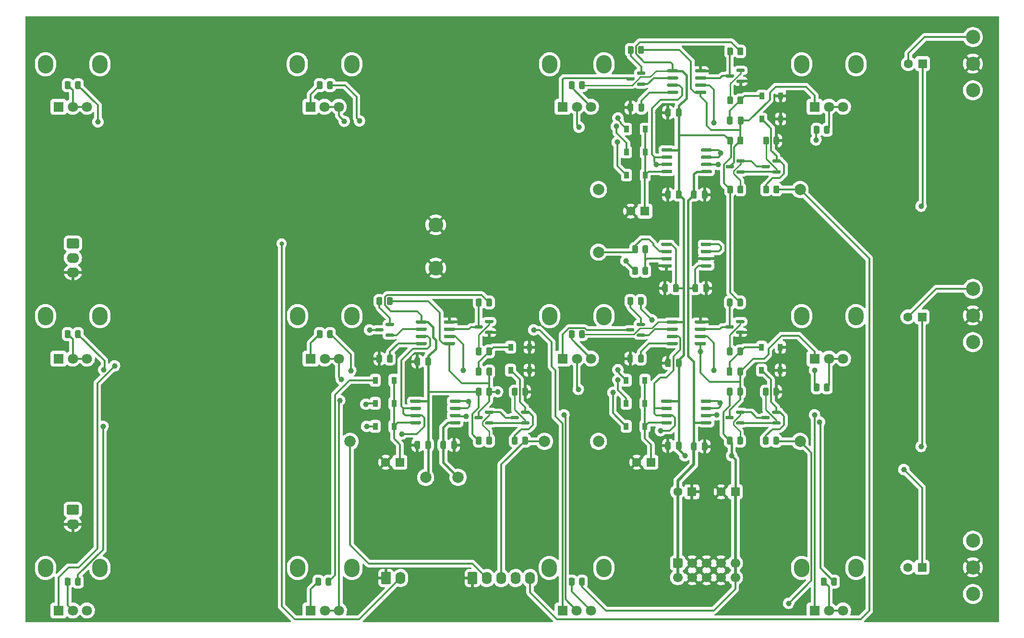
<source format=gbl>
G04 #@! TF.GenerationSoftware,KiCad,Pcbnew,6.0.5+dfsg-1~bpo11+1*
G04 #@! TF.CreationDate,2022-06-30T11:54:21+00:00*
G04 #@! TF.ProjectId,ADSR_board,41445352-5f62-46f6-9172-642e6b696361,0*
G04 #@! TF.SameCoordinates,Original*
G04 #@! TF.FileFunction,Copper,L2,Bot*
G04 #@! TF.FilePolarity,Positive*
%FSLAX46Y46*%
G04 Gerber Fmt 4.6, Leading zero omitted, Abs format (unit mm)*
G04 Created by KiCad (PCBNEW 6.0.5+dfsg-1~bpo11+1) date 2022-06-30 11:54:21*
%MOMM*%
%LPD*%
G01*
G04 APERTURE LIST*
G04 #@! TA.AperFunction,ComponentPad*
%ADD10O,2.720000X3.240000*%
G04 #@! TD*
G04 #@! TA.AperFunction,ComponentPad*
%ADD11R,1.800000X1.800000*%
G04 #@! TD*
G04 #@! TA.AperFunction,ComponentPad*
%ADD12C,1.800000*%
G04 #@! TD*
G04 #@! TA.AperFunction,ComponentPad*
%ADD13C,2.500000*%
G04 #@! TD*
G04 #@! TA.AperFunction,ComponentPad*
%ADD14C,2.000000*%
G04 #@! TD*
G04 #@! TA.AperFunction,ComponentPad*
%ADD15R,1.600000X1.600000*%
G04 #@! TD*
G04 #@! TA.AperFunction,ComponentPad*
%ADD16C,1.600000*%
G04 #@! TD*
G04 #@! TA.AperFunction,SMDPad,CuDef*
%ADD17R,0.900000X1.200000*%
G04 #@! TD*
G04 #@! TA.AperFunction,ComponentPad*
%ADD18C,2.600000*%
G04 #@! TD*
G04 #@! TA.AperFunction,ComponentPad*
%ADD19O,2.190000X1.740000*%
G04 #@! TD*
G04 #@! TA.AperFunction,ComponentPad*
%ADD20O,1.740000X2.190000*%
G04 #@! TD*
G04 #@! TA.AperFunction,ComponentPad*
%ADD21C,1.700000*%
G04 #@! TD*
G04 #@! TA.AperFunction,ViaPad*
%ADD22C,1.000000*%
G04 #@! TD*
G04 #@! TA.AperFunction,ViaPad*
%ADD23C,0.800000*%
G04 #@! TD*
G04 #@! TA.AperFunction,Conductor*
%ADD24C,0.300000*%
G04 #@! TD*
G04 #@! TA.AperFunction,Conductor*
%ADD25C,0.400000*%
G04 #@! TD*
G04 #@! TA.AperFunction,Conductor*
%ADD26C,0.250000*%
G04 #@! TD*
G04 #@! TA.AperFunction,Conductor*
%ADD27C,0.500000*%
G04 #@! TD*
G04 APERTURE END LIST*
D10*
X120207000Y-49142000D03*
X110607000Y-49142000D03*
D11*
X112907000Y-56642000D03*
D12*
X115407000Y-56642000D03*
X117907000Y-56642000D03*
D13*
X229747000Y-53722000D03*
X229747000Y-49022000D03*
X229747000Y-44322000D03*
D10*
X66197000Y-138042000D03*
X75797000Y-138042000D03*
D11*
X68497000Y-145542000D03*
D12*
X70997000Y-145542000D03*
X73497000Y-145542000D03*
D10*
X66197000Y-49142000D03*
X75797000Y-49142000D03*
D11*
X68497000Y-56642000D03*
D12*
X70997000Y-56642000D03*
X73497000Y-56642000D03*
D10*
X75797000Y-93592000D03*
X66197000Y-93592000D03*
D11*
X68497000Y-101092000D03*
D12*
X70997000Y-101092000D03*
X73497000Y-101092000D03*
D10*
X199547000Y-93592000D03*
X209147000Y-93592000D03*
D11*
X201847000Y-101092000D03*
D12*
X204347000Y-101092000D03*
X206847000Y-101092000D03*
D13*
X229747000Y-142622000D03*
X229747000Y-137922000D03*
X229747000Y-133222000D03*
D10*
X164657000Y-138042000D03*
X155057000Y-138042000D03*
D11*
X157357000Y-145542000D03*
D12*
X159857000Y-145542000D03*
X162357000Y-145542000D03*
D10*
X110647000Y-138042000D03*
X120247000Y-138042000D03*
D11*
X112947000Y-145542000D03*
D12*
X115447000Y-145542000D03*
X117947000Y-145542000D03*
D13*
X229747000Y-98172000D03*
X229747000Y-93472000D03*
X229747000Y-88772000D03*
D10*
X164697000Y-93592000D03*
X155097000Y-93592000D03*
D11*
X157397000Y-101092000D03*
D12*
X159897000Y-101092000D03*
X162397000Y-101092000D03*
D10*
X199547000Y-138042000D03*
X209147000Y-138042000D03*
D11*
X201847000Y-145542000D03*
D12*
X204347000Y-145542000D03*
X206847000Y-145542000D03*
D10*
X209147000Y-49142000D03*
X199547000Y-49142000D03*
D11*
X201847000Y-56642000D03*
D12*
X204347000Y-56642000D03*
X206847000Y-56642000D03*
D10*
X120247000Y-93592000D03*
X110647000Y-93592000D03*
D11*
X112947000Y-101092000D03*
D12*
X115447000Y-101092000D03*
X117947000Y-101092000D03*
D10*
X155097000Y-49142000D03*
X164697000Y-49142000D03*
D11*
X157397000Y-56642000D03*
D12*
X159897000Y-56642000D03*
X162397000Y-56642000D03*
G04 #@! TA.AperFunction,SMDPad,CuDef*
G36*
G01*
X138741000Y-115857000D02*
X138741000Y-116807000D01*
G75*
G02*
X138491000Y-117057000I-250000J0D01*
G01*
X137991000Y-117057000D01*
G75*
G02*
X137741000Y-116807000I0J250000D01*
G01*
X137741000Y-115857000D01*
G75*
G02*
X137991000Y-115607000I250000J0D01*
G01*
X138491000Y-115607000D01*
G75*
G02*
X138741000Y-115857000I0J-250000D01*
G01*
G37*
G04 #@! TD.AperFunction*
G04 #@! TA.AperFunction,SMDPad,CuDef*
G36*
G01*
X136841000Y-115857000D02*
X136841000Y-116807000D01*
G75*
G02*
X136591000Y-117057000I-250000J0D01*
G01*
X136091000Y-117057000D01*
G75*
G02*
X135841000Y-116807000I0J250000D01*
G01*
X135841000Y-115857000D01*
G75*
G02*
X136091000Y-115607000I250000J0D01*
G01*
X136591000Y-115607000D01*
G75*
G02*
X136841000Y-115857000I0J-250000D01*
G01*
G37*
G04 #@! TD.AperFunction*
G04 #@! TA.AperFunction,SMDPad,CuDef*
G36*
G01*
X144960000Y-102903000D02*
X144960000Y-103853000D01*
G75*
G02*
X144710000Y-104103000I-250000J0D01*
G01*
X144210000Y-104103000D01*
G75*
G02*
X143960000Y-103853000I0J250000D01*
G01*
X143960000Y-102903000D01*
G75*
G02*
X144210000Y-102653000I250000J0D01*
G01*
X144710000Y-102653000D01*
G75*
G02*
X144960000Y-102903000I0J-250000D01*
G01*
G37*
G04 #@! TD.AperFunction*
G04 #@! TA.AperFunction,SMDPad,CuDef*
G36*
G01*
X143060000Y-102903000D02*
X143060000Y-103853000D01*
G75*
G02*
X142810000Y-104103000I-250000J0D01*
G01*
X142310000Y-104103000D01*
G75*
G02*
X142060000Y-103853000I0J250000D01*
G01*
X142060000Y-102903000D01*
G75*
G02*
X142310000Y-102653000I250000J0D01*
G01*
X142810000Y-102653000D01*
G75*
G02*
X143060000Y-102903000I0J-250000D01*
G01*
G37*
G04 #@! TD.AperFunction*
D14*
X154182000Y-115697000D03*
D15*
X128690380Y-119380000D03*
D16*
X126190380Y-119380000D03*
D17*
X192471000Y-99060000D03*
X195771000Y-99060000D03*
G04 #@! TA.AperFunction,SMDPad,CuDef*
G36*
G01*
X151285000Y-115120000D02*
X151285000Y-116020000D01*
G75*
G02*
X151035000Y-116270000I-250000J0D01*
G01*
X150510000Y-116270000D01*
G75*
G02*
X150260000Y-116020000I0J250000D01*
G01*
X150260000Y-115120000D01*
G75*
G02*
X150510000Y-114870000I250000J0D01*
G01*
X151035000Y-114870000D01*
G75*
G02*
X151285000Y-115120000I0J-250000D01*
G01*
G37*
G04 #@! TD.AperFunction*
G04 #@! TA.AperFunction,SMDPad,CuDef*
G36*
G01*
X149460000Y-115120000D02*
X149460000Y-116020000D01*
G75*
G02*
X149210000Y-116270000I-250000J0D01*
G01*
X148685000Y-116270000D01*
G75*
G02*
X148435000Y-116020000I0J250000D01*
G01*
X148435000Y-115120000D01*
G75*
G02*
X148685000Y-114870000I250000J0D01*
G01*
X149210000Y-114870000D01*
G75*
G02*
X149460000Y-115120000I0J-250000D01*
G01*
G37*
G04 #@! TD.AperFunction*
D15*
X187837000Y-124587000D03*
D16*
X185337000Y-124587000D03*
G04 #@! TA.AperFunction,SMDPad,CuDef*
G36*
G01*
X186346000Y-116020000D02*
X186346000Y-115120000D01*
G75*
G02*
X186596000Y-114870000I250000J0D01*
G01*
X187121000Y-114870000D01*
G75*
G02*
X187371000Y-115120000I0J-250000D01*
G01*
X187371000Y-116020000D01*
G75*
G02*
X187121000Y-116270000I-250000J0D01*
G01*
X186596000Y-116270000D01*
G75*
G02*
X186346000Y-116020000I0J250000D01*
G01*
G37*
G04 #@! TD.AperFunction*
G04 #@! TA.AperFunction,SMDPad,CuDef*
G36*
G01*
X188171000Y-116020000D02*
X188171000Y-115120000D01*
G75*
G02*
X188421000Y-114870000I250000J0D01*
G01*
X188946000Y-114870000D01*
G75*
G02*
X189196000Y-115120000I0J-250000D01*
G01*
X189196000Y-116020000D01*
G75*
G02*
X188946000Y-116270000I-250000J0D01*
G01*
X188421000Y-116270000D01*
G75*
G02*
X188171000Y-116020000I0J250000D01*
G01*
G37*
G04 #@! TD.AperFunction*
G04 #@! TA.AperFunction,SMDPad,CuDef*
G36*
G01*
X177857000Y-88171000D02*
X177857000Y-89121000D01*
G75*
G02*
X177607000Y-89371000I-250000J0D01*
G01*
X177107000Y-89371000D01*
G75*
G02*
X176857000Y-89121000I0J250000D01*
G01*
X176857000Y-88171000D01*
G75*
G02*
X177107000Y-87921000I250000J0D01*
G01*
X177607000Y-87921000D01*
G75*
G02*
X177857000Y-88171000I0J-250000D01*
G01*
G37*
G04 #@! TD.AperFunction*
G04 #@! TA.AperFunction,SMDPad,CuDef*
G36*
G01*
X175957000Y-88171000D02*
X175957000Y-89121000D01*
G75*
G02*
X175707000Y-89371000I-250000J0D01*
G01*
X175207000Y-89371000D01*
G75*
G02*
X174957000Y-89121000I0J250000D01*
G01*
X174957000Y-88171000D01*
G75*
G02*
X175207000Y-87921000I250000J0D01*
G01*
X175707000Y-87921000D01*
G75*
G02*
X175957000Y-88171000I0J-250000D01*
G01*
G37*
G04 #@! TD.AperFunction*
D18*
X135005000Y-77470000D03*
X135005000Y-85090000D03*
D14*
X199267000Y-71247000D03*
X119892000Y-115697000D03*
G04 #@! TA.AperFunction,SMDPad,CuDef*
G36*
G01*
X69572000Y-53282000D02*
X69572000Y-52382000D01*
G75*
G02*
X69822000Y-52132000I250000J0D01*
G01*
X70347000Y-52132000D01*
G75*
G02*
X70597000Y-52382000I0J-250000D01*
G01*
X70597000Y-53282000D01*
G75*
G02*
X70347000Y-53532000I-250000J0D01*
G01*
X69822000Y-53532000D01*
G75*
G02*
X69572000Y-53282000I0J250000D01*
G01*
G37*
G04 #@! TD.AperFunction*
G04 #@! TA.AperFunction,SMDPad,CuDef*
G36*
G01*
X71397000Y-53282000D02*
X71397000Y-52382000D01*
G75*
G02*
X71647000Y-52132000I250000J0D01*
G01*
X72172000Y-52132000D01*
G75*
G02*
X72422000Y-52382000I0J-250000D01*
G01*
X72422000Y-53282000D01*
G75*
G02*
X72172000Y-53532000I-250000J0D01*
G01*
X71647000Y-53532000D01*
G75*
G02*
X71397000Y-53282000I0J250000D01*
G01*
G37*
G04 #@! TD.AperFunction*
G04 #@! TA.AperFunction,SMDPad,CuDef*
G36*
G01*
X127434000Y-100617000D02*
X127434000Y-101567000D01*
G75*
G02*
X127184000Y-101817000I-250000J0D01*
G01*
X126684000Y-101817000D01*
G75*
G02*
X126434000Y-101567000I0J250000D01*
G01*
X126434000Y-100617000D01*
G75*
G02*
X126684000Y-100367000I250000J0D01*
G01*
X127184000Y-100367000D01*
G75*
G02*
X127434000Y-100617000I0J-250000D01*
G01*
G37*
G04 #@! TD.AperFunction*
G04 #@! TA.AperFunction,SMDPad,CuDef*
G36*
G01*
X125534000Y-100617000D02*
X125534000Y-101567000D01*
G75*
G02*
X125284000Y-101817000I-250000J0D01*
G01*
X124784000Y-101817000D01*
G75*
G02*
X124534000Y-101567000I0J250000D01*
G01*
X124534000Y-100617000D01*
G75*
G02*
X124784000Y-100367000I250000J0D01*
G01*
X125284000Y-100367000D01*
G75*
G02*
X125534000Y-100617000I0J-250000D01*
G01*
G37*
G04 #@! TD.AperFunction*
D15*
X172951380Y-119380000D03*
D16*
X170451380Y-119380000D03*
G04 #@! TA.AperFunction,SMDPad,CuDef*
G36*
G01*
X171670000Y-90482000D02*
X171670000Y-91382000D01*
G75*
G02*
X171420000Y-91632000I-250000J0D01*
G01*
X170895000Y-91632000D01*
G75*
G02*
X170645000Y-91382000I0J250000D01*
G01*
X170645000Y-90482000D01*
G75*
G02*
X170895000Y-90232000I250000J0D01*
G01*
X171420000Y-90232000D01*
G75*
G02*
X171670000Y-90482000I0J-250000D01*
G01*
G37*
G04 #@! TD.AperFunction*
G04 #@! TA.AperFunction,SMDPad,CuDef*
G36*
G01*
X169845000Y-90482000D02*
X169845000Y-91382000D01*
G75*
G02*
X169595000Y-91632000I-250000J0D01*
G01*
X169070000Y-91632000D01*
G75*
G02*
X168820000Y-91382000I0J250000D01*
G01*
X168820000Y-90482000D01*
G75*
G02*
X169070000Y-90232000I250000J0D01*
G01*
X169595000Y-90232000D01*
G75*
G02*
X169845000Y-90482000I0J-250000D01*
G01*
G37*
G04 #@! TD.AperFunction*
G04 #@! TA.AperFunction,SMDPad,CuDef*
G36*
G01*
X134169000Y-115857000D02*
X134169000Y-116807000D01*
G75*
G02*
X133919000Y-117057000I-250000J0D01*
G01*
X133419000Y-117057000D01*
G75*
G02*
X133169000Y-116807000I0J250000D01*
G01*
X133169000Y-115857000D01*
G75*
G02*
X133419000Y-115607000I250000J0D01*
G01*
X133919000Y-115607000D01*
G75*
G02*
X134169000Y-115857000I0J-250000D01*
G01*
G37*
G04 #@! TD.AperFunction*
G04 #@! TA.AperFunction,SMDPad,CuDef*
G36*
G01*
X132269000Y-115857000D02*
X132269000Y-116807000D01*
G75*
G02*
X132019000Y-117057000I-250000J0D01*
G01*
X131519000Y-117057000D01*
G75*
G02*
X131269000Y-116807000I0J250000D01*
G01*
X131269000Y-115857000D01*
G75*
G02*
X131519000Y-115607000I250000J0D01*
G01*
X132019000Y-115607000D01*
G75*
G02*
X132269000Y-115857000I0J-250000D01*
G01*
G37*
G04 #@! TD.AperFunction*
G04 #@! TA.AperFunction,SMDPad,CuDef*
G36*
G01*
X189277000Y-58580000D02*
X189277000Y-59530000D01*
G75*
G02*
X189027000Y-59780000I-250000J0D01*
G01*
X188527000Y-59780000D01*
G75*
G02*
X188277000Y-59530000I0J250000D01*
G01*
X188277000Y-58580000D01*
G75*
G02*
X188527000Y-58330000I250000J0D01*
G01*
X189027000Y-58330000D01*
G75*
G02*
X189277000Y-58580000I0J-250000D01*
G01*
G37*
G04 #@! TD.AperFunction*
G04 #@! TA.AperFunction,SMDPad,CuDef*
G36*
G01*
X187377000Y-58580000D02*
X187377000Y-59530000D01*
G75*
G02*
X187127000Y-59780000I-250000J0D01*
G01*
X186627000Y-59780000D01*
G75*
G02*
X186377000Y-59530000I0J250000D01*
G01*
X186377000Y-58580000D01*
G75*
G02*
X186627000Y-58330000I250000J0D01*
G01*
X187127000Y-58330000D01*
G75*
G02*
X187377000Y-58580000I0J-250000D01*
G01*
G37*
G04 #@! TD.AperFunction*
D14*
X163707000Y-82296000D03*
G04 #@! TA.AperFunction,SMDPad,CuDef*
G36*
G01*
X183191000Y-88171000D02*
X183191000Y-89121000D01*
G75*
G02*
X182941000Y-89371000I-250000J0D01*
G01*
X182441000Y-89371000D01*
G75*
G02*
X182191000Y-89121000I0J250000D01*
G01*
X182191000Y-88171000D01*
G75*
G02*
X182441000Y-87921000I250000J0D01*
G01*
X182941000Y-87921000D01*
G75*
G02*
X183191000Y-88171000I0J-250000D01*
G01*
G37*
G04 #@! TD.AperFunction*
G04 #@! TA.AperFunction,SMDPad,CuDef*
G36*
G01*
X181291000Y-88171000D02*
X181291000Y-89121000D01*
G75*
G02*
X181041000Y-89371000I-250000J0D01*
G01*
X180541000Y-89371000D01*
G75*
G02*
X180291000Y-89121000I0J250000D01*
G01*
X180291000Y-88171000D01*
G75*
G02*
X180541000Y-87921000I250000J0D01*
G01*
X181041000Y-87921000D01*
G75*
G02*
X181291000Y-88171000I0J-250000D01*
G01*
G37*
G04 #@! TD.AperFunction*
D17*
X171895000Y-113030000D03*
X168595000Y-113030000D03*
G04 #@! TA.AperFunction,SMDPad,CuDef*
G36*
G01*
X192752000Y-63061000D02*
X192752000Y-62161000D01*
G75*
G02*
X193002000Y-61911000I250000J0D01*
G01*
X193527000Y-61911000D01*
G75*
G02*
X193777000Y-62161000I0J-250000D01*
G01*
X193777000Y-63061000D01*
G75*
G02*
X193527000Y-63311000I-250000J0D01*
G01*
X193002000Y-63311000D01*
G75*
G02*
X192752000Y-63061000I0J250000D01*
G01*
G37*
G04 #@! TD.AperFunction*
G04 #@! TA.AperFunction,SMDPad,CuDef*
G36*
G01*
X194577000Y-63061000D02*
X194577000Y-62161000D01*
G75*
G02*
X194827000Y-61911000I250000J0D01*
G01*
X195352000Y-61911000D01*
G75*
G02*
X195602000Y-62161000I0J-250000D01*
G01*
X195602000Y-63061000D01*
G75*
G02*
X195352000Y-63311000I-250000J0D01*
G01*
X194827000Y-63311000D01*
G75*
G02*
X194577000Y-63061000I0J250000D01*
G01*
G37*
G04 #@! TD.AperFunction*
G04 #@! TA.AperFunction,SMDPad,CuDef*
G36*
G01*
X205772000Y-140012000D02*
X205772000Y-140912000D01*
G75*
G02*
X205522000Y-141162000I-250000J0D01*
G01*
X204997000Y-141162000D01*
G75*
G02*
X204747000Y-140912000I0J250000D01*
G01*
X204747000Y-140012000D01*
G75*
G02*
X204997000Y-139762000I250000J0D01*
G01*
X205522000Y-139762000D01*
G75*
G02*
X205772000Y-140012000I0J-250000D01*
G01*
G37*
G04 #@! TD.AperFunction*
G04 #@! TA.AperFunction,SMDPad,CuDef*
G36*
G01*
X203947000Y-140012000D02*
X203947000Y-140912000D01*
G75*
G02*
X203697000Y-141162000I-250000J0D01*
G01*
X203172000Y-141162000D01*
G75*
G02*
X202922000Y-140912000I0J250000D01*
G01*
X202922000Y-140012000D01*
G75*
G02*
X203172000Y-139762000I250000J0D01*
G01*
X203697000Y-139762000D01*
G75*
G02*
X203947000Y-140012000I0J-250000D01*
G01*
G37*
G04 #@! TD.AperFunction*
X124334000Y-104902000D03*
X127634000Y-104902000D03*
G04 #@! TA.AperFunction,SMDPad,CuDef*
G36*
G01*
X182651000Y-94465000D02*
X182651000Y-94765000D01*
G75*
G02*
X182501000Y-94915000I-150000J0D01*
G01*
X180851000Y-94915000D01*
G75*
G02*
X180701000Y-94765000I0J150000D01*
G01*
X180701000Y-94465000D01*
G75*
G02*
X180851000Y-94315000I150000J0D01*
G01*
X182501000Y-94315000D01*
G75*
G02*
X182651000Y-94465000I0J-150000D01*
G01*
G37*
G04 #@! TD.AperFunction*
G04 #@! TA.AperFunction,SMDPad,CuDef*
G36*
G01*
X182651000Y-95735000D02*
X182651000Y-96035000D01*
G75*
G02*
X182501000Y-96185000I-150000J0D01*
G01*
X180851000Y-96185000D01*
G75*
G02*
X180701000Y-96035000I0J150000D01*
G01*
X180701000Y-95735000D01*
G75*
G02*
X180851000Y-95585000I150000J0D01*
G01*
X182501000Y-95585000D01*
G75*
G02*
X182651000Y-95735000I0J-150000D01*
G01*
G37*
G04 #@! TD.AperFunction*
G04 #@! TA.AperFunction,SMDPad,CuDef*
G36*
G01*
X182651000Y-97005000D02*
X182651000Y-97305000D01*
G75*
G02*
X182501000Y-97455000I-150000J0D01*
G01*
X180851000Y-97455000D01*
G75*
G02*
X180701000Y-97305000I0J150000D01*
G01*
X180701000Y-97005000D01*
G75*
G02*
X180851000Y-96855000I150000J0D01*
G01*
X182501000Y-96855000D01*
G75*
G02*
X182651000Y-97005000I0J-150000D01*
G01*
G37*
G04 #@! TD.AperFunction*
G04 #@! TA.AperFunction,SMDPad,CuDef*
G36*
G01*
X182651000Y-98275000D02*
X182651000Y-98575000D01*
G75*
G02*
X182501000Y-98725000I-150000J0D01*
G01*
X180851000Y-98725000D01*
G75*
G02*
X180701000Y-98575000I0J150000D01*
G01*
X180701000Y-98275000D01*
G75*
G02*
X180851000Y-98125000I150000J0D01*
G01*
X182501000Y-98125000D01*
G75*
G02*
X182651000Y-98275000I0J-150000D01*
G01*
G37*
G04 #@! TD.AperFunction*
G04 #@! TA.AperFunction,SMDPad,CuDef*
G36*
G01*
X177701000Y-98275000D02*
X177701000Y-98575000D01*
G75*
G02*
X177551000Y-98725000I-150000J0D01*
G01*
X175901000Y-98725000D01*
G75*
G02*
X175751000Y-98575000I0J150000D01*
G01*
X175751000Y-98275000D01*
G75*
G02*
X175901000Y-98125000I150000J0D01*
G01*
X177551000Y-98125000D01*
G75*
G02*
X177701000Y-98275000I0J-150000D01*
G01*
G37*
G04 #@! TD.AperFunction*
G04 #@! TA.AperFunction,SMDPad,CuDef*
G36*
G01*
X177701000Y-97005000D02*
X177701000Y-97305000D01*
G75*
G02*
X177551000Y-97455000I-150000J0D01*
G01*
X175901000Y-97455000D01*
G75*
G02*
X175751000Y-97305000I0J150000D01*
G01*
X175751000Y-97005000D01*
G75*
G02*
X175901000Y-96855000I150000J0D01*
G01*
X177551000Y-96855000D01*
G75*
G02*
X177701000Y-97005000I0J-150000D01*
G01*
G37*
G04 #@! TD.AperFunction*
G04 #@! TA.AperFunction,SMDPad,CuDef*
G36*
G01*
X177701000Y-95735000D02*
X177701000Y-96035000D01*
G75*
G02*
X177551000Y-96185000I-150000J0D01*
G01*
X175901000Y-96185000D01*
G75*
G02*
X175751000Y-96035000I0J150000D01*
G01*
X175751000Y-95735000D01*
G75*
G02*
X175901000Y-95585000I150000J0D01*
G01*
X177551000Y-95585000D01*
G75*
G02*
X177701000Y-95735000I0J-150000D01*
G01*
G37*
G04 #@! TD.AperFunction*
G04 #@! TA.AperFunction,SMDPad,CuDef*
G36*
G01*
X177701000Y-94465000D02*
X177701000Y-94765000D01*
G75*
G02*
X177551000Y-94915000I-150000J0D01*
G01*
X175901000Y-94915000D01*
G75*
G02*
X175751000Y-94765000I0J150000D01*
G01*
X175751000Y-94465000D01*
G75*
G02*
X175901000Y-94315000I150000J0D01*
G01*
X177551000Y-94315000D01*
G75*
G02*
X177701000Y-94465000I0J-150000D01*
G01*
G37*
G04 #@! TD.AperFunction*
G04 #@! TA.AperFunction,SMDPad,CuDef*
G36*
G01*
X172498000Y-81338000D02*
X172498000Y-82238000D01*
G75*
G02*
X172248000Y-82488000I-250000J0D01*
G01*
X171723000Y-82488000D01*
G75*
G02*
X171473000Y-82238000I0J250000D01*
G01*
X171473000Y-81338000D01*
G75*
G02*
X171723000Y-81088000I250000J0D01*
G01*
X172248000Y-81088000D01*
G75*
G02*
X172498000Y-81338000I0J-250000D01*
G01*
G37*
G04 #@! TD.AperFunction*
G04 #@! TA.AperFunction,SMDPad,CuDef*
G36*
G01*
X170673000Y-81338000D02*
X170673000Y-82238000D01*
G75*
G02*
X170423000Y-82488000I-250000J0D01*
G01*
X169898000Y-82488000D01*
G75*
G02*
X169648000Y-82238000I0J250000D01*
G01*
X169648000Y-81338000D01*
G75*
G02*
X169898000Y-81088000I250000J0D01*
G01*
X170423000Y-81088000D01*
G75*
G02*
X170673000Y-81338000I0J-250000D01*
G01*
G37*
G04 #@! TD.AperFunction*
G04 #@! TA.AperFunction,SMDPad,CuDef*
G36*
G01*
X161322000Y-52382000D02*
X161322000Y-53282000D01*
G75*
G02*
X161072000Y-53532000I-250000J0D01*
G01*
X160547000Y-53532000D01*
G75*
G02*
X160297000Y-53282000I0J250000D01*
G01*
X160297000Y-52382000D01*
G75*
G02*
X160547000Y-52132000I250000J0D01*
G01*
X161072000Y-52132000D01*
G75*
G02*
X161322000Y-52382000I0J-250000D01*
G01*
G37*
G04 #@! TD.AperFunction*
G04 #@! TA.AperFunction,SMDPad,CuDef*
G36*
G01*
X159497000Y-52382000D02*
X159497000Y-53282000D01*
G75*
G02*
X159247000Y-53532000I-250000J0D01*
G01*
X158722000Y-53532000D01*
G75*
G02*
X158472000Y-53282000I0J250000D01*
G01*
X158472000Y-52382000D01*
G75*
G02*
X158722000Y-52132000I250000J0D01*
G01*
X159247000Y-52132000D01*
G75*
G02*
X159497000Y-52382000I0J-250000D01*
G01*
G37*
G04 #@! TD.AperFunction*
G04 #@! TA.AperFunction,SMDPad,CuDef*
G36*
G01*
X189221000Y-102903000D02*
X189221000Y-103853000D01*
G75*
G02*
X188971000Y-104103000I-250000J0D01*
G01*
X188471000Y-104103000D01*
G75*
G02*
X188221000Y-103853000I0J250000D01*
G01*
X188221000Y-102903000D01*
G75*
G02*
X188471000Y-102653000I250000J0D01*
G01*
X188971000Y-102653000D01*
G75*
G02*
X189221000Y-102903000I0J-250000D01*
G01*
G37*
G04 #@! TD.AperFunction*
G04 #@! TA.AperFunction,SMDPad,CuDef*
G36*
G01*
X187321000Y-102903000D02*
X187321000Y-103853000D01*
G75*
G02*
X187071000Y-104103000I-250000J0D01*
G01*
X186571000Y-104103000D01*
G75*
G02*
X186321000Y-103853000I0J250000D01*
G01*
X186321000Y-102903000D01*
G75*
G02*
X186571000Y-102653000I250000J0D01*
G01*
X187071000Y-102653000D01*
G75*
G02*
X187321000Y-102903000I0J-250000D01*
G01*
G37*
G04 #@! TD.AperFunction*
G04 #@! TA.AperFunction,SMDPad,CuDef*
G36*
G01*
X186346000Y-107384000D02*
X186346000Y-106484000D01*
G75*
G02*
X186596000Y-106234000I250000J0D01*
G01*
X187121000Y-106234000D01*
G75*
G02*
X187371000Y-106484000I0J-250000D01*
G01*
X187371000Y-107384000D01*
G75*
G02*
X187121000Y-107634000I-250000J0D01*
G01*
X186596000Y-107634000D01*
G75*
G02*
X186346000Y-107384000I0J250000D01*
G01*
G37*
G04 #@! TD.AperFunction*
G04 #@! TA.AperFunction,SMDPad,CuDef*
G36*
G01*
X188171000Y-107384000D02*
X188171000Y-106484000D01*
G75*
G02*
X188421000Y-106234000I250000J0D01*
G01*
X188946000Y-106234000D01*
G75*
G02*
X189196000Y-106484000I0J-250000D01*
G01*
X189196000Y-107384000D01*
G75*
G02*
X188946000Y-107634000I-250000J0D01*
G01*
X188421000Y-107634000D01*
G75*
G02*
X188171000Y-107384000I0J250000D01*
G01*
G37*
G04 #@! TD.AperFunction*
D14*
X199267000Y-115697000D03*
G04 #@! TA.AperFunction,SMDPad,CuDef*
G36*
G01*
X171751000Y-56294000D02*
X171751000Y-57244000D01*
G75*
G02*
X171501000Y-57494000I-250000J0D01*
G01*
X171001000Y-57494000D01*
G75*
G02*
X170751000Y-57244000I0J250000D01*
G01*
X170751000Y-56294000D01*
G75*
G02*
X171001000Y-56044000I250000J0D01*
G01*
X171501000Y-56044000D01*
G75*
G02*
X171751000Y-56294000I0J-250000D01*
G01*
G37*
G04 #@! TD.AperFunction*
G04 #@! TA.AperFunction,SMDPad,CuDef*
G36*
G01*
X169851000Y-56294000D02*
X169851000Y-57244000D01*
G75*
G02*
X169601000Y-57494000I-250000J0D01*
G01*
X169101000Y-57494000D01*
G75*
G02*
X168851000Y-57244000I0J250000D01*
G01*
X168851000Y-56294000D01*
G75*
G02*
X169101000Y-56044000I250000J0D01*
G01*
X169601000Y-56044000D01*
G75*
G02*
X169851000Y-56294000I0J-250000D01*
G01*
G37*
G04 #@! TD.AperFunction*
G04 #@! TA.AperFunction,SMDPad,CuDef*
G36*
G01*
X114022000Y-97224000D02*
X114022000Y-96324000D01*
G75*
G02*
X114272000Y-96074000I250000J0D01*
G01*
X114797000Y-96074000D01*
G75*
G02*
X115047000Y-96324000I0J-250000D01*
G01*
X115047000Y-97224000D01*
G75*
G02*
X114797000Y-97474000I-250000J0D01*
G01*
X114272000Y-97474000D01*
G75*
G02*
X114022000Y-97224000I0J250000D01*
G01*
G37*
G04 #@! TD.AperFunction*
G04 #@! TA.AperFunction,SMDPad,CuDef*
G36*
G01*
X115847000Y-97224000D02*
X115847000Y-96324000D01*
G75*
G02*
X116097000Y-96074000I250000J0D01*
G01*
X116622000Y-96074000D01*
G75*
G02*
X116872000Y-96324000I0J-250000D01*
G01*
X116872000Y-97224000D01*
G75*
G02*
X116622000Y-97474000I-250000J0D01*
G01*
X116097000Y-97474000D01*
G75*
G02*
X115847000Y-97224000I0J250000D01*
G01*
G37*
G04 #@! TD.AperFunction*
X163707000Y-71247000D03*
G04 #@! TA.AperFunction,SMDPad,CuDef*
G36*
G01*
X171695000Y-100617000D02*
X171695000Y-101567000D01*
G75*
G02*
X171445000Y-101817000I-250000J0D01*
G01*
X170945000Y-101817000D01*
G75*
G02*
X170695000Y-101567000I0J250000D01*
G01*
X170695000Y-100617000D01*
G75*
G02*
X170945000Y-100367000I250000J0D01*
G01*
X171445000Y-100367000D01*
G75*
G02*
X171695000Y-100617000I0J-250000D01*
G01*
G37*
G04 #@! TD.AperFunction*
G04 #@! TA.AperFunction,SMDPad,CuDef*
G36*
G01*
X169795000Y-100617000D02*
X169795000Y-101567000D01*
G75*
G02*
X169545000Y-101817000I-250000J0D01*
G01*
X169045000Y-101817000D01*
G75*
G02*
X168795000Y-101567000I0J250000D01*
G01*
X168795000Y-100617000D01*
G75*
G02*
X169045000Y-100367000I250000J0D01*
G01*
X169545000Y-100367000D01*
G75*
G02*
X169795000Y-100617000I0J-250000D01*
G01*
G37*
G04 #@! TD.AperFunction*
D17*
X192471000Y-103124000D03*
X195771000Y-103124000D03*
G04 #@! TA.AperFunction,SMDPad,CuDef*
G36*
G01*
X178365000Y-71661000D02*
X178365000Y-72611000D01*
G75*
G02*
X178115000Y-72861000I-250000J0D01*
G01*
X177615000Y-72861000D01*
G75*
G02*
X177365000Y-72611000I0J250000D01*
G01*
X177365000Y-71661000D01*
G75*
G02*
X177615000Y-71411000I250000J0D01*
G01*
X178115000Y-71411000D01*
G75*
G02*
X178365000Y-71661000I0J-250000D01*
G01*
G37*
G04 #@! TD.AperFunction*
G04 #@! TA.AperFunction,SMDPad,CuDef*
G36*
G01*
X176465000Y-71661000D02*
X176465000Y-72611000D01*
G75*
G02*
X176215000Y-72861000I-250000J0D01*
G01*
X175715000Y-72861000D01*
G75*
G02*
X175465000Y-72611000I0J250000D01*
G01*
X175465000Y-71661000D01*
G75*
G02*
X175715000Y-71411000I250000J0D01*
G01*
X176215000Y-71411000D01*
G75*
G02*
X176465000Y-71661000I0J-250000D01*
G01*
G37*
G04 #@! TD.AperFunction*
G04 #@! TA.AperFunction,SMDPad,CuDef*
G36*
G01*
X171976000Y-50589000D02*
X171976000Y-50889000D01*
G75*
G02*
X171826000Y-51039000I-150000J0D01*
G01*
X170651000Y-51039000D01*
G75*
G02*
X170501000Y-50889000I0J150000D01*
G01*
X170501000Y-50589000D01*
G75*
G02*
X170651000Y-50439000I150000J0D01*
G01*
X171826000Y-50439000D01*
G75*
G02*
X171976000Y-50589000I0J-150000D01*
G01*
G37*
G04 #@! TD.AperFunction*
G04 #@! TA.AperFunction,SMDPad,CuDef*
G36*
G01*
X171976000Y-52489000D02*
X171976000Y-52789000D01*
G75*
G02*
X171826000Y-52939000I-150000J0D01*
G01*
X170651000Y-52939000D01*
G75*
G02*
X170501000Y-52789000I0J150000D01*
G01*
X170501000Y-52489000D01*
G75*
G02*
X170651000Y-52339000I150000J0D01*
G01*
X171826000Y-52339000D01*
G75*
G02*
X171976000Y-52489000I0J-150000D01*
G01*
G37*
G04 #@! TD.AperFunction*
G04 #@! TA.AperFunction,SMDPad,CuDef*
G36*
G01*
X170101000Y-51539000D02*
X170101000Y-51839000D01*
G75*
G02*
X169951000Y-51989000I-150000J0D01*
G01*
X168776000Y-51989000D01*
G75*
G02*
X168626000Y-51839000I0J150000D01*
G01*
X168626000Y-51539000D01*
G75*
G02*
X168776000Y-51389000I150000J0D01*
G01*
X169951000Y-51389000D01*
G75*
G02*
X170101000Y-51539000I0J-150000D01*
G01*
G37*
G04 #@! TD.AperFunction*
G04 #@! TA.AperFunction,SMDPad,CuDef*
G36*
G01*
X178365000Y-57183000D02*
X178365000Y-58133000D01*
G75*
G02*
X178115000Y-58383000I-250000J0D01*
G01*
X177615000Y-58383000D01*
G75*
G02*
X177365000Y-58133000I0J250000D01*
G01*
X177365000Y-57183000D01*
G75*
G02*
X177615000Y-56933000I250000J0D01*
G01*
X178115000Y-56933000D01*
G75*
G02*
X178365000Y-57183000I0J-250000D01*
G01*
G37*
G04 #@! TD.AperFunction*
G04 #@! TA.AperFunction,SMDPad,CuDef*
G36*
G01*
X176465000Y-57183000D02*
X176465000Y-58133000D01*
G75*
G02*
X176215000Y-58383000I-250000J0D01*
G01*
X175715000Y-58383000D01*
G75*
G02*
X175465000Y-58133000I0J250000D01*
G01*
X175465000Y-57183000D01*
G75*
G02*
X175715000Y-56933000I250000J0D01*
G01*
X176215000Y-56933000D01*
G75*
G02*
X176465000Y-57183000I0J-250000D01*
G01*
G37*
G04 #@! TD.AperFunction*
D14*
X133227000Y-122047000D03*
G04 #@! TA.AperFunction,SMDPad,CuDef*
G36*
G01*
X171920000Y-94912000D02*
X171920000Y-95212000D01*
G75*
G02*
X171770000Y-95362000I-150000J0D01*
G01*
X170595000Y-95362000D01*
G75*
G02*
X170445000Y-95212000I0J150000D01*
G01*
X170445000Y-94912000D01*
G75*
G02*
X170595000Y-94762000I150000J0D01*
G01*
X171770000Y-94762000D01*
G75*
G02*
X171920000Y-94912000I0J-150000D01*
G01*
G37*
G04 #@! TD.AperFunction*
G04 #@! TA.AperFunction,SMDPad,CuDef*
G36*
G01*
X171920000Y-96812000D02*
X171920000Y-97112000D01*
G75*
G02*
X171770000Y-97262000I-150000J0D01*
G01*
X170595000Y-97262000D01*
G75*
G02*
X170445000Y-97112000I0J150000D01*
G01*
X170445000Y-96812000D01*
G75*
G02*
X170595000Y-96662000I150000J0D01*
G01*
X171770000Y-96662000D01*
G75*
G02*
X171920000Y-96812000I0J-150000D01*
G01*
G37*
G04 #@! TD.AperFunction*
G04 #@! TA.AperFunction,SMDPad,CuDef*
G36*
G01*
X170045000Y-95862000D02*
X170045000Y-96162000D01*
G75*
G02*
X169895000Y-96312000I-150000J0D01*
G01*
X168720000Y-96312000D01*
G75*
G02*
X168570000Y-96162000I0J150000D01*
G01*
X168570000Y-95862000D01*
G75*
G02*
X168720000Y-95712000I150000J0D01*
G01*
X169895000Y-95712000D01*
G75*
G02*
X170045000Y-95862000I0J-150000D01*
G01*
G37*
G04 #@! TD.AperFunction*
D15*
X220769380Y-137922000D03*
D16*
X218269380Y-137922000D03*
G04 #@! TA.AperFunction,ComponentPad*
G36*
G01*
X70172000Y-79902000D02*
X71862000Y-79902000D01*
G75*
G02*
X72112000Y-80152000I0J-250000D01*
G01*
X72112000Y-81392000D01*
G75*
G02*
X71862000Y-81642000I-250000J0D01*
G01*
X70172000Y-81642000D01*
G75*
G02*
X69922000Y-81392000I0J250000D01*
G01*
X69922000Y-80152000D01*
G75*
G02*
X70172000Y-79902000I250000J0D01*
G01*
G37*
G04 #@! TD.AperFunction*
D19*
X71017000Y-83312000D03*
X71017000Y-85852000D03*
G04 #@! TA.AperFunction,SMDPad,CuDef*
G36*
G01*
X189252000Y-46413000D02*
X189252000Y-47313000D01*
G75*
G02*
X189002000Y-47563000I-250000J0D01*
G01*
X188477000Y-47563000D01*
G75*
G02*
X188227000Y-47313000I0J250000D01*
G01*
X188227000Y-46413000D01*
G75*
G02*
X188477000Y-46163000I250000J0D01*
G01*
X189002000Y-46163000D01*
G75*
G02*
X189252000Y-46413000I0J-250000D01*
G01*
G37*
G04 #@! TD.AperFunction*
G04 #@! TA.AperFunction,SMDPad,CuDef*
G36*
G01*
X187427000Y-46413000D02*
X187427000Y-47313000D01*
G75*
G02*
X187177000Y-47563000I-250000J0D01*
G01*
X186652000Y-47563000D01*
G75*
G02*
X186402000Y-47313000I0J250000D01*
G01*
X186402000Y-46413000D01*
G75*
G02*
X186652000Y-46163000I250000J0D01*
G01*
X187177000Y-46163000D01*
G75*
G02*
X187427000Y-46413000I0J-250000D01*
G01*
G37*
G04 #@! TD.AperFunction*
D17*
X148210000Y-103124000D03*
X151510000Y-103124000D03*
G04 #@! TA.AperFunction,SMDPad,CuDef*
G36*
G01*
X195546000Y-115120000D02*
X195546000Y-116020000D01*
G75*
G02*
X195296000Y-116270000I-250000J0D01*
G01*
X194771000Y-116270000D01*
G75*
G02*
X194521000Y-116020000I0J250000D01*
G01*
X194521000Y-115120000D01*
G75*
G02*
X194771000Y-114870000I250000J0D01*
G01*
X195296000Y-114870000D01*
G75*
G02*
X195546000Y-115120000I0J-250000D01*
G01*
G37*
G04 #@! TD.AperFunction*
G04 #@! TA.AperFunction,SMDPad,CuDef*
G36*
G01*
X193721000Y-115120000D02*
X193721000Y-116020000D01*
G75*
G02*
X193471000Y-116270000I-250000J0D01*
G01*
X192946000Y-116270000D01*
G75*
G02*
X192696000Y-116020000I0J250000D01*
G01*
X192696000Y-115120000D01*
G75*
G02*
X192946000Y-114870000I250000J0D01*
G01*
X193471000Y-114870000D01*
G75*
G02*
X193721000Y-115120000I0J-250000D01*
G01*
G37*
G04 #@! TD.AperFunction*
G04 #@! TA.AperFunction,ComponentPad*
G36*
G01*
X125372000Y-140652000D02*
X125372000Y-138962000D01*
G75*
G02*
X125622000Y-138712000I250000J0D01*
G01*
X126862000Y-138712000D01*
G75*
G02*
X127112000Y-138962000I0J-250000D01*
G01*
X127112000Y-140652000D01*
G75*
G02*
X126862000Y-140902000I-250000J0D01*
G01*
X125622000Y-140902000D01*
G75*
G02*
X125372000Y-140652000I0J250000D01*
G01*
G37*
G04 #@! TD.AperFunction*
D20*
X128782000Y-139807000D03*
D17*
X127634000Y-113030000D03*
X124334000Y-113030000D03*
G04 #@! TA.AperFunction,SMDPad,CuDef*
G36*
G01*
X127659000Y-94912000D02*
X127659000Y-95212000D01*
G75*
G02*
X127509000Y-95362000I-150000J0D01*
G01*
X126334000Y-95362000D01*
G75*
G02*
X126184000Y-95212000I0J150000D01*
G01*
X126184000Y-94912000D01*
G75*
G02*
X126334000Y-94762000I150000J0D01*
G01*
X127509000Y-94762000D01*
G75*
G02*
X127659000Y-94912000I0J-150000D01*
G01*
G37*
G04 #@! TD.AperFunction*
G04 #@! TA.AperFunction,SMDPad,CuDef*
G36*
G01*
X127659000Y-96812000D02*
X127659000Y-97112000D01*
G75*
G02*
X127509000Y-97262000I-150000J0D01*
G01*
X126334000Y-97262000D01*
G75*
G02*
X126184000Y-97112000I0J150000D01*
G01*
X126184000Y-96812000D01*
G75*
G02*
X126334000Y-96662000I150000J0D01*
G01*
X127509000Y-96662000D01*
G75*
G02*
X127659000Y-96812000I0J-150000D01*
G01*
G37*
G04 #@! TD.AperFunction*
G04 #@! TA.AperFunction,SMDPad,CuDef*
G36*
G01*
X125784000Y-95862000D02*
X125784000Y-96162000D01*
G75*
G02*
X125634000Y-96312000I-150000J0D01*
G01*
X124459000Y-96312000D01*
G75*
G02*
X124309000Y-96162000I0J150000D01*
G01*
X124309000Y-95862000D01*
G75*
G02*
X124459000Y-95712000I150000J0D01*
G01*
X125634000Y-95712000D01*
G75*
G02*
X125784000Y-95862000I0J-150000D01*
G01*
G37*
G04 #@! TD.AperFunction*
G04 #@! TA.AperFunction,SMDPad,CuDef*
G36*
G01*
X178365000Y-115984000D02*
X178365000Y-116934000D01*
G75*
G02*
X178115000Y-117184000I-250000J0D01*
G01*
X177615000Y-117184000D01*
G75*
G02*
X177365000Y-116934000I0J250000D01*
G01*
X177365000Y-115984000D01*
G75*
G02*
X177615000Y-115734000I250000J0D01*
G01*
X178115000Y-115734000D01*
G75*
G02*
X178365000Y-115984000I0J-250000D01*
G01*
G37*
G04 #@! TD.AperFunction*
G04 #@! TA.AperFunction,SMDPad,CuDef*
G36*
G01*
X176465000Y-115984000D02*
X176465000Y-116934000D01*
G75*
G02*
X176215000Y-117184000I-250000J0D01*
G01*
X175715000Y-117184000D01*
G75*
G02*
X175465000Y-116934000I0J250000D01*
G01*
X175465000Y-115984000D01*
G75*
G02*
X175715000Y-115734000I250000J0D01*
G01*
X176215000Y-115734000D01*
G75*
G02*
X176465000Y-115984000I0J-250000D01*
G01*
G37*
G04 #@! TD.AperFunction*
G04 #@! TA.AperFunction,SMDPad,CuDef*
G36*
G01*
X69572000Y-97224000D02*
X69572000Y-96324000D01*
G75*
G02*
X69822000Y-96074000I250000J0D01*
G01*
X70347000Y-96074000D01*
G75*
G02*
X70597000Y-96324000I0J-250000D01*
G01*
X70597000Y-97224000D01*
G75*
G02*
X70347000Y-97474000I-250000J0D01*
G01*
X69822000Y-97474000D01*
G75*
G02*
X69572000Y-97224000I0J250000D01*
G01*
G37*
G04 #@! TD.AperFunction*
G04 #@! TA.AperFunction,SMDPad,CuDef*
G36*
G01*
X71397000Y-97224000D02*
X71397000Y-96324000D01*
G75*
G02*
X71647000Y-96074000I250000J0D01*
G01*
X72172000Y-96074000D01*
G75*
G02*
X72422000Y-96324000I0J-250000D01*
G01*
X72422000Y-97224000D01*
G75*
G02*
X72172000Y-97474000I-250000J0D01*
G01*
X71647000Y-97474000D01*
G75*
G02*
X71397000Y-97224000I0J250000D01*
G01*
G37*
G04 #@! TD.AperFunction*
G04 #@! TA.AperFunction,SMDPad,CuDef*
G36*
G01*
X182937000Y-71661000D02*
X182937000Y-72611000D01*
G75*
G02*
X182687000Y-72861000I-250000J0D01*
G01*
X182187000Y-72861000D01*
G75*
G02*
X181937000Y-72611000I0J250000D01*
G01*
X181937000Y-71661000D01*
G75*
G02*
X182187000Y-71411000I250000J0D01*
G01*
X182687000Y-71411000D01*
G75*
G02*
X182937000Y-71661000I0J-250000D01*
G01*
G37*
G04 #@! TD.AperFunction*
G04 #@! TA.AperFunction,SMDPad,CuDef*
G36*
G01*
X181037000Y-71661000D02*
X181037000Y-72611000D01*
G75*
G02*
X180787000Y-72861000I-250000J0D01*
G01*
X180287000Y-72861000D01*
G75*
G02*
X180037000Y-72611000I0J250000D01*
G01*
X180037000Y-71661000D01*
G75*
G02*
X180287000Y-71411000I250000J0D01*
G01*
X180787000Y-71411000D01*
G75*
G02*
X181037000Y-71661000I0J-250000D01*
G01*
G37*
G04 #@! TD.AperFunction*
G04 #@! TA.AperFunction,SMDPad,CuDef*
G36*
G01*
X189502000Y-66083000D02*
X189502000Y-66383000D01*
G75*
G02*
X189352000Y-66533000I-150000J0D01*
G01*
X188177000Y-66533000D01*
G75*
G02*
X188027000Y-66383000I0J150000D01*
G01*
X188027000Y-66083000D01*
G75*
G02*
X188177000Y-65933000I150000J0D01*
G01*
X189352000Y-65933000D01*
G75*
G02*
X189502000Y-66083000I0J-150000D01*
G01*
G37*
G04 #@! TD.AperFunction*
G04 #@! TA.AperFunction,SMDPad,CuDef*
G36*
G01*
X189502000Y-67983000D02*
X189502000Y-68283000D01*
G75*
G02*
X189352000Y-68433000I-150000J0D01*
G01*
X188177000Y-68433000D01*
G75*
G02*
X188027000Y-68283000I0J150000D01*
G01*
X188027000Y-67983000D01*
G75*
G02*
X188177000Y-67833000I150000J0D01*
G01*
X189352000Y-67833000D01*
G75*
G02*
X189502000Y-67983000I0J-150000D01*
G01*
G37*
G04 #@! TD.AperFunction*
G04 #@! TA.AperFunction,SMDPad,CuDef*
G36*
G01*
X187627000Y-67033000D02*
X187627000Y-67333000D01*
G75*
G02*
X187477000Y-67483000I-150000J0D01*
G01*
X186302000Y-67483000D01*
G75*
G02*
X186152000Y-67333000I0J150000D01*
G01*
X186152000Y-67033000D01*
G75*
G02*
X186302000Y-66883000I150000J0D01*
G01*
X187477000Y-66883000D01*
G75*
G02*
X187627000Y-67033000I0J-150000D01*
G01*
G37*
G04 #@! TD.AperFunction*
G04 #@! TA.AperFunction,SMDPad,CuDef*
G36*
G01*
X151535000Y-110406000D02*
X151535000Y-110706000D01*
G75*
G02*
X151385000Y-110856000I-150000J0D01*
G01*
X150210000Y-110856000D01*
G75*
G02*
X150060000Y-110706000I0J150000D01*
G01*
X150060000Y-110406000D01*
G75*
G02*
X150210000Y-110256000I150000J0D01*
G01*
X151385000Y-110256000D01*
G75*
G02*
X151535000Y-110406000I0J-150000D01*
G01*
G37*
G04 #@! TD.AperFunction*
G04 #@! TA.AperFunction,SMDPad,CuDef*
G36*
G01*
X151535000Y-112306000D02*
X151535000Y-112606000D01*
G75*
G02*
X151385000Y-112756000I-150000J0D01*
G01*
X150210000Y-112756000D01*
G75*
G02*
X150060000Y-112606000I0J150000D01*
G01*
X150060000Y-112306000D01*
G75*
G02*
X150210000Y-112156000I150000J0D01*
G01*
X151385000Y-112156000D01*
G75*
G02*
X151535000Y-112306000I0J-150000D01*
G01*
G37*
G04 #@! TD.AperFunction*
G04 #@! TA.AperFunction,SMDPad,CuDef*
G36*
G01*
X149660000Y-111356000D02*
X149660000Y-111656000D01*
G75*
G02*
X149510000Y-111806000I-150000J0D01*
G01*
X148335000Y-111806000D01*
G75*
G02*
X148185000Y-111656000I0J150000D01*
G01*
X148185000Y-111356000D01*
G75*
G02*
X148335000Y-111206000I150000J0D01*
G01*
X149510000Y-111206000D01*
G75*
G02*
X149660000Y-111356000I0J-150000D01*
G01*
G37*
G04 #@! TD.AperFunction*
G04 #@! TA.AperFunction,SMDPad,CuDef*
G36*
G01*
X145185000Y-110406000D02*
X145185000Y-110706000D01*
G75*
G02*
X145035000Y-110856000I-150000J0D01*
G01*
X143860000Y-110856000D01*
G75*
G02*
X143710000Y-110706000I0J150000D01*
G01*
X143710000Y-110406000D01*
G75*
G02*
X143860000Y-110256000I150000J0D01*
G01*
X145035000Y-110256000D01*
G75*
G02*
X145185000Y-110406000I0J-150000D01*
G01*
G37*
G04 #@! TD.AperFunction*
G04 #@! TA.AperFunction,SMDPad,CuDef*
G36*
G01*
X145185000Y-112306000D02*
X145185000Y-112606000D01*
G75*
G02*
X145035000Y-112756000I-150000J0D01*
G01*
X143860000Y-112756000D01*
G75*
G02*
X143710000Y-112606000I0J150000D01*
G01*
X143710000Y-112306000D01*
G75*
G02*
X143860000Y-112156000I150000J0D01*
G01*
X145035000Y-112156000D01*
G75*
G02*
X145185000Y-112306000I0J-150000D01*
G01*
G37*
G04 #@! TD.AperFunction*
G04 #@! TA.AperFunction,SMDPad,CuDef*
G36*
G01*
X143310000Y-111356000D02*
X143310000Y-111656000D01*
G75*
G02*
X143160000Y-111806000I-150000J0D01*
G01*
X141985000Y-111806000D01*
G75*
G02*
X141835000Y-111656000I0J150000D01*
G01*
X141835000Y-111356000D01*
G75*
G02*
X141985000Y-111206000I150000J0D01*
G01*
X143160000Y-111206000D01*
G75*
G02*
X143310000Y-111356000I0J-150000D01*
G01*
G37*
G04 #@! TD.AperFunction*
G04 #@! TA.AperFunction,ComponentPad*
G36*
G01*
X177077000Y-136319500D02*
X178277000Y-136319500D01*
G75*
G02*
X178527000Y-136569500I0J-250000D01*
G01*
X178527000Y-137769500D01*
G75*
G02*
X178277000Y-138019500I-250000J0D01*
G01*
X177077000Y-138019500D01*
G75*
G02*
X176827000Y-137769500I0J250000D01*
G01*
X176827000Y-136569500D01*
G75*
G02*
X177077000Y-136319500I250000J0D01*
G01*
G37*
G04 #@! TD.AperFunction*
D21*
X177677000Y-139709500D03*
X180217000Y-137169500D03*
X180217000Y-139709500D03*
X182757000Y-137169500D03*
X182757000Y-139709500D03*
X185297000Y-137169500D03*
X185297000Y-139709500D03*
X187837000Y-137169500D03*
X187837000Y-139709500D03*
D17*
X192527000Y-58801000D03*
X195827000Y-58801000D03*
G04 #@! TA.AperFunction,SMDPad,CuDef*
G36*
G01*
X113768000Y-140912000D02*
X113768000Y-140012000D01*
G75*
G02*
X114018000Y-139762000I250000J0D01*
G01*
X114543000Y-139762000D01*
G75*
G02*
X114793000Y-140012000I0J-250000D01*
G01*
X114793000Y-140912000D01*
G75*
G02*
X114543000Y-141162000I-250000J0D01*
G01*
X114018000Y-141162000D01*
G75*
G02*
X113768000Y-140912000I0J250000D01*
G01*
G37*
G04 #@! TD.AperFunction*
G04 #@! TA.AperFunction,SMDPad,CuDef*
G36*
G01*
X115593000Y-140912000D02*
X115593000Y-140012000D01*
G75*
G02*
X115843000Y-139762000I250000J0D01*
G01*
X116368000Y-139762000D01*
G75*
G02*
X116618000Y-140012000I0J-250000D01*
G01*
X116618000Y-140912000D01*
G75*
G02*
X116368000Y-141162000I-250000J0D01*
G01*
X115843000Y-141162000D01*
G75*
G02*
X115593000Y-140912000I0J250000D01*
G01*
G37*
G04 #@! TD.AperFunction*
D14*
X138942000Y-122047000D03*
G04 #@! TA.AperFunction,SMDPad,CuDef*
G36*
G01*
X134169000Y-101125000D02*
X134169000Y-102075000D01*
G75*
G02*
X133919000Y-102325000I-250000J0D01*
G01*
X133419000Y-102325000D01*
G75*
G02*
X133169000Y-102075000I0J250000D01*
G01*
X133169000Y-101125000D01*
G75*
G02*
X133419000Y-100875000I250000J0D01*
G01*
X133919000Y-100875000D01*
G75*
G02*
X134169000Y-101125000I0J-250000D01*
G01*
G37*
G04 #@! TD.AperFunction*
G04 #@! TA.AperFunction,SMDPad,CuDef*
G36*
G01*
X132269000Y-101125000D02*
X132269000Y-102075000D01*
G75*
G02*
X132019000Y-102325000I-250000J0D01*
G01*
X131519000Y-102325000D01*
G75*
G02*
X131269000Y-102075000I0J250000D01*
G01*
X131269000Y-101125000D01*
G75*
G02*
X131519000Y-100875000I250000J0D01*
G01*
X132019000Y-100875000D01*
G75*
G02*
X132269000Y-101125000I0J-250000D01*
G01*
G37*
G04 #@! TD.AperFunction*
G04 #@! TA.AperFunction,SMDPad,CuDef*
G36*
G01*
X161322000Y-140012000D02*
X161322000Y-140912000D01*
G75*
G02*
X161072000Y-141162000I-250000J0D01*
G01*
X160547000Y-141162000D01*
G75*
G02*
X160297000Y-140912000I0J250000D01*
G01*
X160297000Y-140012000D01*
G75*
G02*
X160547000Y-139762000I250000J0D01*
G01*
X161072000Y-139762000D01*
G75*
G02*
X161322000Y-140012000I0J-250000D01*
G01*
G37*
G04 #@! TD.AperFunction*
G04 #@! TA.AperFunction,SMDPad,CuDef*
G36*
G01*
X159497000Y-140012000D02*
X159497000Y-140912000D01*
G75*
G02*
X159247000Y-141162000I-250000J0D01*
G01*
X158722000Y-141162000D01*
G75*
G02*
X158472000Y-140912000I0J250000D01*
G01*
X158472000Y-140012000D01*
G75*
G02*
X158722000Y-139762000I250000J0D01*
G01*
X159247000Y-139762000D01*
G75*
G02*
X159497000Y-140012000I0J-250000D01*
G01*
G37*
G04 #@! TD.AperFunction*
D17*
X168595000Y-108966000D03*
X171895000Y-108966000D03*
G04 #@! TA.AperFunction,SMDPad,CuDef*
G36*
G01*
X114022000Y-53282000D02*
X114022000Y-52382000D01*
G75*
G02*
X114272000Y-52132000I250000J0D01*
G01*
X114797000Y-52132000D01*
G75*
G02*
X115047000Y-52382000I0J-250000D01*
G01*
X115047000Y-53282000D01*
G75*
G02*
X114797000Y-53532000I-250000J0D01*
G01*
X114272000Y-53532000D01*
G75*
G02*
X114022000Y-53282000I0J250000D01*
G01*
G37*
G04 #@! TD.AperFunction*
G04 #@! TA.AperFunction,SMDPad,CuDef*
G36*
G01*
X115847000Y-53282000D02*
X115847000Y-52382000D01*
G75*
G02*
X116097000Y-52132000I250000J0D01*
G01*
X116622000Y-52132000D01*
G75*
G02*
X116872000Y-52382000I0J-250000D01*
G01*
X116872000Y-53282000D01*
G75*
G02*
X116622000Y-53532000I-250000J0D01*
G01*
X116097000Y-53532000D01*
G75*
G02*
X115847000Y-53282000I0J250000D01*
G01*
G37*
G04 #@! TD.AperFunction*
X168595000Y-104902000D03*
X171895000Y-104902000D03*
G04 #@! TA.AperFunction,SMDPad,CuDef*
G36*
G01*
X183651000Y-108435000D02*
X183651000Y-108735000D01*
G75*
G02*
X183501000Y-108885000I-150000J0D01*
G01*
X181901000Y-108885000D01*
G75*
G02*
X181751000Y-108735000I0J150000D01*
G01*
X181751000Y-108435000D01*
G75*
G02*
X181901000Y-108285000I150000J0D01*
G01*
X183501000Y-108285000D01*
G75*
G02*
X183651000Y-108435000I0J-150000D01*
G01*
G37*
G04 #@! TD.AperFunction*
G04 #@! TA.AperFunction,SMDPad,CuDef*
G36*
G01*
X183651000Y-109705000D02*
X183651000Y-110005000D01*
G75*
G02*
X183501000Y-110155000I-150000J0D01*
G01*
X181901000Y-110155000D01*
G75*
G02*
X181751000Y-110005000I0J150000D01*
G01*
X181751000Y-109705000D01*
G75*
G02*
X181901000Y-109555000I150000J0D01*
G01*
X183501000Y-109555000D01*
G75*
G02*
X183651000Y-109705000I0J-150000D01*
G01*
G37*
G04 #@! TD.AperFunction*
G04 #@! TA.AperFunction,SMDPad,CuDef*
G36*
G01*
X183651000Y-110975000D02*
X183651000Y-111275000D01*
G75*
G02*
X183501000Y-111425000I-150000J0D01*
G01*
X181901000Y-111425000D01*
G75*
G02*
X181751000Y-111275000I0J150000D01*
G01*
X181751000Y-110975000D01*
G75*
G02*
X181901000Y-110825000I150000J0D01*
G01*
X183501000Y-110825000D01*
G75*
G02*
X183651000Y-110975000I0J-150000D01*
G01*
G37*
G04 #@! TD.AperFunction*
G04 #@! TA.AperFunction,SMDPad,CuDef*
G36*
G01*
X183651000Y-112245000D02*
X183651000Y-112545000D01*
G75*
G02*
X183501000Y-112695000I-150000J0D01*
G01*
X181901000Y-112695000D01*
G75*
G02*
X181751000Y-112545000I0J150000D01*
G01*
X181751000Y-112245000D01*
G75*
G02*
X181901000Y-112095000I150000J0D01*
G01*
X183501000Y-112095000D01*
G75*
G02*
X183651000Y-112245000I0J-150000D01*
G01*
G37*
G04 #@! TD.AperFunction*
G04 #@! TA.AperFunction,SMDPad,CuDef*
G36*
G01*
X176651000Y-112245000D02*
X176651000Y-112545000D01*
G75*
G02*
X176501000Y-112695000I-150000J0D01*
G01*
X174901000Y-112695000D01*
G75*
G02*
X174751000Y-112545000I0J150000D01*
G01*
X174751000Y-112245000D01*
G75*
G02*
X174901000Y-112095000I150000J0D01*
G01*
X176501000Y-112095000D01*
G75*
G02*
X176651000Y-112245000I0J-150000D01*
G01*
G37*
G04 #@! TD.AperFunction*
G04 #@! TA.AperFunction,SMDPad,CuDef*
G36*
G01*
X176651000Y-110975000D02*
X176651000Y-111275000D01*
G75*
G02*
X176501000Y-111425000I-150000J0D01*
G01*
X174901000Y-111425000D01*
G75*
G02*
X174751000Y-111275000I0J150000D01*
G01*
X174751000Y-110975000D01*
G75*
G02*
X174901000Y-110825000I150000J0D01*
G01*
X176501000Y-110825000D01*
G75*
G02*
X176651000Y-110975000I0J-150000D01*
G01*
G37*
G04 #@! TD.AperFunction*
G04 #@! TA.AperFunction,SMDPad,CuDef*
G36*
G01*
X176651000Y-109705000D02*
X176651000Y-110005000D01*
G75*
G02*
X176501000Y-110155000I-150000J0D01*
G01*
X174901000Y-110155000D01*
G75*
G02*
X174751000Y-110005000I0J150000D01*
G01*
X174751000Y-109705000D01*
G75*
G02*
X174901000Y-109555000I150000J0D01*
G01*
X176501000Y-109555000D01*
G75*
G02*
X176651000Y-109705000I0J-150000D01*
G01*
G37*
G04 #@! TD.AperFunction*
G04 #@! TA.AperFunction,SMDPad,CuDef*
G36*
G01*
X176651000Y-108435000D02*
X176651000Y-108735000D01*
G75*
G02*
X176501000Y-108885000I-150000J0D01*
G01*
X174901000Y-108885000D01*
G75*
G02*
X174751000Y-108735000I0J150000D01*
G01*
X174751000Y-108435000D01*
G75*
G02*
X174901000Y-108285000I150000J0D01*
G01*
X176501000Y-108285000D01*
G75*
G02*
X176651000Y-108435000I0J-150000D01*
G01*
G37*
G04 #@! TD.AperFunction*
G04 #@! TA.AperFunction,ComponentPad*
G36*
G01*
X70152000Y-126892000D02*
X71842000Y-126892000D01*
G75*
G02*
X72092000Y-127142000I0J-250000D01*
G01*
X72092000Y-128382000D01*
G75*
G02*
X71842000Y-128632000I-250000J0D01*
G01*
X70152000Y-128632000D01*
G75*
G02*
X69902000Y-128382000I0J250000D01*
G01*
X69902000Y-127142000D01*
G75*
G02*
X70152000Y-126892000I250000J0D01*
G01*
G37*
G04 #@! TD.AperFunction*
D19*
X70997000Y-130302000D03*
D15*
X220857000Y-49022000D03*
D16*
X218357000Y-49022000D03*
D17*
X148210000Y-99060000D03*
X151510000Y-99060000D03*
G04 #@! TA.AperFunction,SMDPad,CuDef*
G36*
G01*
X144935000Y-99372000D02*
X144935000Y-100272000D01*
G75*
G02*
X144685000Y-100522000I-250000J0D01*
G01*
X144160000Y-100522000D01*
G75*
G02*
X143910000Y-100272000I0J250000D01*
G01*
X143910000Y-99372000D01*
G75*
G02*
X144160000Y-99122000I250000J0D01*
G01*
X144685000Y-99122000D01*
G75*
G02*
X144935000Y-99372000I0J-250000D01*
G01*
G37*
G04 #@! TD.AperFunction*
G04 #@! TA.AperFunction,SMDPad,CuDef*
G36*
G01*
X143110000Y-99372000D02*
X143110000Y-100272000D01*
G75*
G02*
X142860000Y-100522000I-250000J0D01*
G01*
X142335000Y-100522000D01*
G75*
G02*
X142085000Y-100272000I0J250000D01*
G01*
X142085000Y-99372000D01*
G75*
G02*
X142335000Y-99122000I250000J0D01*
G01*
X142860000Y-99122000D01*
G75*
G02*
X143110000Y-99372000I0J-250000D01*
G01*
G37*
G04 #@! TD.AperFunction*
G04 #@! TA.AperFunction,SMDPad,CuDef*
G36*
G01*
X171726000Y-46159000D02*
X171726000Y-47059000D01*
G75*
G02*
X171476000Y-47309000I-250000J0D01*
G01*
X170951000Y-47309000D01*
G75*
G02*
X170701000Y-47059000I0J250000D01*
G01*
X170701000Y-46159000D01*
G75*
G02*
X170951000Y-45909000I250000J0D01*
G01*
X171476000Y-45909000D01*
G75*
G02*
X171726000Y-46159000I0J-250000D01*
G01*
G37*
G04 #@! TD.AperFunction*
G04 #@! TA.AperFunction,SMDPad,CuDef*
G36*
G01*
X169901000Y-46159000D02*
X169901000Y-47059000D01*
G75*
G02*
X169651000Y-47309000I-250000J0D01*
G01*
X169126000Y-47309000D01*
G75*
G02*
X168876000Y-47059000I0J250000D01*
G01*
X168876000Y-46159000D01*
G75*
G02*
X169126000Y-45909000I250000J0D01*
G01*
X169651000Y-45909000D01*
G75*
G02*
X169901000Y-46159000I0J-250000D01*
G01*
G37*
G04 #@! TD.AperFunction*
G04 #@! TA.AperFunction,SMDPad,CuDef*
G36*
G01*
X161322000Y-96324000D02*
X161322000Y-97224000D01*
G75*
G02*
X161072000Y-97474000I-250000J0D01*
G01*
X160547000Y-97474000D01*
G75*
G02*
X160297000Y-97224000I0J250000D01*
G01*
X160297000Y-96324000D01*
G75*
G02*
X160547000Y-96074000I250000J0D01*
G01*
X161072000Y-96074000D01*
G75*
G02*
X161322000Y-96324000I0J-250000D01*
G01*
G37*
G04 #@! TD.AperFunction*
G04 #@! TA.AperFunction,SMDPad,CuDef*
G36*
G01*
X159497000Y-96324000D02*
X159497000Y-97224000D01*
G75*
G02*
X159247000Y-97474000I-250000J0D01*
G01*
X158722000Y-97474000D01*
G75*
G02*
X158472000Y-97224000I0J250000D01*
G01*
X158472000Y-96324000D01*
G75*
G02*
X158722000Y-96074000I250000J0D01*
G01*
X159247000Y-96074000D01*
G75*
G02*
X159497000Y-96324000I0J-250000D01*
G01*
G37*
G04 #@! TD.AperFunction*
G04 #@! TA.AperFunction,SMDPad,CuDef*
G36*
G01*
X186402000Y-63061000D02*
X186402000Y-62161000D01*
G75*
G02*
X186652000Y-61911000I250000J0D01*
G01*
X187177000Y-61911000D01*
G75*
G02*
X187427000Y-62161000I0J-250000D01*
G01*
X187427000Y-63061000D01*
G75*
G02*
X187177000Y-63311000I-250000J0D01*
G01*
X186652000Y-63311000D01*
G75*
G02*
X186402000Y-63061000I0J250000D01*
G01*
G37*
G04 #@! TD.AperFunction*
G04 #@! TA.AperFunction,SMDPad,CuDef*
G36*
G01*
X188227000Y-63061000D02*
X188227000Y-62161000D01*
G75*
G02*
X188477000Y-61911000I250000J0D01*
G01*
X189002000Y-61911000D01*
G75*
G02*
X189252000Y-62161000I0J-250000D01*
G01*
X189252000Y-63061000D01*
G75*
G02*
X189002000Y-63311000I-250000J0D01*
G01*
X188477000Y-63311000D01*
G75*
G02*
X188227000Y-63061000I0J250000D01*
G01*
G37*
G04 #@! TD.AperFunction*
G04 #@! TA.AperFunction,SMDPad,CuDef*
G36*
G01*
X192696000Y-107384000D02*
X192696000Y-106484000D01*
G75*
G02*
X192946000Y-106234000I250000J0D01*
G01*
X193471000Y-106234000D01*
G75*
G02*
X193721000Y-106484000I0J-250000D01*
G01*
X193721000Y-107384000D01*
G75*
G02*
X193471000Y-107634000I-250000J0D01*
G01*
X192946000Y-107634000D01*
G75*
G02*
X192696000Y-107384000I0J250000D01*
G01*
G37*
G04 #@! TD.AperFunction*
G04 #@! TA.AperFunction,SMDPad,CuDef*
G36*
G01*
X194521000Y-107384000D02*
X194521000Y-106484000D01*
G75*
G02*
X194771000Y-106234000I250000J0D01*
G01*
X195296000Y-106234000D01*
G75*
G02*
X195546000Y-106484000I0J-250000D01*
G01*
X195546000Y-107384000D01*
G75*
G02*
X195296000Y-107634000I-250000J0D01*
G01*
X194771000Y-107634000D01*
G75*
G02*
X194521000Y-107384000I0J250000D01*
G01*
G37*
G04 #@! TD.AperFunction*
G04 #@! TA.AperFunction,SMDPad,CuDef*
G36*
G01*
X139390000Y-108435000D02*
X139390000Y-108735000D01*
G75*
G02*
X139240000Y-108885000I-150000J0D01*
G01*
X137640000Y-108885000D01*
G75*
G02*
X137490000Y-108735000I0J150000D01*
G01*
X137490000Y-108435000D01*
G75*
G02*
X137640000Y-108285000I150000J0D01*
G01*
X139240000Y-108285000D01*
G75*
G02*
X139390000Y-108435000I0J-150000D01*
G01*
G37*
G04 #@! TD.AperFunction*
G04 #@! TA.AperFunction,SMDPad,CuDef*
G36*
G01*
X139390000Y-109705000D02*
X139390000Y-110005000D01*
G75*
G02*
X139240000Y-110155000I-150000J0D01*
G01*
X137640000Y-110155000D01*
G75*
G02*
X137490000Y-110005000I0J150000D01*
G01*
X137490000Y-109705000D01*
G75*
G02*
X137640000Y-109555000I150000J0D01*
G01*
X139240000Y-109555000D01*
G75*
G02*
X139390000Y-109705000I0J-150000D01*
G01*
G37*
G04 #@! TD.AperFunction*
G04 #@! TA.AperFunction,SMDPad,CuDef*
G36*
G01*
X139390000Y-110975000D02*
X139390000Y-111275000D01*
G75*
G02*
X139240000Y-111425000I-150000J0D01*
G01*
X137640000Y-111425000D01*
G75*
G02*
X137490000Y-111275000I0J150000D01*
G01*
X137490000Y-110975000D01*
G75*
G02*
X137640000Y-110825000I150000J0D01*
G01*
X139240000Y-110825000D01*
G75*
G02*
X139390000Y-110975000I0J-150000D01*
G01*
G37*
G04 #@! TD.AperFunction*
G04 #@! TA.AperFunction,SMDPad,CuDef*
G36*
G01*
X139390000Y-112245000D02*
X139390000Y-112545000D01*
G75*
G02*
X139240000Y-112695000I-150000J0D01*
G01*
X137640000Y-112695000D01*
G75*
G02*
X137490000Y-112545000I0J150000D01*
G01*
X137490000Y-112245000D01*
G75*
G02*
X137640000Y-112095000I150000J0D01*
G01*
X139240000Y-112095000D01*
G75*
G02*
X139390000Y-112245000I0J-150000D01*
G01*
G37*
G04 #@! TD.AperFunction*
G04 #@! TA.AperFunction,SMDPad,CuDef*
G36*
G01*
X132390000Y-112245000D02*
X132390000Y-112545000D01*
G75*
G02*
X132240000Y-112695000I-150000J0D01*
G01*
X130640000Y-112695000D01*
G75*
G02*
X130490000Y-112545000I0J150000D01*
G01*
X130490000Y-112245000D01*
G75*
G02*
X130640000Y-112095000I150000J0D01*
G01*
X132240000Y-112095000D01*
G75*
G02*
X132390000Y-112245000I0J-150000D01*
G01*
G37*
G04 #@! TD.AperFunction*
G04 #@! TA.AperFunction,SMDPad,CuDef*
G36*
G01*
X132390000Y-110975000D02*
X132390000Y-111275000D01*
G75*
G02*
X132240000Y-111425000I-150000J0D01*
G01*
X130640000Y-111425000D01*
G75*
G02*
X130490000Y-111275000I0J150000D01*
G01*
X130490000Y-110975000D01*
G75*
G02*
X130640000Y-110825000I150000J0D01*
G01*
X132240000Y-110825000D01*
G75*
G02*
X132390000Y-110975000I0J-150000D01*
G01*
G37*
G04 #@! TD.AperFunction*
G04 #@! TA.AperFunction,SMDPad,CuDef*
G36*
G01*
X132390000Y-109705000D02*
X132390000Y-110005000D01*
G75*
G02*
X132240000Y-110155000I-150000J0D01*
G01*
X130640000Y-110155000D01*
G75*
G02*
X130490000Y-110005000I0J150000D01*
G01*
X130490000Y-109705000D01*
G75*
G02*
X130640000Y-109555000I150000J0D01*
G01*
X132240000Y-109555000D01*
G75*
G02*
X132390000Y-109705000I0J-150000D01*
G01*
G37*
G04 #@! TD.AperFunction*
G04 #@! TA.AperFunction,SMDPad,CuDef*
G36*
G01*
X132390000Y-108435000D02*
X132390000Y-108735000D01*
G75*
G02*
X132240000Y-108885000I-150000J0D01*
G01*
X130640000Y-108885000D01*
G75*
G02*
X130490000Y-108735000I0J150000D01*
G01*
X130490000Y-108435000D01*
G75*
G02*
X130640000Y-108285000I150000J0D01*
G01*
X132240000Y-108285000D01*
G75*
G02*
X132390000Y-108435000I0J-150000D01*
G01*
G37*
G04 #@! TD.AperFunction*
G04 #@! TA.AperFunction,SMDPad,CuDef*
G36*
G01*
X189252000Y-55049000D02*
X189252000Y-55949000D01*
G75*
G02*
X189002000Y-56199000I-250000J0D01*
G01*
X188477000Y-56199000D01*
G75*
G02*
X188227000Y-55949000I0J250000D01*
G01*
X188227000Y-55049000D01*
G75*
G02*
X188477000Y-54799000I250000J0D01*
G01*
X189002000Y-54799000D01*
G75*
G02*
X189252000Y-55049000I0J-250000D01*
G01*
G37*
G04 #@! TD.AperFunction*
G04 #@! TA.AperFunction,SMDPad,CuDef*
G36*
G01*
X187427000Y-55049000D02*
X187427000Y-55949000D01*
G75*
G02*
X187177000Y-56199000I-250000J0D01*
G01*
X186652000Y-56199000D01*
G75*
G02*
X186402000Y-55949000I0J250000D01*
G01*
X186402000Y-55049000D01*
G75*
G02*
X186652000Y-54799000I250000J0D01*
G01*
X187177000Y-54799000D01*
G75*
G02*
X187427000Y-55049000I0J-250000D01*
G01*
G37*
G04 #@! TD.AperFunction*
G04 #@! TA.AperFunction,SMDPad,CuDef*
G36*
G01*
X195852000Y-66083000D02*
X195852000Y-66383000D01*
G75*
G02*
X195702000Y-66533000I-150000J0D01*
G01*
X194527000Y-66533000D01*
G75*
G02*
X194377000Y-66383000I0J150000D01*
G01*
X194377000Y-66083000D01*
G75*
G02*
X194527000Y-65933000I150000J0D01*
G01*
X195702000Y-65933000D01*
G75*
G02*
X195852000Y-66083000I0J-150000D01*
G01*
G37*
G04 #@! TD.AperFunction*
G04 #@! TA.AperFunction,SMDPad,CuDef*
G36*
G01*
X195852000Y-67983000D02*
X195852000Y-68283000D01*
G75*
G02*
X195702000Y-68433000I-150000J0D01*
G01*
X194527000Y-68433000D01*
G75*
G02*
X194377000Y-68283000I0J150000D01*
G01*
X194377000Y-67983000D01*
G75*
G02*
X194527000Y-67833000I150000J0D01*
G01*
X195702000Y-67833000D01*
G75*
G02*
X195852000Y-67983000I0J-150000D01*
G01*
G37*
G04 #@! TD.AperFunction*
G04 #@! TA.AperFunction,SMDPad,CuDef*
G36*
G01*
X193977000Y-67033000D02*
X193977000Y-67333000D01*
G75*
G02*
X193827000Y-67483000I-150000J0D01*
G01*
X192652000Y-67483000D01*
G75*
G02*
X192502000Y-67333000I0J150000D01*
G01*
X192502000Y-67033000D01*
G75*
G02*
X192652000Y-66883000I150000J0D01*
G01*
X193827000Y-66883000D01*
G75*
G02*
X193977000Y-67033000I0J-150000D01*
G01*
G37*
G04 #@! TD.AperFunction*
G04 #@! TA.AperFunction,SMDPad,CuDef*
G36*
G01*
X142085000Y-116020000D02*
X142085000Y-115120000D01*
G75*
G02*
X142335000Y-114870000I250000J0D01*
G01*
X142860000Y-114870000D01*
G75*
G02*
X143110000Y-115120000I0J-250000D01*
G01*
X143110000Y-116020000D01*
G75*
G02*
X142860000Y-116270000I-250000J0D01*
G01*
X142335000Y-116270000D01*
G75*
G02*
X142085000Y-116020000I0J250000D01*
G01*
G37*
G04 #@! TD.AperFunction*
G04 #@! TA.AperFunction,SMDPad,CuDef*
G36*
G01*
X143910000Y-116020000D02*
X143910000Y-115120000D01*
G75*
G02*
X144160000Y-114870000I250000J0D01*
G01*
X144685000Y-114870000D01*
G75*
G02*
X144935000Y-115120000I0J-250000D01*
G01*
X144935000Y-116020000D01*
G75*
G02*
X144685000Y-116270000I-250000J0D01*
G01*
X144160000Y-116270000D01*
G75*
G02*
X143910000Y-116020000I0J250000D01*
G01*
G37*
G04 #@! TD.AperFunction*
G04 #@! TA.AperFunction,SMDPad,CuDef*
G36*
G01*
X178365000Y-101379000D02*
X178365000Y-102329000D01*
G75*
G02*
X178115000Y-102579000I-250000J0D01*
G01*
X177615000Y-102579000D01*
G75*
G02*
X177365000Y-102329000I0J250000D01*
G01*
X177365000Y-101379000D01*
G75*
G02*
X177615000Y-101129000I250000J0D01*
G01*
X178115000Y-101129000D01*
G75*
G02*
X178365000Y-101379000I0J-250000D01*
G01*
G37*
G04 #@! TD.AperFunction*
G04 #@! TA.AperFunction,SMDPad,CuDef*
G36*
G01*
X176465000Y-101379000D02*
X176465000Y-102329000D01*
G75*
G02*
X176215000Y-102579000I-250000J0D01*
G01*
X175715000Y-102579000D01*
G75*
G02*
X175465000Y-102329000I0J250000D01*
G01*
X175465000Y-101379000D01*
G75*
G02*
X175715000Y-101129000I250000J0D01*
G01*
X176215000Y-101129000D01*
G75*
G02*
X176465000Y-101379000I0J-250000D01*
G01*
G37*
G04 #@! TD.AperFunction*
D14*
X163707000Y-115697000D03*
G04 #@! TA.AperFunction,SMDPad,CuDef*
G36*
G01*
X189446000Y-94404000D02*
X189446000Y-94704000D01*
G75*
G02*
X189296000Y-94854000I-150000J0D01*
G01*
X188121000Y-94854000D01*
G75*
G02*
X187971000Y-94704000I0J150000D01*
G01*
X187971000Y-94404000D01*
G75*
G02*
X188121000Y-94254000I150000J0D01*
G01*
X189296000Y-94254000D01*
G75*
G02*
X189446000Y-94404000I0J-150000D01*
G01*
G37*
G04 #@! TD.AperFunction*
G04 #@! TA.AperFunction,SMDPad,CuDef*
G36*
G01*
X189446000Y-96304000D02*
X189446000Y-96604000D01*
G75*
G02*
X189296000Y-96754000I-150000J0D01*
G01*
X188121000Y-96754000D01*
G75*
G02*
X187971000Y-96604000I0J150000D01*
G01*
X187971000Y-96304000D01*
G75*
G02*
X188121000Y-96154000I150000J0D01*
G01*
X189296000Y-96154000D01*
G75*
G02*
X189446000Y-96304000I0J-150000D01*
G01*
G37*
G04 #@! TD.AperFunction*
G04 #@! TA.AperFunction,SMDPad,CuDef*
G36*
G01*
X187571000Y-95354000D02*
X187571000Y-95654000D01*
G75*
G02*
X187421000Y-95804000I-150000J0D01*
G01*
X186246000Y-95804000D01*
G75*
G02*
X186096000Y-95654000I0J150000D01*
G01*
X186096000Y-95354000D01*
G75*
G02*
X186246000Y-95204000I150000J0D01*
G01*
X187421000Y-95204000D01*
G75*
G02*
X187571000Y-95354000I0J-150000D01*
G01*
G37*
G04 #@! TD.AperFunction*
G04 #@! TA.AperFunction,SMDPad,CuDef*
G36*
G01*
X182937000Y-116111000D02*
X182937000Y-117061000D01*
G75*
G02*
X182687000Y-117311000I-250000J0D01*
G01*
X182187000Y-117311000D01*
G75*
G02*
X181937000Y-117061000I0J250000D01*
G01*
X181937000Y-116111000D01*
G75*
G02*
X182187000Y-115861000I250000J0D01*
G01*
X182687000Y-115861000D01*
G75*
G02*
X182937000Y-116111000I0J-250000D01*
G01*
G37*
G04 #@! TD.AperFunction*
G04 #@! TA.AperFunction,SMDPad,CuDef*
G36*
G01*
X181037000Y-116111000D02*
X181037000Y-117061000D01*
G75*
G02*
X180787000Y-117311000I-250000J0D01*
G01*
X180287000Y-117311000D01*
G75*
G02*
X180037000Y-117061000I0J250000D01*
G01*
X180037000Y-116111000D01*
G75*
G02*
X180287000Y-115861000I250000J0D01*
G01*
X180787000Y-115861000D01*
G75*
G02*
X181037000Y-116111000I0J-250000D01*
G01*
G37*
G04 #@! TD.AperFunction*
G04 #@! TA.AperFunction,SMDPad,CuDef*
G36*
G01*
X148435000Y-107384000D02*
X148435000Y-106484000D01*
G75*
G02*
X148685000Y-106234000I250000J0D01*
G01*
X149210000Y-106234000D01*
G75*
G02*
X149460000Y-106484000I0J-250000D01*
G01*
X149460000Y-107384000D01*
G75*
G02*
X149210000Y-107634000I-250000J0D01*
G01*
X148685000Y-107634000D01*
G75*
G02*
X148435000Y-107384000I0J250000D01*
G01*
G37*
G04 #@! TD.AperFunction*
G04 #@! TA.AperFunction,SMDPad,CuDef*
G36*
G01*
X150260000Y-107384000D02*
X150260000Y-106484000D01*
G75*
G02*
X150510000Y-106234000I250000J0D01*
G01*
X151035000Y-106234000D01*
G75*
G02*
X151285000Y-106484000I0J-250000D01*
G01*
X151285000Y-107384000D01*
G75*
G02*
X151035000Y-107634000I-250000J0D01*
G01*
X150510000Y-107634000D01*
G75*
G02*
X150260000Y-107384000I0J250000D01*
G01*
G37*
G04 #@! TD.AperFunction*
D17*
X192527000Y-54737000D03*
X195827000Y-54737000D03*
X171951000Y-68707000D03*
X168651000Y-68707000D03*
G04 #@! TA.AperFunction,SMDPad,CuDef*
G36*
G01*
X195602000Y-70797000D02*
X195602000Y-71697000D01*
G75*
G02*
X195352000Y-71947000I-250000J0D01*
G01*
X194827000Y-71947000D01*
G75*
G02*
X194577000Y-71697000I0J250000D01*
G01*
X194577000Y-70797000D01*
G75*
G02*
X194827000Y-70547000I250000J0D01*
G01*
X195352000Y-70547000D01*
G75*
G02*
X195602000Y-70797000I0J-250000D01*
G01*
G37*
G04 #@! TD.AperFunction*
G04 #@! TA.AperFunction,SMDPad,CuDef*
G36*
G01*
X193777000Y-70797000D02*
X193777000Y-71697000D01*
G75*
G02*
X193527000Y-71947000I-250000J0D01*
G01*
X193002000Y-71947000D01*
G75*
G02*
X192752000Y-71697000I0J250000D01*
G01*
X192752000Y-70797000D01*
G75*
G02*
X193002000Y-70547000I250000J0D01*
G01*
X193527000Y-70547000D01*
G75*
G02*
X193777000Y-70797000I0J-250000D01*
G01*
G37*
G04 #@! TD.AperFunction*
G04 #@! TA.AperFunction,SMDPad,CuDef*
G36*
G01*
X186402000Y-71697000D02*
X186402000Y-70797000D01*
G75*
G02*
X186652000Y-70547000I250000J0D01*
G01*
X187177000Y-70547000D01*
G75*
G02*
X187427000Y-70797000I0J-250000D01*
G01*
X187427000Y-71697000D01*
G75*
G02*
X187177000Y-71947000I-250000J0D01*
G01*
X186652000Y-71947000D01*
G75*
G02*
X186402000Y-71697000I0J250000D01*
G01*
G37*
G04 #@! TD.AperFunction*
G04 #@! TA.AperFunction,SMDPad,CuDef*
G36*
G01*
X188227000Y-71697000D02*
X188227000Y-70797000D01*
G75*
G02*
X188477000Y-70547000I250000J0D01*
G01*
X189002000Y-70547000D01*
G75*
G02*
X189252000Y-70797000I0J-250000D01*
G01*
X189252000Y-71697000D01*
G75*
G02*
X189002000Y-71947000I-250000J0D01*
G01*
X188477000Y-71947000D01*
G75*
G02*
X188227000Y-71697000I0J250000D01*
G01*
G37*
G04 #@! TD.AperFunction*
G04 #@! TA.AperFunction,SMDPad,CuDef*
G36*
G01*
X69572000Y-140912000D02*
X69572000Y-140012000D01*
G75*
G02*
X69822000Y-139762000I250000J0D01*
G01*
X70347000Y-139762000D01*
G75*
G02*
X70597000Y-140012000I0J-250000D01*
G01*
X70597000Y-140912000D01*
G75*
G02*
X70347000Y-141162000I-250000J0D01*
G01*
X69822000Y-141162000D01*
G75*
G02*
X69572000Y-140912000I0J250000D01*
G01*
G37*
G04 #@! TD.AperFunction*
G04 #@! TA.AperFunction,SMDPad,CuDef*
G36*
G01*
X71397000Y-140912000D02*
X71397000Y-140012000D01*
G75*
G02*
X71647000Y-139762000I250000J0D01*
G01*
X72172000Y-139762000D01*
G75*
G02*
X72422000Y-140012000I0J-250000D01*
G01*
X72422000Y-140912000D01*
G75*
G02*
X72172000Y-141162000I-250000J0D01*
G01*
X71647000Y-141162000D01*
G75*
G02*
X71397000Y-140912000I0J250000D01*
G01*
G37*
G04 #@! TD.AperFunction*
G04 #@! TA.AperFunction,SMDPad,CuDef*
G36*
G01*
X144935000Y-90736000D02*
X144935000Y-91636000D01*
G75*
G02*
X144685000Y-91886000I-250000J0D01*
G01*
X144160000Y-91886000D01*
G75*
G02*
X143910000Y-91636000I0J250000D01*
G01*
X143910000Y-90736000D01*
G75*
G02*
X144160000Y-90486000I250000J0D01*
G01*
X144685000Y-90486000D01*
G75*
G02*
X144935000Y-90736000I0J-250000D01*
G01*
G37*
G04 #@! TD.AperFunction*
G04 #@! TA.AperFunction,SMDPad,CuDef*
G36*
G01*
X143110000Y-90736000D02*
X143110000Y-91636000D01*
G75*
G02*
X142860000Y-91886000I-250000J0D01*
G01*
X142335000Y-91886000D01*
G75*
G02*
X142085000Y-91636000I0J250000D01*
G01*
X142085000Y-90736000D01*
G75*
G02*
X142335000Y-90486000I250000J0D01*
G01*
X142860000Y-90486000D01*
G75*
G02*
X143110000Y-90736000I0J-250000D01*
G01*
G37*
G04 #@! TD.AperFunction*
G04 #@! TA.AperFunction,SMDPad,CuDef*
G36*
G01*
X145185000Y-94404000D02*
X145185000Y-94704000D01*
G75*
G02*
X145035000Y-94854000I-150000J0D01*
G01*
X143860000Y-94854000D01*
G75*
G02*
X143710000Y-94704000I0J150000D01*
G01*
X143710000Y-94404000D01*
G75*
G02*
X143860000Y-94254000I150000J0D01*
G01*
X145035000Y-94254000D01*
G75*
G02*
X145185000Y-94404000I0J-150000D01*
G01*
G37*
G04 #@! TD.AperFunction*
G04 #@! TA.AperFunction,SMDPad,CuDef*
G36*
G01*
X145185000Y-96304000D02*
X145185000Y-96604000D01*
G75*
G02*
X145035000Y-96754000I-150000J0D01*
G01*
X143860000Y-96754000D01*
G75*
G02*
X143710000Y-96604000I0J150000D01*
G01*
X143710000Y-96304000D01*
G75*
G02*
X143860000Y-96154000I150000J0D01*
G01*
X145035000Y-96154000D01*
G75*
G02*
X145185000Y-96304000I0J-150000D01*
G01*
G37*
G04 #@! TD.AperFunction*
G04 #@! TA.AperFunction,SMDPad,CuDef*
G36*
G01*
X143310000Y-95354000D02*
X143310000Y-95654000D01*
G75*
G02*
X143160000Y-95804000I-150000J0D01*
G01*
X141985000Y-95804000D01*
G75*
G02*
X141835000Y-95654000I0J150000D01*
G01*
X141835000Y-95354000D01*
G75*
G02*
X141985000Y-95204000I150000J0D01*
G01*
X143160000Y-95204000D01*
G75*
G02*
X143310000Y-95354000I0J-150000D01*
G01*
G37*
G04 #@! TD.AperFunction*
G04 #@! TA.AperFunction,SMDPad,CuDef*
G36*
G01*
X201652000Y-106622000D02*
X201652000Y-105722000D01*
G75*
G02*
X201902000Y-105472000I250000J0D01*
G01*
X202427000Y-105472000D01*
G75*
G02*
X202677000Y-105722000I0J-250000D01*
G01*
X202677000Y-106622000D01*
G75*
G02*
X202427000Y-106872000I-250000J0D01*
G01*
X201902000Y-106872000D01*
G75*
G02*
X201652000Y-106622000I0J250000D01*
G01*
G37*
G04 #@! TD.AperFunction*
G04 #@! TA.AperFunction,SMDPad,CuDef*
G36*
G01*
X203477000Y-106622000D02*
X203477000Y-105722000D01*
G75*
G02*
X203727000Y-105472000I250000J0D01*
G01*
X204252000Y-105472000D01*
G75*
G02*
X204502000Y-105722000I0J-250000D01*
G01*
X204502000Y-106622000D01*
G75*
G02*
X204252000Y-106872000I-250000J0D01*
G01*
X203727000Y-106872000D01*
G75*
G02*
X203477000Y-106622000I0J250000D01*
G01*
G37*
G04 #@! TD.AperFunction*
G04 #@! TA.AperFunction,SMDPad,CuDef*
G36*
G01*
X183707000Y-64112000D02*
X183707000Y-64412000D01*
G75*
G02*
X183557000Y-64562000I-150000J0D01*
G01*
X181957000Y-64562000D01*
G75*
G02*
X181807000Y-64412000I0J150000D01*
G01*
X181807000Y-64112000D01*
G75*
G02*
X181957000Y-63962000I150000J0D01*
G01*
X183557000Y-63962000D01*
G75*
G02*
X183707000Y-64112000I0J-150000D01*
G01*
G37*
G04 #@! TD.AperFunction*
G04 #@! TA.AperFunction,SMDPad,CuDef*
G36*
G01*
X183707000Y-65382000D02*
X183707000Y-65682000D01*
G75*
G02*
X183557000Y-65832000I-150000J0D01*
G01*
X181957000Y-65832000D01*
G75*
G02*
X181807000Y-65682000I0J150000D01*
G01*
X181807000Y-65382000D01*
G75*
G02*
X181957000Y-65232000I150000J0D01*
G01*
X183557000Y-65232000D01*
G75*
G02*
X183707000Y-65382000I0J-150000D01*
G01*
G37*
G04 #@! TD.AperFunction*
G04 #@! TA.AperFunction,SMDPad,CuDef*
G36*
G01*
X183707000Y-66652000D02*
X183707000Y-66952000D01*
G75*
G02*
X183557000Y-67102000I-150000J0D01*
G01*
X181957000Y-67102000D01*
G75*
G02*
X181807000Y-66952000I0J150000D01*
G01*
X181807000Y-66652000D01*
G75*
G02*
X181957000Y-66502000I150000J0D01*
G01*
X183557000Y-66502000D01*
G75*
G02*
X183707000Y-66652000I0J-150000D01*
G01*
G37*
G04 #@! TD.AperFunction*
G04 #@! TA.AperFunction,SMDPad,CuDef*
G36*
G01*
X183707000Y-67922000D02*
X183707000Y-68222000D01*
G75*
G02*
X183557000Y-68372000I-150000J0D01*
G01*
X181957000Y-68372000D01*
G75*
G02*
X181807000Y-68222000I0J150000D01*
G01*
X181807000Y-67922000D01*
G75*
G02*
X181957000Y-67772000I150000J0D01*
G01*
X183557000Y-67772000D01*
G75*
G02*
X183707000Y-67922000I0J-150000D01*
G01*
G37*
G04 #@! TD.AperFunction*
G04 #@! TA.AperFunction,SMDPad,CuDef*
G36*
G01*
X176707000Y-67922000D02*
X176707000Y-68222000D01*
G75*
G02*
X176557000Y-68372000I-150000J0D01*
G01*
X174957000Y-68372000D01*
G75*
G02*
X174807000Y-68222000I0J150000D01*
G01*
X174807000Y-67922000D01*
G75*
G02*
X174957000Y-67772000I150000J0D01*
G01*
X176557000Y-67772000D01*
G75*
G02*
X176707000Y-67922000I0J-150000D01*
G01*
G37*
G04 #@! TD.AperFunction*
G04 #@! TA.AperFunction,SMDPad,CuDef*
G36*
G01*
X176707000Y-66652000D02*
X176707000Y-66952000D01*
G75*
G02*
X176557000Y-67102000I-150000J0D01*
G01*
X174957000Y-67102000D01*
G75*
G02*
X174807000Y-66952000I0J150000D01*
G01*
X174807000Y-66652000D01*
G75*
G02*
X174957000Y-66502000I150000J0D01*
G01*
X176557000Y-66502000D01*
G75*
G02*
X176707000Y-66652000I0J-150000D01*
G01*
G37*
G04 #@! TD.AperFunction*
G04 #@! TA.AperFunction,SMDPad,CuDef*
G36*
G01*
X176707000Y-65382000D02*
X176707000Y-65682000D01*
G75*
G02*
X176557000Y-65832000I-150000J0D01*
G01*
X174957000Y-65832000D01*
G75*
G02*
X174807000Y-65682000I0J150000D01*
G01*
X174807000Y-65382000D01*
G75*
G02*
X174957000Y-65232000I150000J0D01*
G01*
X176557000Y-65232000D01*
G75*
G02*
X176707000Y-65382000I0J-150000D01*
G01*
G37*
G04 #@! TD.AperFunction*
G04 #@! TA.AperFunction,SMDPad,CuDef*
G36*
G01*
X176707000Y-64112000D02*
X176707000Y-64412000D01*
G75*
G02*
X176557000Y-64562000I-150000J0D01*
G01*
X174957000Y-64562000D01*
G75*
G02*
X174807000Y-64412000I0J150000D01*
G01*
X174807000Y-64112000D01*
G75*
G02*
X174957000Y-63962000I150000J0D01*
G01*
X176557000Y-63962000D01*
G75*
G02*
X176707000Y-64112000I0J-150000D01*
G01*
G37*
G04 #@! TD.AperFunction*
X168651000Y-64643000D03*
X171951000Y-64643000D03*
G04 #@! TA.AperFunction,ComponentPad*
G36*
G01*
X140612000Y-140672000D02*
X140612000Y-138982000D01*
G75*
G02*
X140862000Y-138732000I250000J0D01*
G01*
X142102000Y-138732000D01*
G75*
G02*
X142352000Y-138982000I0J-250000D01*
G01*
X142352000Y-140672000D01*
G75*
G02*
X142102000Y-140922000I-250000J0D01*
G01*
X140862000Y-140922000D01*
G75*
G02*
X140612000Y-140672000I0J250000D01*
G01*
G37*
G04 #@! TD.AperFunction*
D20*
X144022000Y-139827000D03*
X146562000Y-139827000D03*
X149102000Y-139827000D03*
X151642000Y-139827000D03*
G04 #@! TA.AperFunction,SMDPad,CuDef*
G36*
G01*
X142085000Y-107384000D02*
X142085000Y-106484000D01*
G75*
G02*
X142335000Y-106234000I250000J0D01*
G01*
X142860000Y-106234000D01*
G75*
G02*
X143110000Y-106484000I0J-250000D01*
G01*
X143110000Y-107384000D01*
G75*
G02*
X142860000Y-107634000I-250000J0D01*
G01*
X142335000Y-107634000D01*
G75*
G02*
X142085000Y-107384000I0J250000D01*
G01*
G37*
G04 #@! TD.AperFunction*
G04 #@! TA.AperFunction,SMDPad,CuDef*
G36*
G01*
X143910000Y-107384000D02*
X143910000Y-106484000D01*
G75*
G02*
X144160000Y-106234000I250000J0D01*
G01*
X144685000Y-106234000D01*
G75*
G02*
X144935000Y-106484000I0J-250000D01*
G01*
X144935000Y-107384000D01*
G75*
G02*
X144685000Y-107634000I-250000J0D01*
G01*
X144160000Y-107634000D01*
G75*
G02*
X143910000Y-107384000I0J250000D01*
G01*
G37*
G04 #@! TD.AperFunction*
D17*
X124334000Y-108966000D03*
X127634000Y-108966000D03*
G04 #@! TA.AperFunction,SMDPad,CuDef*
G36*
G01*
X189446000Y-110406000D02*
X189446000Y-110706000D01*
G75*
G02*
X189296000Y-110856000I-150000J0D01*
G01*
X188121000Y-110856000D01*
G75*
G02*
X187971000Y-110706000I0J150000D01*
G01*
X187971000Y-110406000D01*
G75*
G02*
X188121000Y-110256000I150000J0D01*
G01*
X189296000Y-110256000D01*
G75*
G02*
X189446000Y-110406000I0J-150000D01*
G01*
G37*
G04 #@! TD.AperFunction*
G04 #@! TA.AperFunction,SMDPad,CuDef*
G36*
G01*
X189446000Y-112306000D02*
X189446000Y-112606000D01*
G75*
G02*
X189296000Y-112756000I-150000J0D01*
G01*
X188121000Y-112756000D01*
G75*
G02*
X187971000Y-112606000I0J150000D01*
G01*
X187971000Y-112306000D01*
G75*
G02*
X188121000Y-112156000I150000J0D01*
G01*
X189296000Y-112156000D01*
G75*
G02*
X189446000Y-112306000I0J-150000D01*
G01*
G37*
G04 #@! TD.AperFunction*
G04 #@! TA.AperFunction,SMDPad,CuDef*
G36*
G01*
X187571000Y-111356000D02*
X187571000Y-111656000D01*
G75*
G02*
X187421000Y-111806000I-150000J0D01*
G01*
X186246000Y-111806000D01*
G75*
G02*
X186096000Y-111656000I0J150000D01*
G01*
X186096000Y-111356000D01*
G75*
G02*
X186246000Y-111206000I150000J0D01*
G01*
X187421000Y-111206000D01*
G75*
G02*
X187571000Y-111356000I0J-150000D01*
G01*
G37*
G04 #@! TD.AperFunction*
X168651000Y-60579000D03*
X171951000Y-60579000D03*
G04 #@! TA.AperFunction,SMDPad,CuDef*
G36*
G01*
X189196000Y-90736000D02*
X189196000Y-91636000D01*
G75*
G02*
X188946000Y-91886000I-250000J0D01*
G01*
X188421000Y-91886000D01*
G75*
G02*
X188171000Y-91636000I0J250000D01*
G01*
X188171000Y-90736000D01*
G75*
G02*
X188421000Y-90486000I250000J0D01*
G01*
X188946000Y-90486000D01*
G75*
G02*
X189196000Y-90736000I0J-250000D01*
G01*
G37*
G04 #@! TD.AperFunction*
G04 #@! TA.AperFunction,SMDPad,CuDef*
G36*
G01*
X187371000Y-90736000D02*
X187371000Y-91636000D01*
G75*
G02*
X187121000Y-91886000I-250000J0D01*
G01*
X186596000Y-91886000D01*
G75*
G02*
X186346000Y-91636000I0J250000D01*
G01*
X186346000Y-90736000D01*
G75*
G02*
X186596000Y-90486000I250000J0D01*
G01*
X187121000Y-90486000D01*
G75*
G02*
X187371000Y-90736000I0J-250000D01*
G01*
G37*
G04 #@! TD.AperFunction*
G04 #@! TA.AperFunction,SMDPad,CuDef*
G36*
G01*
X189502000Y-50081000D02*
X189502000Y-50381000D01*
G75*
G02*
X189352000Y-50531000I-150000J0D01*
G01*
X188177000Y-50531000D01*
G75*
G02*
X188027000Y-50381000I0J150000D01*
G01*
X188027000Y-50081000D01*
G75*
G02*
X188177000Y-49931000I150000J0D01*
G01*
X189352000Y-49931000D01*
G75*
G02*
X189502000Y-50081000I0J-150000D01*
G01*
G37*
G04 #@! TD.AperFunction*
G04 #@! TA.AperFunction,SMDPad,CuDef*
G36*
G01*
X189502000Y-51981000D02*
X189502000Y-52281000D01*
G75*
G02*
X189352000Y-52431000I-150000J0D01*
G01*
X188177000Y-52431000D01*
G75*
G02*
X188027000Y-52281000I0J150000D01*
G01*
X188027000Y-51981000D01*
G75*
G02*
X188177000Y-51831000I150000J0D01*
G01*
X189352000Y-51831000D01*
G75*
G02*
X189502000Y-51981000I0J-150000D01*
G01*
G37*
G04 #@! TD.AperFunction*
G04 #@! TA.AperFunction,SMDPad,CuDef*
G36*
G01*
X187627000Y-51031000D02*
X187627000Y-51331000D01*
G75*
G02*
X187477000Y-51481000I-150000J0D01*
G01*
X186302000Y-51481000D01*
G75*
G02*
X186152000Y-51331000I0J150000D01*
G01*
X186152000Y-51031000D01*
G75*
G02*
X186302000Y-50881000I150000J0D01*
G01*
X187477000Y-50881000D01*
G75*
G02*
X187627000Y-51031000I0J-150000D01*
G01*
G37*
G04 #@! TD.AperFunction*
D15*
X180177000Y-124587000D03*
D16*
X177677000Y-124587000D03*
D15*
X171887880Y-75057000D03*
D16*
X169387880Y-75057000D03*
G04 #@! TA.AperFunction,SMDPad,CuDef*
G36*
G01*
X127409000Y-90482000D02*
X127409000Y-91382000D01*
G75*
G02*
X127159000Y-91632000I-250000J0D01*
G01*
X126634000Y-91632000D01*
G75*
G02*
X126384000Y-91382000I0J250000D01*
G01*
X126384000Y-90482000D01*
G75*
G02*
X126634000Y-90232000I250000J0D01*
G01*
X127159000Y-90232000D01*
G75*
G02*
X127409000Y-90482000I0J-250000D01*
G01*
G37*
G04 #@! TD.AperFunction*
G04 #@! TA.AperFunction,SMDPad,CuDef*
G36*
G01*
X125584000Y-90482000D02*
X125584000Y-91382000D01*
G75*
G02*
X125334000Y-91632000I-250000J0D01*
G01*
X124809000Y-91632000D01*
G75*
G02*
X124559000Y-91382000I0J250000D01*
G01*
X124559000Y-90482000D01*
G75*
G02*
X124809000Y-90232000I250000J0D01*
G01*
X125334000Y-90232000D01*
G75*
G02*
X125584000Y-90482000I0J-250000D01*
G01*
G37*
G04 #@! TD.AperFunction*
G04 #@! TA.AperFunction,SMDPad,CuDef*
G36*
G01*
X189196000Y-99372000D02*
X189196000Y-100272000D01*
G75*
G02*
X188946000Y-100522000I-250000J0D01*
G01*
X188421000Y-100522000D01*
G75*
G02*
X188171000Y-100272000I0J250000D01*
G01*
X188171000Y-99372000D01*
G75*
G02*
X188421000Y-99122000I250000J0D01*
G01*
X188946000Y-99122000D01*
G75*
G02*
X189196000Y-99372000I0J-250000D01*
G01*
G37*
G04 #@! TD.AperFunction*
G04 #@! TA.AperFunction,SMDPad,CuDef*
G36*
G01*
X187371000Y-99372000D02*
X187371000Y-100272000D01*
G75*
G02*
X187121000Y-100522000I-250000J0D01*
G01*
X186596000Y-100522000D01*
G75*
G02*
X186346000Y-100272000I0J250000D01*
G01*
X186346000Y-99372000D01*
G75*
G02*
X186596000Y-99122000I250000J0D01*
G01*
X187121000Y-99122000D01*
G75*
G02*
X187371000Y-99372000I0J-250000D01*
G01*
G37*
G04 #@! TD.AperFunction*
G04 #@! TA.AperFunction,SMDPad,CuDef*
G36*
G01*
X182707000Y-50142000D02*
X182707000Y-50442000D01*
G75*
G02*
X182557000Y-50592000I-150000J0D01*
G01*
X180907000Y-50592000D01*
G75*
G02*
X180757000Y-50442000I0J150000D01*
G01*
X180757000Y-50142000D01*
G75*
G02*
X180907000Y-49992000I150000J0D01*
G01*
X182557000Y-49992000D01*
G75*
G02*
X182707000Y-50142000I0J-150000D01*
G01*
G37*
G04 #@! TD.AperFunction*
G04 #@! TA.AperFunction,SMDPad,CuDef*
G36*
G01*
X182707000Y-51412000D02*
X182707000Y-51712000D01*
G75*
G02*
X182557000Y-51862000I-150000J0D01*
G01*
X180907000Y-51862000D01*
G75*
G02*
X180757000Y-51712000I0J150000D01*
G01*
X180757000Y-51412000D01*
G75*
G02*
X180907000Y-51262000I150000J0D01*
G01*
X182557000Y-51262000D01*
G75*
G02*
X182707000Y-51412000I0J-150000D01*
G01*
G37*
G04 #@! TD.AperFunction*
G04 #@! TA.AperFunction,SMDPad,CuDef*
G36*
G01*
X182707000Y-52682000D02*
X182707000Y-52982000D01*
G75*
G02*
X182557000Y-53132000I-150000J0D01*
G01*
X180907000Y-53132000D01*
G75*
G02*
X180757000Y-52982000I0J150000D01*
G01*
X180757000Y-52682000D01*
G75*
G02*
X180907000Y-52532000I150000J0D01*
G01*
X182557000Y-52532000D01*
G75*
G02*
X182707000Y-52682000I0J-150000D01*
G01*
G37*
G04 #@! TD.AperFunction*
G04 #@! TA.AperFunction,SMDPad,CuDef*
G36*
G01*
X182707000Y-53952000D02*
X182707000Y-54252000D01*
G75*
G02*
X182557000Y-54402000I-150000J0D01*
G01*
X180907000Y-54402000D01*
G75*
G02*
X180757000Y-54252000I0J150000D01*
G01*
X180757000Y-53952000D01*
G75*
G02*
X180907000Y-53802000I150000J0D01*
G01*
X182557000Y-53802000D01*
G75*
G02*
X182707000Y-53952000I0J-150000D01*
G01*
G37*
G04 #@! TD.AperFunction*
G04 #@! TA.AperFunction,SMDPad,CuDef*
G36*
G01*
X177757000Y-53952000D02*
X177757000Y-54252000D01*
G75*
G02*
X177607000Y-54402000I-150000J0D01*
G01*
X175957000Y-54402000D01*
G75*
G02*
X175807000Y-54252000I0J150000D01*
G01*
X175807000Y-53952000D01*
G75*
G02*
X175957000Y-53802000I150000J0D01*
G01*
X177607000Y-53802000D01*
G75*
G02*
X177757000Y-53952000I0J-150000D01*
G01*
G37*
G04 #@! TD.AperFunction*
G04 #@! TA.AperFunction,SMDPad,CuDef*
G36*
G01*
X177757000Y-52682000D02*
X177757000Y-52982000D01*
G75*
G02*
X177607000Y-53132000I-150000J0D01*
G01*
X175957000Y-53132000D01*
G75*
G02*
X175807000Y-52982000I0J150000D01*
G01*
X175807000Y-52682000D01*
G75*
G02*
X175957000Y-52532000I150000J0D01*
G01*
X177607000Y-52532000D01*
G75*
G02*
X177757000Y-52682000I0J-150000D01*
G01*
G37*
G04 #@! TD.AperFunction*
G04 #@! TA.AperFunction,SMDPad,CuDef*
G36*
G01*
X177757000Y-51412000D02*
X177757000Y-51712000D01*
G75*
G02*
X177607000Y-51862000I-150000J0D01*
G01*
X175957000Y-51862000D01*
G75*
G02*
X175807000Y-51712000I0J150000D01*
G01*
X175807000Y-51412000D01*
G75*
G02*
X175957000Y-51262000I150000J0D01*
G01*
X177607000Y-51262000D01*
G75*
G02*
X177757000Y-51412000I0J-150000D01*
G01*
G37*
G04 #@! TD.AperFunction*
G04 #@! TA.AperFunction,SMDPad,CuDef*
G36*
G01*
X177757000Y-50142000D02*
X177757000Y-50442000D01*
G75*
G02*
X177607000Y-50592000I-150000J0D01*
G01*
X175957000Y-50592000D01*
G75*
G02*
X175807000Y-50442000I0J150000D01*
G01*
X175807000Y-50142000D01*
G75*
G02*
X175957000Y-49992000I150000J0D01*
G01*
X177607000Y-49992000D01*
G75*
G02*
X177757000Y-50142000I0J-150000D01*
G01*
G37*
G04 #@! TD.AperFunction*
G04 #@! TA.AperFunction,SMDPad,CuDef*
G36*
G01*
X138390000Y-94465000D02*
X138390000Y-94765000D01*
G75*
G02*
X138240000Y-94915000I-150000J0D01*
G01*
X136590000Y-94915000D01*
G75*
G02*
X136440000Y-94765000I0J150000D01*
G01*
X136440000Y-94465000D01*
G75*
G02*
X136590000Y-94315000I150000J0D01*
G01*
X138240000Y-94315000D01*
G75*
G02*
X138390000Y-94465000I0J-150000D01*
G01*
G37*
G04 #@! TD.AperFunction*
G04 #@! TA.AperFunction,SMDPad,CuDef*
G36*
G01*
X138390000Y-95735000D02*
X138390000Y-96035000D01*
G75*
G02*
X138240000Y-96185000I-150000J0D01*
G01*
X136590000Y-96185000D01*
G75*
G02*
X136440000Y-96035000I0J150000D01*
G01*
X136440000Y-95735000D01*
G75*
G02*
X136590000Y-95585000I150000J0D01*
G01*
X138240000Y-95585000D01*
G75*
G02*
X138390000Y-95735000I0J-150000D01*
G01*
G37*
G04 #@! TD.AperFunction*
G04 #@! TA.AperFunction,SMDPad,CuDef*
G36*
G01*
X138390000Y-97005000D02*
X138390000Y-97305000D01*
G75*
G02*
X138240000Y-97455000I-150000J0D01*
G01*
X136590000Y-97455000D01*
G75*
G02*
X136440000Y-97305000I0J150000D01*
G01*
X136440000Y-97005000D01*
G75*
G02*
X136590000Y-96855000I150000J0D01*
G01*
X138240000Y-96855000D01*
G75*
G02*
X138390000Y-97005000I0J-150000D01*
G01*
G37*
G04 #@! TD.AperFunction*
G04 #@! TA.AperFunction,SMDPad,CuDef*
G36*
G01*
X138390000Y-98275000D02*
X138390000Y-98575000D01*
G75*
G02*
X138240000Y-98725000I-150000J0D01*
G01*
X136590000Y-98725000D01*
G75*
G02*
X136440000Y-98575000I0J150000D01*
G01*
X136440000Y-98275000D01*
G75*
G02*
X136590000Y-98125000I150000J0D01*
G01*
X138240000Y-98125000D01*
G75*
G02*
X138390000Y-98275000I0J-150000D01*
G01*
G37*
G04 #@! TD.AperFunction*
G04 #@! TA.AperFunction,SMDPad,CuDef*
G36*
G01*
X133440000Y-98275000D02*
X133440000Y-98575000D01*
G75*
G02*
X133290000Y-98725000I-150000J0D01*
G01*
X131640000Y-98725000D01*
G75*
G02*
X131490000Y-98575000I0J150000D01*
G01*
X131490000Y-98275000D01*
G75*
G02*
X131640000Y-98125000I150000J0D01*
G01*
X133290000Y-98125000D01*
G75*
G02*
X133440000Y-98275000I0J-150000D01*
G01*
G37*
G04 #@! TD.AperFunction*
G04 #@! TA.AperFunction,SMDPad,CuDef*
G36*
G01*
X133440000Y-97005000D02*
X133440000Y-97305000D01*
G75*
G02*
X133290000Y-97455000I-150000J0D01*
G01*
X131640000Y-97455000D01*
G75*
G02*
X131490000Y-97305000I0J150000D01*
G01*
X131490000Y-97005000D01*
G75*
G02*
X131640000Y-96855000I150000J0D01*
G01*
X133290000Y-96855000D01*
G75*
G02*
X133440000Y-97005000I0J-150000D01*
G01*
G37*
G04 #@! TD.AperFunction*
G04 #@! TA.AperFunction,SMDPad,CuDef*
G36*
G01*
X133440000Y-95735000D02*
X133440000Y-96035000D01*
G75*
G02*
X133290000Y-96185000I-150000J0D01*
G01*
X131640000Y-96185000D01*
G75*
G02*
X131490000Y-96035000I0J150000D01*
G01*
X131490000Y-95735000D01*
G75*
G02*
X131640000Y-95585000I150000J0D01*
G01*
X133290000Y-95585000D01*
G75*
G02*
X133440000Y-95735000I0J-150000D01*
G01*
G37*
G04 #@! TD.AperFunction*
G04 #@! TA.AperFunction,SMDPad,CuDef*
G36*
G01*
X133440000Y-94465000D02*
X133440000Y-94765000D01*
G75*
G02*
X133290000Y-94915000I-150000J0D01*
G01*
X131640000Y-94915000D01*
G75*
G02*
X131490000Y-94765000I0J150000D01*
G01*
X131490000Y-94465000D01*
G75*
G02*
X131640000Y-94315000I150000J0D01*
G01*
X133290000Y-94315000D01*
G75*
G02*
X133440000Y-94465000I0J-150000D01*
G01*
G37*
G04 #@! TD.AperFunction*
G04 #@! TA.AperFunction,SMDPad,CuDef*
G36*
G01*
X183651000Y-80749000D02*
X183651000Y-81049000D01*
G75*
G02*
X183501000Y-81199000I-150000J0D01*
G01*
X181901000Y-81199000D01*
G75*
G02*
X181751000Y-81049000I0J150000D01*
G01*
X181751000Y-80749000D01*
G75*
G02*
X181901000Y-80599000I150000J0D01*
G01*
X183501000Y-80599000D01*
G75*
G02*
X183651000Y-80749000I0J-150000D01*
G01*
G37*
G04 #@! TD.AperFunction*
G04 #@! TA.AperFunction,SMDPad,CuDef*
G36*
G01*
X183651000Y-82019000D02*
X183651000Y-82319000D01*
G75*
G02*
X183501000Y-82469000I-150000J0D01*
G01*
X181901000Y-82469000D01*
G75*
G02*
X181751000Y-82319000I0J150000D01*
G01*
X181751000Y-82019000D01*
G75*
G02*
X181901000Y-81869000I150000J0D01*
G01*
X183501000Y-81869000D01*
G75*
G02*
X183651000Y-82019000I0J-150000D01*
G01*
G37*
G04 #@! TD.AperFunction*
G04 #@! TA.AperFunction,SMDPad,CuDef*
G36*
G01*
X183651000Y-83289000D02*
X183651000Y-83589000D01*
G75*
G02*
X183501000Y-83739000I-150000J0D01*
G01*
X181901000Y-83739000D01*
G75*
G02*
X181751000Y-83589000I0J150000D01*
G01*
X181751000Y-83289000D01*
G75*
G02*
X181901000Y-83139000I150000J0D01*
G01*
X183501000Y-83139000D01*
G75*
G02*
X183651000Y-83289000I0J-150000D01*
G01*
G37*
G04 #@! TD.AperFunction*
G04 #@! TA.AperFunction,SMDPad,CuDef*
G36*
G01*
X183651000Y-84559000D02*
X183651000Y-84859000D01*
G75*
G02*
X183501000Y-85009000I-150000J0D01*
G01*
X181901000Y-85009000D01*
G75*
G02*
X181751000Y-84859000I0J150000D01*
G01*
X181751000Y-84559000D01*
G75*
G02*
X181901000Y-84409000I150000J0D01*
G01*
X183501000Y-84409000D01*
G75*
G02*
X183651000Y-84559000I0J-150000D01*
G01*
G37*
G04 #@! TD.AperFunction*
G04 #@! TA.AperFunction,SMDPad,CuDef*
G36*
G01*
X176651000Y-84559000D02*
X176651000Y-84859000D01*
G75*
G02*
X176501000Y-85009000I-150000J0D01*
G01*
X174901000Y-85009000D01*
G75*
G02*
X174751000Y-84859000I0J150000D01*
G01*
X174751000Y-84559000D01*
G75*
G02*
X174901000Y-84409000I150000J0D01*
G01*
X176501000Y-84409000D01*
G75*
G02*
X176651000Y-84559000I0J-150000D01*
G01*
G37*
G04 #@! TD.AperFunction*
G04 #@! TA.AperFunction,SMDPad,CuDef*
G36*
G01*
X176651000Y-83289000D02*
X176651000Y-83589000D01*
G75*
G02*
X176501000Y-83739000I-150000J0D01*
G01*
X174901000Y-83739000D01*
G75*
G02*
X174751000Y-83589000I0J150000D01*
G01*
X174751000Y-83289000D01*
G75*
G02*
X174901000Y-83139000I150000J0D01*
G01*
X176501000Y-83139000D01*
G75*
G02*
X176651000Y-83289000I0J-150000D01*
G01*
G37*
G04 #@! TD.AperFunction*
G04 #@! TA.AperFunction,SMDPad,CuDef*
G36*
G01*
X176651000Y-82019000D02*
X176651000Y-82319000D01*
G75*
G02*
X176501000Y-82469000I-150000J0D01*
G01*
X174901000Y-82469000D01*
G75*
G02*
X174751000Y-82319000I0J150000D01*
G01*
X174751000Y-82019000D01*
G75*
G02*
X174901000Y-81869000I150000J0D01*
G01*
X176501000Y-81869000D01*
G75*
G02*
X176651000Y-82019000I0J-150000D01*
G01*
G37*
G04 #@! TD.AperFunction*
G04 #@! TA.AperFunction,SMDPad,CuDef*
G36*
G01*
X176651000Y-80749000D02*
X176651000Y-81049000D01*
G75*
G02*
X176501000Y-81199000I-150000J0D01*
G01*
X174901000Y-81199000D01*
G75*
G02*
X174751000Y-81049000I0J150000D01*
G01*
X174751000Y-80749000D01*
G75*
G02*
X174901000Y-80599000I150000J0D01*
G01*
X176501000Y-80599000D01*
G75*
G02*
X176651000Y-80749000I0J-150000D01*
G01*
G37*
G04 #@! TD.AperFunction*
G04 #@! TA.AperFunction,SMDPad,CuDef*
G36*
G01*
X169648000Y-86048000D02*
X169648000Y-85148000D01*
G75*
G02*
X169898000Y-84898000I250000J0D01*
G01*
X170423000Y-84898000D01*
G75*
G02*
X170673000Y-85148000I0J-250000D01*
G01*
X170673000Y-86048000D01*
G75*
G02*
X170423000Y-86298000I-250000J0D01*
G01*
X169898000Y-86298000D01*
G75*
G02*
X169648000Y-86048000I0J250000D01*
G01*
G37*
G04 #@! TD.AperFunction*
G04 #@! TA.AperFunction,SMDPad,CuDef*
G36*
G01*
X171473000Y-86048000D02*
X171473000Y-85148000D01*
G75*
G02*
X171723000Y-84898000I250000J0D01*
G01*
X172248000Y-84898000D01*
G75*
G02*
X172498000Y-85148000I0J-250000D01*
G01*
X172498000Y-86048000D01*
G75*
G02*
X172248000Y-86298000I-250000J0D01*
G01*
X171723000Y-86298000D01*
G75*
G02*
X171473000Y-86048000I0J250000D01*
G01*
G37*
G04 #@! TD.AperFunction*
G04 #@! TA.AperFunction,SMDPad,CuDef*
G36*
G01*
X201652000Y-61156000D02*
X201652000Y-60256000D01*
G75*
G02*
X201902000Y-60006000I250000J0D01*
G01*
X202427000Y-60006000D01*
G75*
G02*
X202677000Y-60256000I0J-250000D01*
G01*
X202677000Y-61156000D01*
G75*
G02*
X202427000Y-61406000I-250000J0D01*
G01*
X201902000Y-61406000D01*
G75*
G02*
X201652000Y-61156000I0J250000D01*
G01*
G37*
G04 #@! TD.AperFunction*
G04 #@! TA.AperFunction,SMDPad,CuDef*
G36*
G01*
X203477000Y-61156000D02*
X203477000Y-60256000D01*
G75*
G02*
X203727000Y-60006000I250000J0D01*
G01*
X204252000Y-60006000D01*
G75*
G02*
X204502000Y-60256000I0J-250000D01*
G01*
X204502000Y-61156000D01*
G75*
G02*
X204252000Y-61406000I-250000J0D01*
G01*
X203727000Y-61406000D01*
G75*
G02*
X203477000Y-61156000I0J250000D01*
G01*
G37*
G04 #@! TD.AperFunction*
G04 #@! TA.AperFunction,SMDPad,CuDef*
G36*
G01*
X195796000Y-110406000D02*
X195796000Y-110706000D01*
G75*
G02*
X195646000Y-110856000I-150000J0D01*
G01*
X194471000Y-110856000D01*
G75*
G02*
X194321000Y-110706000I0J150000D01*
G01*
X194321000Y-110406000D01*
G75*
G02*
X194471000Y-110256000I150000J0D01*
G01*
X195646000Y-110256000D01*
G75*
G02*
X195796000Y-110406000I0J-150000D01*
G01*
G37*
G04 #@! TD.AperFunction*
G04 #@! TA.AperFunction,SMDPad,CuDef*
G36*
G01*
X195796000Y-112306000D02*
X195796000Y-112606000D01*
G75*
G02*
X195646000Y-112756000I-150000J0D01*
G01*
X194471000Y-112756000D01*
G75*
G02*
X194321000Y-112606000I0J150000D01*
G01*
X194321000Y-112306000D01*
G75*
G02*
X194471000Y-112156000I150000J0D01*
G01*
X195646000Y-112156000D01*
G75*
G02*
X195796000Y-112306000I0J-150000D01*
G01*
G37*
G04 #@! TD.AperFunction*
G04 #@! TA.AperFunction,SMDPad,CuDef*
G36*
G01*
X193921000Y-111356000D02*
X193921000Y-111656000D01*
G75*
G02*
X193771000Y-111806000I-150000J0D01*
G01*
X192596000Y-111806000D01*
G75*
G02*
X192446000Y-111656000I0J150000D01*
G01*
X192446000Y-111356000D01*
G75*
G02*
X192596000Y-111206000I150000J0D01*
G01*
X193771000Y-111206000D01*
G75*
G02*
X193921000Y-111356000I0J-150000D01*
G01*
G37*
G04 #@! TD.AperFunction*
D15*
X220769380Y-93726000D03*
D16*
X218269380Y-93726000D03*
D22*
X168533000Y-83820000D03*
X173867000Y-66802000D03*
D23*
X107827000Y-80772000D03*
D22*
X220603000Y-74168000D03*
X220603000Y-116586000D03*
X181676000Y-99887000D03*
X173105000Y-94234000D03*
X174629000Y-113792000D03*
X217555000Y-120650000D03*
X167009000Y-62865000D03*
X75442000Y-59309000D03*
X145927000Y-106934000D03*
X201807000Y-110998000D03*
X129045326Y-114387500D03*
X166247000Y-107061000D03*
X76458000Y-103036500D03*
X178947000Y-118237000D03*
X187202000Y-118237000D03*
X140339000Y-116332000D03*
X197743000Y-106934000D03*
X138561000Y-92202000D03*
X207522000Y-109347000D03*
X190885000Y-96647000D03*
X154182000Y-130302000D03*
X184535000Y-72136000D03*
X112907000Y-130302000D03*
X153039000Y-108966000D03*
X99572000Y-53467000D03*
X167517013Y-56895516D03*
X99572000Y-118872000D03*
X123067000Y-101092000D03*
X216412000Y-109347000D03*
X216412000Y-130302000D03*
X184535000Y-116586000D03*
X174121000Y-57658000D03*
X194187000Y-130302000D03*
X130179000Y-101600000D03*
X207522000Y-130302000D03*
X99572000Y-92202000D03*
X182503000Y-92075000D03*
X99572000Y-64262000D03*
X168787000Y-130302000D03*
X197489000Y-54864000D03*
X153039000Y-99060000D03*
X197616000Y-102870000D03*
X135132000Y-53467000D03*
X184281000Y-50292000D03*
X197489000Y-58928000D03*
X190885000Y-52324000D03*
X173486000Y-101092000D03*
X167142193Y-58594208D03*
X121563476Y-59142500D03*
X76331000Y-113030000D03*
X122813000Y-113030000D03*
X166860797Y-60102592D03*
X202061000Y-62484000D03*
X167134137Y-103036500D03*
X120019000Y-103211500D03*
X197235000Y-144272000D03*
X167136000Y-104814500D03*
X201807000Y-103124000D03*
X202696500Y-112268000D03*
X122673900Y-109132500D03*
X185287000Y-64780000D03*
X118876000Y-59182000D03*
X118368000Y-104735500D03*
X185137014Y-108940741D03*
X118074500Y-108458000D03*
X140822870Y-108624500D03*
X123321000Y-96012000D03*
X152277000Y-96012000D03*
X184027000Y-59436000D03*
X184789000Y-66802000D03*
X160278000Y-60237500D03*
X184027000Y-103163500D03*
X160151000Y-106513500D03*
X184535000Y-110998000D03*
X139831000Y-103124000D03*
X78363000Y-102362000D03*
X157611000Y-110998000D03*
X140339000Y-111252000D03*
D24*
X182757000Y-55880000D02*
X181732000Y-54855000D01*
X188626000Y-60706000D02*
X183519000Y-60706000D01*
X188739500Y-62611000D02*
X188739500Y-60592500D01*
X186889500Y-67183000D02*
X187583000Y-66489500D01*
X190250000Y-59055000D02*
X188777000Y-59055000D01*
X188739500Y-59092500D02*
X188777000Y-59055000D01*
X181732000Y-54102000D02*
X180654000Y-54102000D01*
X200283000Y-53086000D02*
X194949000Y-53086000D01*
X201847000Y-54650000D02*
X200283000Y-53086000D01*
X181732000Y-54855000D02*
X181732000Y-54102000D01*
X180019000Y-48641000D02*
X177987000Y-46609000D01*
X188739500Y-60592500D02*
X188626000Y-60706000D01*
X187583000Y-63767500D02*
X188739500Y-62611000D01*
X187583000Y-66489500D02*
X187583000Y-63767500D01*
X193933000Y-54102000D02*
X193933000Y-55372000D01*
X193933000Y-55372000D02*
X190250000Y-59055000D01*
X201847000Y-56642000D02*
X201847000Y-54650000D01*
X194949000Y-53086000D02*
X193933000Y-54102000D01*
X180654000Y-54102000D02*
X180019000Y-53467000D01*
X180019000Y-53467000D02*
X180019000Y-48641000D01*
X182757000Y-59944000D02*
X182757000Y-55880000D01*
X188739500Y-60592500D02*
X188739500Y-59092500D01*
X177987000Y-46609000D02*
X171213500Y-46609000D01*
X183519000Y-60706000D02*
X182757000Y-59944000D01*
X186877000Y-59055000D02*
X186877000Y-57361500D01*
X186877000Y-57361500D02*
X188739500Y-55499000D01*
X188739500Y-55499000D02*
X189501500Y-54737000D01*
X189501500Y-54737000D02*
X192527000Y-54737000D01*
X121523000Y-147066000D02*
X128782000Y-139807000D01*
X173105000Y-65024000D02*
X173105000Y-56896000D01*
X173603000Y-66421000D02*
X173603000Y-65542000D01*
X173613000Y-65532000D02*
X173105000Y-65024000D01*
X173984000Y-66802000D02*
X173603000Y-66421000D01*
X107827000Y-80772000D02*
X107827000Y-144780000D01*
X168533000Y-83820000D02*
X168533000Y-83970500D01*
X177677000Y-55372000D02*
X178439000Y-54610000D01*
X110113000Y-147066000D02*
X121523000Y-147066000D01*
X107827000Y-144780000D02*
X110113000Y-147066000D01*
X173105000Y-56896000D02*
X174629000Y-55372000D01*
X175757000Y-66802000D02*
X173984000Y-66802000D01*
X173613000Y-65532000D02*
X175757000Y-65532000D01*
X174629000Y-55372000D02*
X177677000Y-55372000D01*
X177931000Y-52832000D02*
X176782000Y-52832000D01*
X178439000Y-54610000D02*
X178439000Y-53340000D01*
X168533000Y-83970500D02*
X170160500Y-85598000D01*
X178439000Y-53340000D02*
X177931000Y-52832000D01*
X173603000Y-65542000D02*
X173613000Y-65532000D01*
X220857000Y-49022000D02*
X220857000Y-73914000D01*
X220857000Y-73914000D02*
X220603000Y-74168000D01*
X175757000Y-68072000D02*
X172586000Y-68072000D01*
X171951000Y-60579000D02*
X171951000Y-68707000D01*
X171887880Y-75057000D02*
X171887880Y-68770120D01*
X172586000Y-68072000D02*
X171951000Y-68707000D01*
X171887880Y-68770120D02*
X171951000Y-68707000D01*
X221239000Y-44322000D02*
X229747000Y-44322000D01*
X218357000Y-49022000D02*
X218357000Y-47204000D01*
X218357000Y-47204000D02*
X221239000Y-44322000D01*
X172714000Y-54102000D02*
X176782000Y-54102000D01*
X171251000Y-55565000D02*
X172714000Y-54102000D01*
X171251000Y-56769000D02*
X171251000Y-55565000D01*
X171895000Y-115188000D02*
X171895000Y-113030000D01*
X175701000Y-112395000D02*
X172530000Y-112395000D01*
X172530000Y-112395000D02*
X171895000Y-113030000D01*
X171895000Y-104902000D02*
X171895000Y-113030000D01*
X220769380Y-93726000D02*
X220769380Y-116419620D01*
X220769380Y-116419620D02*
X220603000Y-116586000D01*
X172951380Y-116244380D02*
X171895000Y-115188000D01*
X172951380Y-119380000D02*
X172951380Y-116244380D01*
X188683500Y-108317916D02*
X188683500Y-106934000D01*
X199013000Y-97028000D02*
X195965000Y-97028000D01*
X188683500Y-103415500D02*
X188721000Y-103378000D01*
X201847000Y-101092000D02*
X201847000Y-99862000D01*
X181676000Y-103567000D02*
X183265000Y-105156000D01*
X193679000Y-100330000D02*
X192917000Y-101092000D01*
X195965000Y-97028000D02*
X193679000Y-99314000D01*
X188683500Y-106934000D02*
X188683500Y-105071500D01*
X186833500Y-110167916D02*
X188683500Y-108317916D01*
X171157500Y-90932000D02*
X171157500Y-92286500D01*
X188683500Y-105071500D02*
X188683500Y-103415500D01*
X201847000Y-99862000D02*
X199013000Y-97028000D01*
X192917000Y-101092000D02*
X191007000Y-101092000D01*
X186833500Y-111506000D02*
X186833500Y-110167916D01*
X183265000Y-105156000D02*
X188599000Y-105156000D01*
X171157500Y-92286500D02*
X173105000Y-94234000D01*
X188599000Y-105156000D02*
X188683500Y-105071500D01*
X191007000Y-101092000D02*
X188721000Y-103378000D01*
X181676000Y-98425000D02*
X181676000Y-103567000D01*
X193679000Y-99314000D02*
X193679000Y-100330000D01*
X189445500Y-99060000D02*
X192471000Y-99060000D01*
X188683500Y-99822000D02*
X189445500Y-99060000D01*
X186821000Y-101684500D02*
X188683500Y-99822000D01*
X186821000Y-103378000D02*
X186821000Y-101684500D01*
X174629000Y-104394000D02*
X175702425Y-104394000D01*
X178143489Y-97494489D02*
X177804000Y-97155000D01*
X176915000Y-100711000D02*
X178143489Y-99482511D01*
X178143489Y-99482511D02*
X178143489Y-97494489D01*
X177169000Y-111506000D02*
X176788000Y-111125000D01*
X176915000Y-103181425D02*
X176915000Y-100711000D01*
X173547000Y-110744000D02*
X173547000Y-109855000D01*
X174629000Y-113792000D02*
X176310713Y-113792000D01*
X173547000Y-109855000D02*
X173547000Y-105476000D01*
X175702425Y-104394000D02*
X176915000Y-103181425D01*
X173928000Y-111125000D02*
X173547000Y-110744000D01*
X173547000Y-109855000D02*
X175701000Y-109855000D01*
X177169000Y-112933713D02*
X177169000Y-111506000D01*
X175701000Y-111125000D02*
X173928000Y-111125000D01*
X173547000Y-105476000D02*
X174629000Y-104394000D01*
X177804000Y-97155000D02*
X176726000Y-97155000D01*
X176310713Y-113792000D02*
X177169000Y-112933713D01*
X176788000Y-111125000D02*
X175701000Y-111125000D01*
X128690380Y-116244380D02*
X127634000Y-115188000D01*
X128690380Y-119380000D02*
X128690380Y-116244380D01*
X220769380Y-123864380D02*
X217555000Y-120650000D01*
X220769380Y-137922000D02*
X220769380Y-123864380D01*
X131440000Y-112395000D02*
X128269000Y-112395000D01*
X127634000Y-104902000D02*
X127634000Y-113030000D01*
X127634000Y-115188000D02*
X127634000Y-113030000D01*
X128269000Y-112395000D02*
X127634000Y-113030000D01*
X223223380Y-88772000D02*
X229747000Y-88772000D01*
X218269380Y-93726000D02*
X223223380Y-88772000D01*
X171195000Y-101092000D02*
X171195000Y-99888000D01*
X171195000Y-99888000D02*
X172658000Y-98425000D01*
X172658000Y-98425000D02*
X176726000Y-98425000D01*
X71909500Y-52832000D02*
X75442000Y-56364500D01*
X167009000Y-67065000D02*
X167009000Y-62865000D01*
X75442000Y-56364500D02*
X75442000Y-59309000D01*
X168651000Y-68707000D02*
X167009000Y-67065000D01*
X144422500Y-103415500D02*
X144460000Y-103378000D01*
X133670000Y-90932000D02*
X126896500Y-90932000D01*
X144422500Y-105429500D02*
X144422500Y-103415500D01*
X142572500Y-111506000D02*
X142572500Y-110486916D01*
X136337000Y-98425000D02*
X135702000Y-97790000D01*
X201847000Y-145542000D02*
X201847000Y-111038000D01*
X144422500Y-106934000D02*
X144422500Y-105429500D01*
X144422500Y-105429500D02*
X139596500Y-105429500D01*
X137415000Y-103248000D02*
X137415000Y-98425000D01*
X139596500Y-105429500D02*
X137415000Y-103248000D01*
X135702000Y-92964000D02*
X133670000Y-90932000D01*
X145927000Y-106934000D02*
X144422500Y-106934000D01*
X201847000Y-111038000D02*
X201807000Y-110998000D01*
X142572500Y-110486916D02*
X144422500Y-108636916D01*
X144422500Y-108636916D02*
X144422500Y-106934000D01*
X137415000Y-98425000D02*
X136337000Y-98425000D01*
X135702000Y-97790000D02*
X135702000Y-92964000D01*
X142560000Y-103378000D02*
X142560000Y-101684500D01*
X144422500Y-99822000D02*
X145184500Y-99060000D01*
X142560000Y-101684500D02*
X144422500Y-99822000D01*
X145184500Y-99060000D02*
X148210000Y-99060000D01*
X133989000Y-98806000D02*
X133989000Y-97536000D01*
X129290000Y-109855000D02*
X128909000Y-109474000D01*
X132973000Y-113030000D02*
X131615500Y-114387500D01*
X132592000Y-111125000D02*
X132973000Y-111506000D01*
X123194000Y-137287000D02*
X119892000Y-133985000D01*
X144022000Y-139827000D02*
X141482000Y-137287000D01*
X129286000Y-110744000D02*
X129286000Y-109859000D01*
X129667000Y-111125000D02*
X129286000Y-110744000D01*
X133989000Y-97536000D02*
X133608000Y-97155000D01*
X133481000Y-99314000D02*
X133989000Y-98806000D01*
X131615500Y-114387500D02*
X129045326Y-114387500D01*
X128909000Y-101346000D02*
X130941000Y-99314000D01*
X129286000Y-109859000D02*
X129290000Y-109855000D01*
X133608000Y-97155000D02*
X132465000Y-97155000D01*
X130941000Y-99314000D02*
X133481000Y-99314000D01*
X141482000Y-137287000D02*
X123194000Y-137287000D01*
X131440000Y-111125000D02*
X129667000Y-111125000D01*
X129290000Y-109855000D02*
X131440000Y-109855000D01*
X119892000Y-133985000D02*
X119892000Y-115697000D01*
X132973000Y-111506000D02*
X132973000Y-113030000D01*
X131440000Y-111125000D02*
X132592000Y-111125000D01*
X128909000Y-109474000D02*
X128909000Y-101346000D01*
X194177000Y-60451000D02*
X192527000Y-58801000D01*
X195114500Y-66233000D02*
X195114500Y-65326500D01*
X194177000Y-64389000D02*
X194177000Y-60451000D01*
X193264500Y-71247000D02*
X193264500Y-70381500D01*
X194431000Y-69215000D02*
X195701000Y-69215000D01*
X195114500Y-65326500D02*
X194177000Y-64389000D01*
X195701000Y-69215000D02*
X196463000Y-68453000D01*
X196463000Y-66929000D02*
X195767000Y-66233000D01*
X196463000Y-68453000D02*
X196463000Y-66929000D01*
X193264500Y-70381500D02*
X194431000Y-69215000D01*
X195767000Y-66233000D02*
X195114500Y-66233000D01*
X128397000Y-98425000D02*
X132465000Y-98425000D01*
X126934000Y-101092000D02*
X126934000Y-99888000D01*
X126934000Y-99888000D02*
X128397000Y-98425000D01*
X168595000Y-113030000D02*
X166247000Y-110682000D01*
X76585000Y-102909500D02*
X76458000Y-103036500D01*
X76585000Y-101449500D02*
X76585000Y-102909500D01*
X71909500Y-96774000D02*
X76585000Y-101449500D01*
X166247000Y-110682000D02*
X166247000Y-107061000D01*
X160809500Y-141374500D02*
X164977000Y-145542000D01*
D25*
X187837000Y-118872000D02*
X187837000Y-124587000D01*
D26*
X172795480Y-51363520D02*
X173867000Y-50292000D01*
D25*
X134497000Y-95504000D02*
X133608000Y-94615000D01*
X177865000Y-61656000D02*
X177865000Y-57658000D01*
D24*
X141485480Y-110867520D02*
X142597500Y-109755500D01*
D26*
X169629072Y-52832000D02*
X171097552Y-51363520D01*
X173176480Y-95686520D02*
X174248000Y-94615000D01*
D24*
X185746480Y-110548520D02*
X186858500Y-109436500D01*
D25*
X133608000Y-94615000D02*
X132465000Y-94615000D01*
D24*
X186858500Y-115570000D02*
X185746480Y-114457980D01*
X176407000Y-48768000D02*
X176782000Y-49143000D01*
X127114151Y-92710000D02*
X131703000Y-92710000D01*
D25*
X133669000Y-116332000D02*
X133669000Y-108524000D01*
X179201000Y-51054000D02*
X178439000Y-50292000D01*
D26*
X174248000Y-94615000D02*
X176726000Y-94615000D01*
D24*
X177357000Y-88646000D02*
X177357000Y-81722000D01*
D25*
X177865000Y-57658000D02*
X177865000Y-56454000D01*
D26*
X169961928Y-96774000D02*
X171049408Y-95686520D01*
D25*
X187202000Y-118237000D02*
X187837000Y-118872000D01*
D27*
X187837000Y-137169500D02*
X187837000Y-124587000D01*
D25*
X177677000Y-64262000D02*
X177865000Y-64074000D01*
X177865000Y-64074000D02*
X177865000Y-61656000D01*
X133669000Y-100650000D02*
X135005000Y-99314000D01*
D24*
X187075000Y-62771500D02*
X186914500Y-62611000D01*
X142597500Y-115570000D02*
X141485480Y-114457980D01*
D27*
X187837000Y-139709500D02*
X187837000Y-137169500D01*
D25*
X187202000Y-118237000D02*
X187202000Y-115913500D01*
D24*
X171812151Y-48768000D02*
X176407000Y-48768000D01*
D25*
X135005000Y-97790000D02*
X134497000Y-97282000D01*
X177865000Y-101285000D02*
X178693000Y-100457000D01*
D24*
X132465000Y-93472000D02*
X132465000Y-94615000D01*
X186914500Y-71247000D02*
X185802480Y-70134980D01*
X176782000Y-49143000D02*
X176782000Y-50292000D01*
D25*
X178693000Y-94742000D02*
X178566000Y-94615000D01*
X179201000Y-55118000D02*
X179201000Y-51054000D01*
D24*
X170351480Y-45910671D02*
X170351480Y-47307329D01*
D25*
X178693000Y-94742000D02*
X178693000Y-88646000D01*
D26*
X171049408Y-95686520D02*
X173176480Y-95686520D01*
D24*
X188683500Y-91186000D02*
X186914500Y-89417000D01*
X143118980Y-89882480D02*
X126385671Y-89882480D01*
D25*
X178693000Y-88646000D02*
X178693000Y-72964000D01*
X177865000Y-72136000D02*
X177865000Y-64074000D01*
X177865000Y-101854000D02*
X177865000Y-101285000D01*
X178693000Y-100457000D02*
X178693000Y-94742000D01*
X178439000Y-50292000D02*
X176782000Y-50292000D01*
X133608000Y-108585000D02*
X133669000Y-108524000D01*
X177865000Y-108773000D02*
X177865000Y-101854000D01*
D24*
X186914500Y-89417000D02*
X186914500Y-71247000D01*
X133735000Y-106934000D02*
X133669000Y-107000000D01*
X141485480Y-114457980D02*
X141485480Y-110867520D01*
X177357000Y-81722000D02*
X176534000Y-80899000D01*
D25*
X177865000Y-117155000D02*
X178947000Y-118237000D01*
D24*
X177357000Y-88646000D02*
X178693000Y-88646000D01*
X185802480Y-66804520D02*
X187075000Y-65532000D01*
D25*
X134497000Y-97282000D02*
X134497000Y-95504000D01*
D24*
X187075000Y-65532000D02*
X187075000Y-62771500D01*
X170351480Y-47307329D02*
X171812151Y-48768000D01*
D26*
X173867000Y-50292000D02*
X176782000Y-50292000D01*
D24*
X185746480Y-114457980D02*
X185746480Y-110548520D01*
X142597500Y-106934000D02*
X133735000Y-106934000D01*
X185959500Y-61656000D02*
X177865000Y-61656000D01*
X160809500Y-140462000D02*
X160809500Y-141374500D01*
D25*
X133669000Y-116332000D02*
X133669000Y-121605000D01*
D24*
X126034480Y-90233671D02*
X126034480Y-91630329D01*
X144422500Y-91186000D02*
X143118980Y-89882480D01*
X126034480Y-91630329D02*
X127114151Y-92710000D01*
D25*
X187202000Y-115913500D02*
X186858500Y-115570000D01*
X177677000Y-108585000D02*
X177865000Y-108773000D01*
D26*
X160809500Y-96774000D02*
X169961928Y-96774000D01*
D25*
X177865000Y-56454000D02*
X179201000Y-55118000D01*
X177865000Y-116459000D02*
X177865000Y-108773000D01*
D24*
X188739500Y-46863000D02*
X187088500Y-45212000D01*
X185802480Y-70134980D02*
X185802480Y-66804520D01*
D25*
X133669000Y-108524000D02*
X133669000Y-107000000D01*
D24*
X164977000Y-145542000D02*
X184027000Y-145542000D01*
X186858500Y-109436500D02*
X186858500Y-106934000D01*
D25*
X175701000Y-108585000D02*
X177677000Y-108585000D01*
X133669000Y-107000000D02*
X133669000Y-101600000D01*
D24*
X126385671Y-89882480D02*
X126034480Y-90233671D01*
D25*
X177865000Y-116459000D02*
X177865000Y-117155000D01*
X133669000Y-101600000D02*
X133669000Y-100650000D01*
D24*
X184027000Y-145542000D02*
X187837000Y-141732000D01*
X171050151Y-45212000D02*
X170351480Y-45910671D01*
D25*
X135005000Y-99314000D02*
X135005000Y-97790000D01*
D24*
X176534000Y-80899000D02*
X175701000Y-80899000D01*
X131703000Y-92710000D02*
X132465000Y-93472000D01*
D25*
X175757000Y-64262000D02*
X177677000Y-64262000D01*
D24*
X186914500Y-62611000D02*
X185959500Y-61656000D01*
D26*
X171097552Y-51363520D02*
X172795480Y-51363520D01*
D25*
X131440000Y-108585000D02*
X133608000Y-108585000D01*
D24*
X142597500Y-109755500D02*
X142597500Y-106934000D01*
X187088500Y-45212000D02*
X171050151Y-45212000D01*
X187837000Y-141732000D02*
X187837000Y-139709500D01*
D25*
X178566000Y-94615000D02*
X176726000Y-94615000D01*
X178693000Y-72964000D02*
X177865000Y-72136000D01*
X133669000Y-121605000D02*
X133227000Y-122047000D01*
D26*
X160809500Y-52832000D02*
X169629072Y-52832000D01*
D24*
X180791000Y-85278000D02*
X181360000Y-84709000D01*
D25*
X136341000Y-116332000D02*
X136341000Y-119446000D01*
D24*
X180791000Y-88646000D02*
X180791000Y-85278000D01*
D27*
X180537000Y-119791500D02*
X180537000Y-116586000D01*
X177677000Y-124587000D02*
X177677000Y-122651500D01*
D24*
X180791000Y-88646000D02*
X179455000Y-88646000D01*
D25*
X180537000Y-101666000D02*
X179455000Y-100584000D01*
X180537000Y-68514000D02*
X180979000Y-68072000D01*
X136341000Y-119446000D02*
X138942000Y-122047000D01*
X137164000Y-112395000D02*
X138440000Y-112395000D01*
X179455000Y-73218000D02*
X180537000Y-72136000D01*
D27*
X177677000Y-137169500D02*
X177677000Y-124587000D01*
D25*
X180537000Y-116586000D02*
X180537000Y-112395000D01*
X136341000Y-116332000D02*
X136341000Y-113218000D01*
D27*
X177677000Y-122651500D02*
X180537000Y-119791500D01*
D24*
X181360000Y-84709000D02*
X182701000Y-84709000D01*
D27*
X177677000Y-139709500D02*
X177677000Y-137169500D01*
D25*
X136341000Y-113218000D02*
X137164000Y-112395000D01*
X180537000Y-72136000D02*
X180537000Y-68514000D01*
X180537000Y-112395000D02*
X180537000Y-101666000D01*
X180979000Y-68072000D02*
X182757000Y-68072000D01*
X179455000Y-100584000D02*
X179455000Y-88646000D01*
X180537000Y-112395000D02*
X182701000Y-112395000D01*
X179455000Y-88646000D02*
X179455000Y-73218000D01*
D24*
X167106876Y-58879999D02*
X167106876Y-58629525D01*
X167604501Y-59532501D02*
X167604501Y-59377624D01*
X121035000Y-54864000D02*
X121035000Y-58614024D01*
X121035000Y-58614024D02*
X121563476Y-59142500D01*
X116359500Y-52832000D02*
X119003000Y-52832000D01*
X167106876Y-58629525D02*
X167142193Y-58594208D01*
X168651000Y-60579000D02*
X167604501Y-59532501D01*
X167604501Y-59377624D02*
X167106876Y-58879999D01*
X119003000Y-52832000D02*
X121035000Y-54864000D01*
X195711000Y-110556000D02*
X195058500Y-110556000D01*
X194375000Y-113538000D02*
X195645000Y-113538000D01*
X194121000Y-108712000D02*
X194121000Y-104774000D01*
X195058500Y-109649500D02*
X194121000Y-108712000D01*
X195058500Y-110556000D02*
X195058500Y-109649500D01*
X196407000Y-112776000D02*
X196407000Y-111252000D01*
X193208500Y-115570000D02*
X193208500Y-114704500D01*
X195645000Y-113538000D02*
X196407000Y-112776000D01*
X196407000Y-111252000D02*
X195711000Y-110556000D01*
X193208500Y-114704500D02*
X194375000Y-113538000D01*
X194121000Y-104774000D02*
X192471000Y-103124000D01*
X76331000Y-134830374D02*
X76331000Y-113030000D01*
X71909500Y-140462000D02*
X71909500Y-139251874D01*
X122813000Y-113030000D02*
X124334000Y-113030000D01*
X71909500Y-139251874D02*
X76331000Y-134830374D01*
X168651000Y-64643000D02*
X168651000Y-63028022D01*
X166860797Y-61237819D02*
X166860797Y-60102592D01*
X202061000Y-62484000D02*
X202061000Y-60809500D01*
X168651000Y-63028022D02*
X166860797Y-61237819D01*
X202061000Y-60809500D02*
X202164500Y-60706000D01*
X149860000Y-108712000D02*
X149860000Y-104774000D01*
X150797500Y-110556000D02*
X150797500Y-109649500D01*
X151384000Y-113538000D02*
X152146000Y-112776000D01*
X150114000Y-113538000D02*
X151384000Y-113538000D01*
X152146000Y-111252000D02*
X151450000Y-110556000D01*
X150797500Y-109649500D02*
X149860000Y-108712000D01*
X148947500Y-115570000D02*
X148947500Y-114704500D01*
X148947500Y-114704500D02*
X150114000Y-113538000D01*
X149860000Y-104774000D02*
X148210000Y-103124000D01*
X152146000Y-112776000D02*
X152146000Y-111252000D01*
X151450000Y-110556000D02*
X150797500Y-110556000D01*
X120019000Y-100330000D02*
X120019000Y-103211500D01*
X116463000Y-96774000D02*
X120019000Y-100330000D01*
X168595000Y-104902000D02*
X167134137Y-103441137D01*
X116359500Y-96774000D02*
X116463000Y-96774000D01*
X167134137Y-103441137D02*
X167134137Y-103036500D01*
X209935000Y-147066000D02*
X156341000Y-147066000D01*
X156341000Y-147066000D02*
X151642000Y-142367000D01*
X151642000Y-142367000D02*
X151642000Y-139827000D01*
X211459000Y-83439000D02*
X211459000Y-145542000D01*
X211459000Y-145542000D02*
X209935000Y-147066000D01*
X195089500Y-71247000D02*
X199267000Y-71247000D01*
X199267000Y-71247000D02*
X211459000Y-83439000D01*
X201256520Y-140250480D02*
X197235000Y-144272000D01*
X199267000Y-115697000D02*
X201256520Y-117686520D01*
X195160500Y-115697000D02*
X195033500Y-115570000D01*
X199267000Y-115697000D02*
X195160500Y-115697000D01*
X201256520Y-117686520D02*
X201256520Y-140250480D01*
X167136000Y-106607000D02*
X167136000Y-104814500D01*
X201807000Y-105814500D02*
X201807000Y-103124000D01*
X168595000Y-108066000D02*
X167136000Y-106607000D01*
X202164500Y-106172000D02*
X201807000Y-105814500D01*
X168595000Y-108966000D02*
X168595000Y-108066000D01*
X150772500Y-115570000D02*
X146562000Y-119780500D01*
X146562000Y-119780500D02*
X146562000Y-139827000D01*
X150772500Y-115570000D02*
X150899500Y-115697000D01*
X150899500Y-115697000D02*
X154182000Y-115697000D01*
X117225000Y-107442000D02*
X119765000Y-104902000D01*
X119765000Y-104902000D02*
X124334000Y-104902000D01*
X117225000Y-139342500D02*
X117225000Y-107442000D01*
X116105500Y-140462000D02*
X117225000Y-139342500D01*
X170160500Y-81176500D02*
X170160500Y-81788000D01*
X174502000Y-82169000D02*
X173359000Y-81026000D01*
X169652500Y-82296000D02*
X163707000Y-82296000D01*
X170160500Y-81788000D02*
X169652500Y-82296000D01*
X175701000Y-82169000D02*
X174502000Y-82169000D01*
X173359000Y-80772000D02*
X172597000Y-80010000D01*
X171327000Y-80010000D02*
X170160500Y-81176500D01*
X172597000Y-80010000D02*
X171327000Y-80010000D01*
X173359000Y-81026000D02*
X173359000Y-80772000D01*
X175701000Y-83439000D02*
X172263000Y-83439000D01*
X171985500Y-83716500D02*
X171985500Y-85598000D01*
X172263000Y-83439000D02*
X171985500Y-83716500D01*
X171985500Y-81788000D02*
X171985500Y-83716500D01*
X122840400Y-108966000D02*
X122673900Y-109132500D01*
X205259500Y-140462000D02*
X202823000Y-138025500D01*
X202823000Y-138025500D02*
X202823000Y-112394500D01*
X124334000Y-108966000D02*
X122840400Y-108966000D01*
X202823000Y-112394500D02*
X202696500Y-112268000D01*
X185297000Y-81280000D02*
X184916000Y-80899000D01*
X184916000Y-82169000D02*
X185297000Y-81788000D01*
X185297000Y-81788000D02*
X185297000Y-81280000D01*
X182701000Y-82169000D02*
X184916000Y-82169000D01*
X184916000Y-80899000D02*
X182701000Y-80899000D01*
D26*
X186914500Y-52572428D02*
X186914500Y-55499000D01*
X188764500Y-50722428D02*
X186914500Y-52572428D01*
X188764500Y-50231000D02*
X188764500Y-50722428D01*
D24*
X186889500Y-51181000D02*
X186889500Y-46888000D01*
X186889500Y-46888000D02*
X186914500Y-46863000D01*
X185160000Y-51562000D02*
X181732000Y-51562000D01*
X185541000Y-51181000D02*
X185160000Y-51562000D01*
X186889500Y-51181000D02*
X185541000Y-51181000D01*
D26*
X188708500Y-95045428D02*
X186858500Y-96895428D01*
X188708500Y-94554000D02*
X188708500Y-95045428D01*
X186858500Y-96895428D02*
X186858500Y-99822000D01*
D24*
X169388500Y-46609000D02*
X169388500Y-47728500D01*
X171238500Y-49578500D02*
X171238500Y-50739000D01*
X169388500Y-47728500D02*
X171238500Y-49578500D01*
X172399000Y-52639000D02*
X173476000Y-51562000D01*
X173476000Y-51562000D02*
X176782000Y-51562000D01*
X171238500Y-52639000D02*
X172399000Y-52639000D01*
X157611000Y-51562000D02*
X169236500Y-51562000D01*
X169236500Y-51562000D02*
X169363500Y-51689000D01*
X157397000Y-51776000D02*
X157611000Y-51562000D01*
X157397000Y-56642000D02*
X157397000Y-51776000D01*
X190687000Y-66233000D02*
X191637000Y-67183000D01*
D26*
X188764500Y-66716572D02*
X188764500Y-66233000D01*
X187573000Y-67908072D02*
X188764500Y-66716572D01*
X187573000Y-68453000D02*
X187573000Y-67908072D01*
D24*
X191637000Y-67183000D02*
X193035500Y-67183000D01*
D26*
X188739500Y-71247000D02*
X188739500Y-69619500D01*
D24*
X188764500Y-66233000D02*
X190687000Y-66233000D01*
D26*
X188739500Y-69619500D02*
X187573000Y-68453000D01*
X195114500Y-67649428D02*
X195114500Y-68133000D01*
X193264500Y-65799428D02*
X195114500Y-67649428D01*
D24*
X188764500Y-68133000D02*
X195114500Y-68133000D01*
D26*
X193264500Y-62611000D02*
X193264500Y-65799428D01*
D24*
X185485000Y-95504000D02*
X185104000Y-95885000D01*
X185104000Y-95885000D02*
X181676000Y-95885000D01*
X186833500Y-95504000D02*
X185485000Y-95504000D01*
X186833500Y-91211000D02*
X186858500Y-91186000D01*
X186833500Y-95504000D02*
X186833500Y-91211000D01*
D26*
X144447500Y-94554000D02*
X144447500Y-95045428D01*
X144447500Y-95045428D02*
X142597500Y-96895428D01*
X142597500Y-96895428D02*
X142597500Y-99822000D01*
D24*
X142572500Y-95504000D02*
X142572500Y-91211000D01*
X141224000Y-95504000D02*
X140843000Y-95885000D01*
X140843000Y-95885000D02*
X137415000Y-95885000D01*
X142572500Y-95504000D02*
X141224000Y-95504000D01*
X142572500Y-91211000D02*
X142597500Y-91186000D01*
X162397000Y-56642000D02*
X158984500Y-53229500D01*
X158984500Y-53229500D02*
X158984500Y-52832000D01*
X112907000Y-56642000D02*
X112907000Y-54459500D01*
X112907000Y-54459500D02*
X114534500Y-52832000D01*
X70997000Y-56642000D02*
X73497000Y-56642000D01*
X70997000Y-56642000D02*
X70997000Y-53744500D01*
X70997000Y-53744500D02*
X70084500Y-52832000D01*
X204347000Y-60348500D02*
X204347000Y-56642000D01*
X203989500Y-60706000D02*
X204347000Y-60348500D01*
X204347000Y-56642000D02*
X206847000Y-56642000D01*
X158984500Y-97679500D02*
X158984500Y-96774000D01*
X162397000Y-101092000D02*
X158984500Y-97679500D01*
X112947000Y-98361500D02*
X112947000Y-101092000D01*
X114534500Y-96774000D02*
X112947000Y-98361500D01*
X73497000Y-101092000D02*
X70997000Y-101092000D01*
X70997000Y-101092000D02*
X70997000Y-97686500D01*
X70997000Y-97686500D02*
X70084500Y-96774000D01*
X169332500Y-90932000D02*
X169332500Y-92051500D01*
X171182500Y-93901500D02*
X171182500Y-95062000D01*
X169332500Y-92051500D02*
X171182500Y-93901500D01*
X171182500Y-96962000D02*
X172572059Y-96962000D01*
X173649059Y-95885000D02*
X176726000Y-95885000D01*
X172572059Y-96962000D02*
X173649059Y-95885000D01*
X157397000Y-101092000D02*
X157397000Y-96801151D01*
X157397000Y-96801151D02*
X158473671Y-95724480D01*
X161320329Y-95724480D02*
X161607849Y-96012000D01*
X161607849Y-96012000D02*
X169307500Y-96012000D01*
X158473671Y-95724480D02*
X161320329Y-95724480D01*
D26*
X187517000Y-112231072D02*
X188708500Y-111039572D01*
X188683500Y-115570000D02*
X188683500Y-113942500D01*
X188708500Y-111039572D02*
X188708500Y-110556000D01*
X187517000Y-112776000D02*
X187517000Y-112231072D01*
D24*
X190631000Y-110556000D02*
X191581000Y-111506000D01*
X188708500Y-110556000D02*
X190631000Y-110556000D01*
D26*
X188683500Y-113942500D02*
X187517000Y-112776000D01*
D24*
X191581000Y-111506000D02*
X192979500Y-111506000D01*
D26*
X193208500Y-106934000D02*
X193208500Y-110122428D01*
D24*
X188708500Y-112456000D02*
X195058500Y-112456000D01*
D26*
X193208500Y-110122428D02*
X195058500Y-111972428D01*
X195058500Y-111972428D02*
X195058500Y-112456000D01*
D24*
X204347000Y-105814500D02*
X204347000Y-101092000D01*
X204347000Y-101092000D02*
X206847000Y-101092000D01*
X203989500Y-106172000D02*
X204347000Y-105814500D01*
X158984500Y-142169500D02*
X158984500Y-140462000D01*
X162357000Y-145542000D02*
X158984500Y-142169500D01*
X112947000Y-141795500D02*
X114280500Y-140462000D01*
X112947000Y-145542000D02*
X112947000Y-141795500D01*
X70084500Y-140462000D02*
X70084500Y-144629500D01*
X70084500Y-144629500D02*
X70997000Y-145542000D01*
X204347000Y-141374500D02*
X203434500Y-140462000D01*
X206847000Y-145542000D02*
X204347000Y-145542000D01*
X204347000Y-145542000D02*
X204347000Y-141374500D01*
X117907000Y-56642000D02*
X115407000Y-56642000D01*
X184906000Y-64262000D02*
X182757000Y-64262000D01*
X182757000Y-65532000D02*
X184906000Y-65532000D01*
X184906000Y-65532000D02*
X185287000Y-65151000D01*
X185287000Y-64643000D02*
X184906000Y-64262000D01*
X117907000Y-56642000D02*
X117907000Y-58213000D01*
X117907000Y-58213000D02*
X118876000Y-59182000D01*
X185287000Y-65151000D02*
X185287000Y-64643000D01*
X184850000Y-108585000D02*
X182701000Y-108585000D01*
X185231000Y-109474000D02*
X185231000Y-108966000D01*
X117947000Y-104314500D02*
X118368000Y-104735500D01*
X184850000Y-109855000D02*
X185231000Y-109474000D01*
X182701000Y-109855000D02*
X184850000Y-109855000D01*
X115447000Y-101092000D02*
X117947000Y-101092000D01*
X185231000Y-108966000D02*
X184850000Y-108585000D01*
X117947000Y-101092000D02*
X117947000Y-104314500D01*
X140589000Y-108585000D02*
X138440000Y-108585000D01*
X140970000Y-108966000D02*
X140589000Y-108585000D01*
X140589000Y-109855000D02*
X140970000Y-109474000D01*
X140970000Y-109474000D02*
X140970000Y-108966000D01*
X115447000Y-145542000D02*
X117947000Y-145542000D01*
X117947000Y-145542000D02*
X117947000Y-108585500D01*
X117947000Y-108585500D02*
X118074500Y-108458000D01*
X138440000Y-109855000D02*
X140589000Y-109855000D01*
X126921500Y-93901500D02*
X126921500Y-95062000D01*
X125071500Y-90932000D02*
X125071500Y-92051500D01*
X125071500Y-92051500D02*
X126921500Y-93901500D01*
X128082000Y-96962000D02*
X129159000Y-95885000D01*
X129159000Y-95885000D02*
X132465000Y-95885000D01*
X126921500Y-96962000D02*
X128082000Y-96962000D01*
X123321000Y-96012000D02*
X125046500Y-96012000D01*
X156087000Y-103124000D02*
X155452000Y-102489000D01*
X153293000Y-96012000D02*
X152277000Y-96012000D01*
X155452000Y-98171000D02*
X153293000Y-96012000D01*
X155452000Y-102489000D02*
X155452000Y-98171000D01*
X156087000Y-111252000D02*
X156087000Y-103124000D01*
X157357000Y-145542000D02*
X157357000Y-112522000D01*
X157357000Y-112522000D02*
X156087000Y-111252000D01*
X144447500Y-110556000D02*
X146370000Y-110556000D01*
D26*
X144447500Y-111039572D02*
X144447500Y-110556000D01*
D24*
X147320000Y-111506000D02*
X148718500Y-111506000D01*
D26*
X143256000Y-112231072D02*
X144447500Y-111039572D01*
X144422500Y-115570000D02*
X144422500Y-113942500D01*
X143256000Y-112776000D02*
X143256000Y-112231072D01*
X144422500Y-113942500D02*
X143256000Y-112776000D01*
D24*
X146370000Y-110556000D02*
X147320000Y-111506000D01*
D26*
X148947500Y-110122428D02*
X150797500Y-111972428D01*
X148947500Y-106934000D02*
X148947500Y-110122428D01*
D24*
X144447500Y-112456000D02*
X150797500Y-112456000D01*
D26*
X150797500Y-111972428D02*
X150797500Y-112456000D01*
D24*
X184027000Y-59436000D02*
X184027000Y-53594000D01*
X183265000Y-52832000D02*
X181732000Y-52832000D01*
X184027000Y-53594000D02*
X183265000Y-52832000D01*
X159897000Y-56642000D02*
X159897000Y-59856500D01*
X184789000Y-66802000D02*
X182757000Y-66802000D01*
X159897000Y-59856500D02*
X160278000Y-60237500D01*
X182884000Y-97155000D02*
X184027000Y-98298000D01*
X181676000Y-97155000D02*
X182884000Y-97155000D01*
X184027000Y-98298000D02*
X184027000Y-103163500D01*
X182828000Y-110998000D02*
X182701000Y-111125000D01*
X159897000Y-101092000D02*
X159897000Y-106259500D01*
X159897000Y-106259500D02*
X160151000Y-106513500D01*
X184535000Y-110998000D02*
X182828000Y-110998000D01*
X68457000Y-139700000D02*
X68497000Y-139740000D01*
X75315000Y-105410000D02*
X75315000Y-134620000D01*
X78363000Y-102362000D02*
X75315000Y-105410000D01*
X139831000Y-98552000D02*
X139831000Y-103124000D01*
X72013000Y-137922000D02*
X70235000Y-137922000D01*
X68497000Y-139740000D02*
X68497000Y-145542000D01*
X75315000Y-134620000D02*
X72013000Y-137922000D01*
X137415000Y-97155000D02*
X138434000Y-97155000D01*
X138434000Y-97155000D02*
X139831000Y-98552000D01*
X70235000Y-137922000D02*
X68457000Y-139700000D01*
X157865000Y-111252000D02*
X157611000Y-110998000D01*
X159857000Y-145542000D02*
X157865000Y-143550000D01*
X157865000Y-143550000D02*
X157865000Y-111252000D01*
X138567000Y-111252000D02*
X138440000Y-111125000D01*
X140339000Y-111252000D02*
X138567000Y-111252000D01*
G04 #@! TA.AperFunction,Conductor*
G36*
X234260621Y-40660502D02*
G01*
X234307114Y-40714158D01*
X234318500Y-40766500D01*
X234318500Y-147447500D01*
X234298498Y-147515621D01*
X234244842Y-147562114D01*
X234192500Y-147573500D01*
X210662950Y-147573500D01*
X210594829Y-147553498D01*
X210548336Y-147499842D01*
X210538232Y-147429568D01*
X210567726Y-147364988D01*
X210573855Y-147358405D01*
X211866599Y-146065660D01*
X211875380Y-146057670D01*
X211875391Y-146057661D01*
X211882080Y-146053416D01*
X211930621Y-146001726D01*
X211933343Y-145998917D01*
X211953926Y-145978333D01*
X211956638Y-145974837D01*
X211964349Y-145965808D01*
X211990544Y-145937913D01*
X211995972Y-145932133D01*
X212006301Y-145913345D01*
X212017158Y-145896816D01*
X212025447Y-145886131D01*
X212025448Y-145886129D01*
X212030304Y-145879869D01*
X212048657Y-145837456D01*
X212053868Y-145826819D01*
X212076124Y-145786337D01*
X212081457Y-145765566D01*
X212087859Y-145746864D01*
X212096379Y-145727177D01*
X212103605Y-145681552D01*
X212106013Y-145669926D01*
X212115529Y-145632865D01*
X212115529Y-145632864D01*
X212117500Y-145625188D01*
X212117500Y-145603742D01*
X212119051Y-145584031D01*
X212121166Y-145570678D01*
X212122406Y-145562849D01*
X212118059Y-145516864D01*
X212117500Y-145505006D01*
X212117500Y-142575839D01*
X227984173Y-142575839D01*
X227984397Y-142580505D01*
X227984397Y-142580511D01*
X227988100Y-142657593D01*
X227996713Y-142836908D01*
X228047704Y-143093256D01*
X228136026Y-143339252D01*
X228138242Y-143343376D01*
X228250711Y-143552692D01*
X228259737Y-143569491D01*
X228262532Y-143573234D01*
X228262534Y-143573237D01*
X228413330Y-143775177D01*
X228413335Y-143775183D01*
X228416122Y-143778915D01*
X228419431Y-143782195D01*
X228419436Y-143782201D01*
X228556342Y-143917917D01*
X228601743Y-143962923D01*
X228605505Y-143965681D01*
X228605508Y-143965684D01*
X228758996Y-144078226D01*
X228812524Y-144117474D01*
X228816667Y-144119654D01*
X228816669Y-144119655D01*
X229039684Y-144236989D01*
X229039689Y-144236991D01*
X229043834Y-144239172D01*
X229290590Y-144325344D01*
X229295183Y-144326216D01*
X229542785Y-144373224D01*
X229542788Y-144373224D01*
X229547374Y-144374095D01*
X229677958Y-144379226D01*
X229803875Y-144384174D01*
X229803881Y-144384174D01*
X229808543Y-144384357D01*
X229887977Y-144375657D01*
X230063707Y-144356412D01*
X230063712Y-144356411D01*
X230068360Y-144355902D01*
X230072884Y-144354711D01*
X230316594Y-144290548D01*
X230316596Y-144290547D01*
X230321117Y-144289357D01*
X230338067Y-144282075D01*
X230477431Y-144222199D01*
X230561262Y-144186182D01*
X230634223Y-144141033D01*
X230779547Y-144051104D01*
X230779548Y-144051104D01*
X230783519Y-144048646D01*
X230787082Y-144045629D01*
X230787087Y-144045626D01*
X230979439Y-143882787D01*
X230979440Y-143882786D01*
X230983005Y-143879768D01*
X231074729Y-143775177D01*
X231152257Y-143686774D01*
X231152261Y-143686769D01*
X231155339Y-143683259D01*
X231296733Y-143463437D01*
X231404083Y-143225129D01*
X231475030Y-142973572D01*
X231491832Y-142841496D01*
X231507616Y-142717421D01*
X231507616Y-142717417D01*
X231508014Y-142714291D01*
X231510431Y-142622000D01*
X231503748Y-142532064D01*
X231491407Y-142366000D01*
X231491406Y-142365996D01*
X231491061Y-142361348D01*
X231479999Y-142312459D01*
X231434408Y-142110980D01*
X231433377Y-142106423D01*
X231418759Y-142068833D01*
X231340340Y-141867176D01*
X231340339Y-141867173D01*
X231338647Y-141862823D01*
X231208951Y-141635902D01*
X231047138Y-141430643D01*
X230856763Y-141251557D01*
X230683282Y-141131208D01*
X230645851Y-141105241D01*
X230645848Y-141105239D01*
X230642009Y-141102576D01*
X230619247Y-141091351D01*
X230411781Y-140989040D01*
X230411778Y-140989039D01*
X230407593Y-140986975D01*
X230391933Y-140981962D01*
X230163123Y-140908720D01*
X230158665Y-140907293D01*
X229900693Y-140865279D01*
X229786942Y-140863790D01*
X229644022Y-140861919D01*
X229644019Y-140861919D01*
X229639345Y-140861858D01*
X229380362Y-140897104D01*
X229375876Y-140898412D01*
X229375874Y-140898412D01*
X229347988Y-140906540D01*
X229129433Y-140970243D01*
X229125180Y-140972203D01*
X229125179Y-140972204D01*
X229089214Y-140988784D01*
X228892072Y-141079668D01*
X228853067Y-141105241D01*
X228677404Y-141220410D01*
X228677399Y-141220414D01*
X228673491Y-141222976D01*
X228600152Y-141288434D01*
X228491620Y-141385303D01*
X228478494Y-141397018D01*
X228311363Y-141597970D01*
X228308934Y-141601973D01*
X228186654Y-141803485D01*
X228175771Y-141821419D01*
X228074697Y-142062455D01*
X228010359Y-142315783D01*
X228009891Y-142320434D01*
X228009890Y-142320438D01*
X228001428Y-142404476D01*
X227984173Y-142575839D01*
X212117500Y-142575839D01*
X212117500Y-139331133D01*
X228702612Y-139331133D01*
X228711325Y-139342653D01*
X228809018Y-139414284D01*
X228816928Y-139419227D01*
X229039890Y-139536533D01*
X229048453Y-139540256D01*
X229286304Y-139623318D01*
X229295313Y-139625732D01*
X229542842Y-139672727D01*
X229552098Y-139673781D01*
X229803857Y-139683673D01*
X229813171Y-139683347D01*
X230063615Y-139655920D01*
X230072792Y-139654219D01*
X230316431Y-139590074D01*
X230325251Y-139587037D01*
X230556736Y-139487583D01*
X230565008Y-139483276D01*
X230779249Y-139350700D01*
X230786188Y-139345658D01*
X230794518Y-139333019D01*
X230788456Y-139322666D01*
X229759812Y-138294022D01*
X229745868Y-138286408D01*
X229744035Y-138286539D01*
X229737420Y-138290790D01*
X228709270Y-139318940D01*
X228702612Y-139331133D01*
X212117500Y-139331133D01*
X212117500Y-120635851D01*
X216541719Y-120635851D01*
X216542235Y-120641995D01*
X216557689Y-120826035D01*
X216558268Y-120832934D01*
X216612783Y-121023050D01*
X216615602Y-121028535D01*
X216681925Y-121157584D01*
X216703187Y-121198956D01*
X216826035Y-121353953D01*
X216976650Y-121482136D01*
X217149294Y-121578624D01*
X217337392Y-121639740D01*
X217533777Y-121663158D01*
X217539911Y-121662686D01*
X217539913Y-121662686D01*
X217551020Y-121661831D01*
X217571748Y-121660236D01*
X217641202Y-121674953D01*
X217670510Y-121696770D01*
X220073975Y-124100235D01*
X220108001Y-124162547D01*
X220110880Y-124189330D01*
X220110880Y-136487500D01*
X220090878Y-136555621D01*
X220037222Y-136602114D01*
X219984880Y-136613500D01*
X219921246Y-136613500D01*
X219859064Y-136620255D01*
X219722675Y-136671385D01*
X219606119Y-136758739D01*
X219518765Y-136875295D01*
X219467635Y-137011684D01*
X219465689Y-137010954D01*
X219435835Y-137063205D01*
X219372877Y-137096021D01*
X219302173Y-137089591D01*
X219259380Y-137061502D01*
X219113680Y-136915802D01*
X219109172Y-136912645D01*
X219109169Y-136912643D01*
X219030991Y-136857902D01*
X218926129Y-136784477D01*
X218921147Y-136782154D01*
X218921142Y-136782151D01*
X218723605Y-136690039D01*
X218723604Y-136690039D01*
X218718623Y-136687716D01*
X218713315Y-136686294D01*
X218713313Y-136686293D01*
X218502782Y-136629881D01*
X218502780Y-136629881D01*
X218497467Y-136628457D01*
X218269380Y-136608502D01*
X218041293Y-136628457D01*
X218035980Y-136629881D01*
X218035978Y-136629881D01*
X217825447Y-136686293D01*
X217825445Y-136686294D01*
X217820137Y-136687716D01*
X217815156Y-136690039D01*
X217815155Y-136690039D01*
X217617618Y-136782151D01*
X217617613Y-136782154D01*
X217612631Y-136784477D01*
X217507769Y-136857902D01*
X217429591Y-136912643D01*
X217429588Y-136912645D01*
X217425080Y-136915802D01*
X217263182Y-137077700D01*
X217260025Y-137082208D01*
X217260023Y-137082211D01*
X217250353Y-137096021D01*
X217131857Y-137265251D01*
X217129534Y-137270233D01*
X217129531Y-137270238D01*
X217044570Y-137452439D01*
X217035096Y-137472757D01*
X217033674Y-137478065D01*
X217033673Y-137478067D01*
X216977261Y-137688598D01*
X216975837Y-137693913D01*
X216955882Y-137922000D01*
X216975837Y-138150087D01*
X216977261Y-138155400D01*
X216977261Y-138155402D01*
X217032833Y-138362796D01*
X217035096Y-138371243D01*
X217037419Y-138376224D01*
X217037419Y-138376225D01*
X217129531Y-138573762D01*
X217129534Y-138573767D01*
X217131857Y-138578749D01*
X217189018Y-138660383D01*
X217258472Y-138759573D01*
X217263182Y-138766300D01*
X217425080Y-138928198D01*
X217429588Y-138931355D01*
X217429591Y-138931357D01*
X217480593Y-138967069D01*
X217612631Y-139059523D01*
X217617613Y-139061846D01*
X217617618Y-139061849D01*
X217780049Y-139137591D01*
X217820137Y-139156284D01*
X217825445Y-139157706D01*
X217825447Y-139157707D01*
X218035978Y-139214119D01*
X218035980Y-139214119D01*
X218041293Y-139215543D01*
X218269380Y-139235498D01*
X218497467Y-139215543D01*
X218502780Y-139214119D01*
X218502782Y-139214119D01*
X218713313Y-139157707D01*
X218713315Y-139157706D01*
X218718623Y-139156284D01*
X218758711Y-139137591D01*
X218921142Y-139061849D01*
X218921147Y-139061846D01*
X218926129Y-139059523D01*
X219058167Y-138967069D01*
X219109169Y-138931357D01*
X219109172Y-138931355D01*
X219113680Y-138928198D01*
X219259380Y-138782498D01*
X219321692Y-138748472D01*
X219392507Y-138753537D01*
X219449343Y-138796084D01*
X219466512Y-138832737D01*
X219467635Y-138832316D01*
X219518765Y-138968705D01*
X219606119Y-139085261D01*
X219722675Y-139172615D01*
X219859064Y-139223745D01*
X219921246Y-139230500D01*
X221617514Y-139230500D01*
X221679696Y-139223745D01*
X221816085Y-139172615D01*
X221932641Y-139085261D01*
X222019995Y-138968705D01*
X222071125Y-138832316D01*
X222077880Y-138770134D01*
X222077880Y-137880523D01*
X227984898Y-137880523D01*
X227996987Y-138132175D01*
X227998124Y-138141435D01*
X228047274Y-138388535D01*
X228049768Y-138397528D01*
X228134900Y-138634639D01*
X228138700Y-138643174D01*
X228257946Y-138865101D01*
X228262957Y-138872968D01*
X228326446Y-138957990D01*
X228337704Y-138966439D01*
X228350123Y-138959667D01*
X229374978Y-137934812D01*
X229381356Y-137923132D01*
X230111408Y-137923132D01*
X230111539Y-137924965D01*
X230115790Y-137931580D01*
X231146913Y-138962703D01*
X231159293Y-138969463D01*
X231167634Y-138963219D01*
X231293765Y-138767127D01*
X231298212Y-138758936D01*
X231401691Y-138529222D01*
X231404882Y-138520455D01*
X231473269Y-138277976D01*
X231475129Y-138268834D01*
X231507116Y-138017396D01*
X231507597Y-138011108D01*
X231509847Y-137925160D01*
X231509696Y-137918851D01*
X231490912Y-137666074D01*
X231489536Y-137656868D01*
X231433929Y-137411126D01*
X231431205Y-137402215D01*
X231339888Y-137167392D01*
X231335877Y-137158983D01*
X231210854Y-136940240D01*
X231205643Y-136932514D01*
X231168391Y-136885261D01*
X231156466Y-136876790D01*
X231144934Y-136883276D01*
X230119022Y-137909188D01*
X230111408Y-137923132D01*
X229381356Y-137923132D01*
X229382592Y-137920868D01*
X229382461Y-137919035D01*
X229378210Y-137912420D01*
X228348321Y-136882531D01*
X228335013Y-136875264D01*
X228324974Y-136882386D01*
X228314761Y-136894666D01*
X228309346Y-136902258D01*
X228178646Y-137117646D01*
X228174408Y-137125963D01*
X228076981Y-137358299D01*
X228074020Y-137367149D01*
X228012006Y-137611331D01*
X228010384Y-137620528D01*
X227985143Y-137871198D01*
X227984898Y-137880523D01*
X222077880Y-137880523D01*
X222077880Y-137073866D01*
X222071125Y-137011684D01*
X222019995Y-136875295D01*
X221932641Y-136758739D01*
X221816085Y-136671385D01*
X221679696Y-136620255D01*
X221617514Y-136613500D01*
X221553880Y-136613500D01*
X221485759Y-136593498D01*
X221439266Y-136539842D01*
X221432949Y-136510803D01*
X228700216Y-136510803D01*
X228704789Y-136520579D01*
X229734188Y-137549978D01*
X229748132Y-137557592D01*
X229749965Y-137557461D01*
X229756580Y-137553210D01*
X230785419Y-136524371D01*
X230791803Y-136512681D01*
X230782391Y-136500570D01*
X230645593Y-136405670D01*
X230637565Y-136400942D01*
X230411593Y-136289505D01*
X230402960Y-136286017D01*
X230162998Y-136209205D01*
X230153938Y-136207029D01*
X229905260Y-136166529D01*
X229895973Y-136165717D01*
X229644053Y-136162419D01*
X229634742Y-136162989D01*
X229385097Y-136196964D01*
X229375978Y-136198902D01*
X229134098Y-136269404D01*
X229125367Y-136272667D01*
X228896558Y-136378151D01*
X228888406Y-136382670D01*
X228709353Y-136500062D01*
X228700216Y-136510803D01*
X221432949Y-136510803D01*
X221427880Y-136487500D01*
X221427880Y-133175839D01*
X227984173Y-133175839D01*
X227996713Y-133436908D01*
X228047704Y-133693256D01*
X228136026Y-133939252D01*
X228138242Y-133943376D01*
X228249299Y-134150064D01*
X228259737Y-134169491D01*
X228262532Y-134173234D01*
X228262534Y-134173237D01*
X228413330Y-134375177D01*
X228413335Y-134375183D01*
X228416122Y-134378915D01*
X228419431Y-134382195D01*
X228419436Y-134382201D01*
X228598426Y-134559635D01*
X228601743Y-134562923D01*
X228605505Y-134565681D01*
X228605508Y-134565684D01*
X228808750Y-134714707D01*
X228812524Y-134717474D01*
X228816667Y-134719654D01*
X228816669Y-134719655D01*
X229039684Y-134836989D01*
X229039689Y-134836991D01*
X229043834Y-134839172D01*
X229290590Y-134925344D01*
X229295183Y-134926216D01*
X229542785Y-134973224D01*
X229542788Y-134973224D01*
X229547374Y-134974095D01*
X229677959Y-134979226D01*
X229803875Y-134984174D01*
X229803881Y-134984174D01*
X229808543Y-134984357D01*
X229887977Y-134975657D01*
X230063707Y-134956412D01*
X230063712Y-134956411D01*
X230068360Y-134955902D01*
X230181116Y-134926216D01*
X230316594Y-134890548D01*
X230316596Y-134890547D01*
X230321117Y-134889357D01*
X230360572Y-134872406D01*
X230444204Y-134836474D01*
X230561262Y-134786182D01*
X230783519Y-134648646D01*
X230787082Y-134645629D01*
X230787087Y-134645626D01*
X230979439Y-134482787D01*
X230979440Y-134482786D01*
X230983005Y-134479768D01*
X231018445Y-134439357D01*
X231152257Y-134286774D01*
X231152261Y-134286769D01*
X231155339Y-134283259D01*
X231177633Y-134248600D01*
X231267158Y-134109416D01*
X231296733Y-134063437D01*
X231404083Y-133825129D01*
X231443087Y-133686833D01*
X231473760Y-133578076D01*
X231473761Y-133578073D01*
X231475030Y-133573572D01*
X231491832Y-133441496D01*
X231507616Y-133317421D01*
X231507616Y-133317417D01*
X231508014Y-133314291D01*
X231510431Y-133222000D01*
X231491061Y-132961348D01*
X231479725Y-132911248D01*
X231434408Y-132710980D01*
X231433377Y-132706423D01*
X231338647Y-132462823D01*
X231208951Y-132235902D01*
X231047138Y-132030643D01*
X230856763Y-131851557D01*
X230642009Y-131702576D01*
X230637816Y-131700508D01*
X230411781Y-131589040D01*
X230411778Y-131589039D01*
X230407593Y-131586975D01*
X230361449Y-131572204D01*
X230163123Y-131508720D01*
X230158665Y-131507293D01*
X229900693Y-131465279D01*
X229786942Y-131463790D01*
X229644022Y-131461919D01*
X229644019Y-131461919D01*
X229639345Y-131461858D01*
X229380362Y-131497104D01*
X229129433Y-131570243D01*
X229125180Y-131572203D01*
X229125179Y-131572204D01*
X229088659Y-131589040D01*
X228892072Y-131679668D01*
X228853067Y-131705241D01*
X228677404Y-131820410D01*
X228677399Y-131820414D01*
X228673491Y-131822976D01*
X228478494Y-131997018D01*
X228311363Y-132197970D01*
X228175771Y-132421419D01*
X228074697Y-132662455D01*
X228010359Y-132915783D01*
X227984173Y-133175839D01*
X221427880Y-133175839D01*
X221427880Y-123946439D01*
X221428439Y-123934583D01*
X221430169Y-123926843D01*
X221427942Y-123855991D01*
X221427880Y-123852033D01*
X221427880Y-123822948D01*
X221427326Y-123818559D01*
X221426393Y-123806717D01*
X221425191Y-123768474D01*
X221424942Y-123760549D01*
X221418960Y-123739959D01*
X221414950Y-123720596D01*
X221413255Y-123707176D01*
X221413255Y-123707175D01*
X221412262Y-123699316D01*
X221409346Y-123691951D01*
X221409345Y-123691947D01*
X221395254Y-123656359D01*
X221391415Y-123645149D01*
X221378525Y-123600780D01*
X221367605Y-123582315D01*
X221358914Y-123564575D01*
X221351015Y-123544624D01*
X221323862Y-123507251D01*
X221317347Y-123497332D01*
X221297873Y-123464403D01*
X221297870Y-123464399D01*
X221293833Y-123457573D01*
X221278669Y-123442409D01*
X221265828Y-123427375D01*
X221257881Y-123416437D01*
X221253221Y-123410023D01*
X221217627Y-123380577D01*
X221208848Y-123372588D01*
X218604885Y-120768625D01*
X218570859Y-120706313D01*
X218567992Y-120677770D01*
X218568052Y-120673528D01*
X218568380Y-120650000D01*
X218549080Y-120453167D01*
X218491916Y-120263831D01*
X218399066Y-120089204D01*
X218328709Y-120002938D01*
X218277960Y-119940713D01*
X218277957Y-119940710D01*
X218274065Y-119935938D01*
X218267724Y-119930692D01*
X218126425Y-119813799D01*
X218126421Y-119813797D01*
X218121675Y-119809870D01*
X217947701Y-119715802D01*
X217758768Y-119657318D01*
X217752643Y-119656674D01*
X217752642Y-119656674D01*
X217568204Y-119637289D01*
X217568202Y-119637289D01*
X217562075Y-119636645D01*
X217479576Y-119644153D01*
X217371251Y-119654011D01*
X217371248Y-119654012D01*
X217365112Y-119654570D01*
X217359206Y-119656308D01*
X217359202Y-119656309D01*
X217254076Y-119687249D01*
X217175381Y-119710410D01*
X217169923Y-119713263D01*
X217169919Y-119713265D01*
X217101967Y-119748790D01*
X217000110Y-119802040D01*
X216845975Y-119925968D01*
X216718846Y-120077474D01*
X216715879Y-120082872D01*
X216715875Y-120082877D01*
X216659096Y-120186159D01*
X216623567Y-120250787D01*
X216621706Y-120256654D01*
X216621705Y-120256656D01*
X216570429Y-120418297D01*
X216563765Y-120439306D01*
X216541719Y-120635851D01*
X212117500Y-120635851D01*
X212117500Y-93726000D01*
X216955882Y-93726000D01*
X216975837Y-93954087D01*
X216977261Y-93959400D01*
X216977261Y-93959402D01*
X217030697Y-94158824D01*
X217035096Y-94175243D01*
X217037419Y-94180224D01*
X217037419Y-94180225D01*
X217129531Y-94377762D01*
X217129534Y-94377767D01*
X217131857Y-94382749D01*
X217160019Y-94422968D01*
X217250699Y-94552472D01*
X217263182Y-94570300D01*
X217425080Y-94732198D01*
X217429588Y-94735355D01*
X217429591Y-94735357D01*
X217482930Y-94772705D01*
X217612631Y-94863523D01*
X217617613Y-94865846D01*
X217617618Y-94865849D01*
X217815155Y-94957961D01*
X217820137Y-94960284D01*
X217825445Y-94961706D01*
X217825447Y-94961707D01*
X218035978Y-95018119D01*
X218035980Y-95018119D01*
X218041293Y-95019543D01*
X218269380Y-95039498D01*
X218497467Y-95019543D01*
X218502780Y-95018119D01*
X218502782Y-95018119D01*
X218713313Y-94961707D01*
X218713315Y-94961706D01*
X218718623Y-94960284D01*
X218723605Y-94957961D01*
X218921142Y-94865849D01*
X218921147Y-94865846D01*
X218926129Y-94863523D01*
X219055830Y-94772705D01*
X219109169Y-94735357D01*
X219109172Y-94735355D01*
X219113680Y-94732198D01*
X219259380Y-94586498D01*
X219321692Y-94552472D01*
X219392507Y-94557537D01*
X219449343Y-94600084D01*
X219466512Y-94636737D01*
X219467635Y-94636316D01*
X219518765Y-94772705D01*
X219606119Y-94889261D01*
X219722675Y-94976615D01*
X219859064Y-95027745D01*
X219921246Y-95034500D01*
X219984880Y-95034500D01*
X220053001Y-95054502D01*
X220099494Y-95108158D01*
X220110880Y-95160500D01*
X220110880Y-115629555D01*
X220090878Y-115697676D01*
X220053877Y-115734985D01*
X220053573Y-115735184D01*
X220048110Y-115738040D01*
X219893975Y-115861968D01*
X219766846Y-116013474D01*
X219763879Y-116018872D01*
X219763875Y-116018877D01*
X219708303Y-116119964D01*
X219671567Y-116186787D01*
X219669706Y-116192654D01*
X219669705Y-116192656D01*
X219624300Y-116335791D01*
X219611765Y-116375306D01*
X219589719Y-116571851D01*
X219590235Y-116577995D01*
X219605422Y-116758856D01*
X219606268Y-116768934D01*
X219619869Y-116816365D01*
X219649923Y-116921176D01*
X219660783Y-116959050D01*
X219672113Y-116981095D01*
X219744825Y-117122576D01*
X219751187Y-117134956D01*
X219874035Y-117289953D01*
X219878728Y-117293947D01*
X219878729Y-117293948D01*
X220018860Y-117413208D01*
X220024650Y-117418136D01*
X220197294Y-117514624D01*
X220385392Y-117575740D01*
X220581777Y-117599158D01*
X220587912Y-117598686D01*
X220587914Y-117598686D01*
X220772830Y-117584457D01*
X220772834Y-117584456D01*
X220778972Y-117583984D01*
X220969463Y-117530798D01*
X220974967Y-117528018D01*
X220974969Y-117528017D01*
X221140495Y-117444404D01*
X221140497Y-117444403D01*
X221145996Y-117441625D01*
X221301847Y-117319861D01*
X221418249Y-117185008D01*
X221427049Y-117174813D01*
X221427050Y-117174811D01*
X221431078Y-117170145D01*
X221528769Y-116998179D01*
X221591197Y-116810513D01*
X221615985Y-116614295D01*
X221616380Y-116586000D01*
X221597080Y-116389167D01*
X221590657Y-116367891D01*
X221541697Y-116205731D01*
X221539916Y-116199831D01*
X221512609Y-116148474D01*
X221449962Y-116030650D01*
X221449960Y-116030647D01*
X221447066Y-116025204D01*
X221447662Y-116024887D01*
X221427880Y-115959372D01*
X221427880Y-98125839D01*
X227984173Y-98125839D01*
X227984397Y-98130505D01*
X227984397Y-98130511D01*
X227989348Y-98233571D01*
X227996713Y-98386908D01*
X228047704Y-98643256D01*
X228136026Y-98889252D01*
X228158995Y-98932000D01*
X228226713Y-99058029D01*
X228259737Y-99119491D01*
X228262532Y-99123234D01*
X228262534Y-99123237D01*
X228413330Y-99325177D01*
X228413335Y-99325183D01*
X228416122Y-99328915D01*
X228419431Y-99332195D01*
X228419436Y-99332201D01*
X228580123Y-99491491D01*
X228601743Y-99512923D01*
X228605505Y-99515681D01*
X228605508Y-99515684D01*
X228802751Y-99660308D01*
X228812524Y-99667474D01*
X228816667Y-99669654D01*
X228816669Y-99669655D01*
X229039684Y-99786989D01*
X229039689Y-99786991D01*
X229043834Y-99789172D01*
X229178431Y-99836176D01*
X229282584Y-99872548D01*
X229290590Y-99875344D01*
X229295183Y-99876216D01*
X229542785Y-99923224D01*
X229542788Y-99923224D01*
X229547374Y-99924095D01*
X229676890Y-99929184D01*
X229803875Y-99934174D01*
X229803881Y-99934174D01*
X229808543Y-99934357D01*
X229887977Y-99925657D01*
X230063707Y-99906412D01*
X230063712Y-99906411D01*
X230068360Y-99905902D01*
X230086911Y-99901018D01*
X230316594Y-99840548D01*
X230316596Y-99840547D01*
X230321117Y-99839357D01*
X230337315Y-99832398D01*
X230464592Y-99777715D01*
X230561262Y-99736182D01*
X230571293Y-99729975D01*
X230779547Y-99601104D01*
X230779548Y-99601104D01*
X230783519Y-99598646D01*
X230787082Y-99595629D01*
X230787087Y-99595626D01*
X230979439Y-99432787D01*
X230979440Y-99432786D01*
X230983005Y-99429768D01*
X231006343Y-99403156D01*
X231152257Y-99236774D01*
X231152261Y-99236769D01*
X231155339Y-99233259D01*
X231158229Y-99228767D01*
X231255225Y-99077968D01*
X231296733Y-99013437D01*
X231404083Y-98775129D01*
X231417384Y-98727967D01*
X231473760Y-98528076D01*
X231473761Y-98528073D01*
X231475030Y-98523572D01*
X231488914Y-98414430D01*
X231507616Y-98267421D01*
X231507616Y-98267417D01*
X231508014Y-98264291D01*
X231508217Y-98256568D01*
X231510092Y-98184943D01*
X231510431Y-98172000D01*
X231507702Y-98135283D01*
X231491407Y-97916000D01*
X231491406Y-97915996D01*
X231491061Y-97911348D01*
X231488618Y-97900548D01*
X231443799Y-97702483D01*
X231433377Y-97656423D01*
X231427186Y-97640502D01*
X231340340Y-97417176D01*
X231340339Y-97417173D01*
X231338647Y-97412823D01*
X231336026Y-97408236D01*
X231257665Y-97271134D01*
X231208951Y-97185902D01*
X231047138Y-96980643D01*
X230856763Y-96801557D01*
X230695370Y-96689594D01*
X230645851Y-96655241D01*
X230645848Y-96655239D01*
X230642009Y-96652576D01*
X230637816Y-96650508D01*
X230411781Y-96539040D01*
X230411778Y-96539039D01*
X230407593Y-96536975D01*
X230400115Y-96534581D01*
X230163123Y-96458720D01*
X230158665Y-96457293D01*
X229900693Y-96415279D01*
X229786942Y-96413790D01*
X229644022Y-96411919D01*
X229644019Y-96411919D01*
X229639345Y-96411858D01*
X229380362Y-96447104D01*
X229375876Y-96448412D01*
X229375874Y-96448412D01*
X229354963Y-96454507D01*
X229129433Y-96520243D01*
X229125180Y-96522203D01*
X229125179Y-96522204D01*
X229091214Y-96537862D01*
X228892072Y-96629668D01*
X228855834Y-96653427D01*
X228677404Y-96770410D01*
X228677399Y-96770414D01*
X228673491Y-96772976D01*
X228553950Y-96879671D01*
X228490792Y-96936042D01*
X228478494Y-96947018D01*
X228311363Y-97147970D01*
X228308934Y-97151973D01*
X228242169Y-97261999D01*
X228175771Y-97371419D01*
X228074697Y-97612455D01*
X228010359Y-97865783D01*
X228009891Y-97870434D01*
X228009890Y-97870438D01*
X228001128Y-97957458D01*
X227984173Y-98125839D01*
X221427880Y-98125839D01*
X221427880Y-95160500D01*
X221447882Y-95092379D01*
X221501538Y-95045886D01*
X221553880Y-95034500D01*
X221617514Y-95034500D01*
X221679696Y-95027745D01*
X221816085Y-94976615D01*
X221932641Y-94889261D01*
X221938733Y-94881133D01*
X228702612Y-94881133D01*
X228711325Y-94892653D01*
X228809018Y-94964284D01*
X228816928Y-94969227D01*
X229039890Y-95086533D01*
X229048453Y-95090256D01*
X229286304Y-95173318D01*
X229295313Y-95175732D01*
X229542842Y-95222727D01*
X229552098Y-95223781D01*
X229803857Y-95233673D01*
X229813171Y-95233347D01*
X230063615Y-95205920D01*
X230072792Y-95204219D01*
X230316431Y-95140074D01*
X230325251Y-95137037D01*
X230556736Y-95037583D01*
X230565008Y-95033276D01*
X230779249Y-94900700D01*
X230786188Y-94895658D01*
X230794518Y-94883019D01*
X230788456Y-94872666D01*
X229759812Y-93844022D01*
X229745868Y-93836408D01*
X229744035Y-93836539D01*
X229737420Y-93840790D01*
X228709270Y-94868940D01*
X228702612Y-94881133D01*
X221938733Y-94881133D01*
X222019995Y-94772705D01*
X222071125Y-94636316D01*
X222077880Y-94574134D01*
X222077880Y-93430523D01*
X227984898Y-93430523D01*
X227996987Y-93682175D01*
X227998124Y-93691435D01*
X228047274Y-93938535D01*
X228049768Y-93947528D01*
X228134900Y-94184639D01*
X228138700Y-94193174D01*
X228257946Y-94415101D01*
X228262957Y-94422968D01*
X228326446Y-94507990D01*
X228337704Y-94516439D01*
X228350123Y-94509667D01*
X229374978Y-93484812D01*
X229381356Y-93473132D01*
X230111408Y-93473132D01*
X230111539Y-93474965D01*
X230115790Y-93481580D01*
X231146913Y-94512703D01*
X231159293Y-94519463D01*
X231167634Y-94513219D01*
X231293765Y-94317127D01*
X231298212Y-94308936D01*
X231401691Y-94079222D01*
X231404882Y-94070455D01*
X231473269Y-93827976D01*
X231475129Y-93818834D01*
X231507116Y-93567396D01*
X231507597Y-93561108D01*
X231509847Y-93475160D01*
X231509696Y-93468851D01*
X231490912Y-93216074D01*
X231489536Y-93206868D01*
X231433929Y-92961126D01*
X231431205Y-92952215D01*
X231339888Y-92717392D01*
X231335877Y-92708983D01*
X231210854Y-92490240D01*
X231205643Y-92482514D01*
X231168391Y-92435261D01*
X231156466Y-92426790D01*
X231144934Y-92433276D01*
X230119022Y-93459188D01*
X230111408Y-93473132D01*
X229381356Y-93473132D01*
X229382592Y-93470868D01*
X229382461Y-93469035D01*
X229378210Y-93462420D01*
X228348321Y-92432531D01*
X228335013Y-92425264D01*
X228324974Y-92432386D01*
X228314761Y-92444666D01*
X228309346Y-92452258D01*
X228178646Y-92667646D01*
X228174408Y-92675963D01*
X228076981Y-92908299D01*
X228074020Y-92917149D01*
X228012006Y-93161331D01*
X228010384Y-93170528D01*
X227985143Y-93421198D01*
X227984898Y-93430523D01*
X222077880Y-93430523D01*
X222077880Y-92877866D01*
X222071125Y-92815684D01*
X222019995Y-92679295D01*
X221932641Y-92562739D01*
X221816085Y-92475385D01*
X221679696Y-92424255D01*
X221617514Y-92417500D01*
X220813330Y-92417500D01*
X220745209Y-92397498D01*
X220698716Y-92343842D01*
X220688612Y-92273568D01*
X220718106Y-92208988D01*
X220724235Y-92202405D01*
X220865837Y-92060803D01*
X228700216Y-92060803D01*
X228704789Y-92070579D01*
X229734188Y-93099978D01*
X229748132Y-93107592D01*
X229749965Y-93107461D01*
X229756580Y-93103210D01*
X230785419Y-92074371D01*
X230791803Y-92062681D01*
X230782391Y-92050570D01*
X230645593Y-91955670D01*
X230637565Y-91950942D01*
X230411593Y-91839505D01*
X230402960Y-91836017D01*
X230162998Y-91759205D01*
X230153938Y-91757029D01*
X229905260Y-91716529D01*
X229895973Y-91715717D01*
X229644053Y-91712419D01*
X229634742Y-91712989D01*
X229385097Y-91746964D01*
X229375978Y-91748902D01*
X229134098Y-91819404D01*
X229125367Y-91822667D01*
X228896558Y-91928151D01*
X228888406Y-91932670D01*
X228709353Y-92050062D01*
X228700216Y-92060803D01*
X220865837Y-92060803D01*
X223459235Y-89467405D01*
X223521547Y-89433379D01*
X223548330Y-89430500D01*
X228029123Y-89430500D01*
X228097244Y-89450502D01*
X228140115Y-89496862D01*
X228257184Y-89714739D01*
X228259737Y-89719491D01*
X228262532Y-89723234D01*
X228262534Y-89723237D01*
X228413330Y-89925177D01*
X228413335Y-89925183D01*
X228416122Y-89928915D01*
X228419431Y-89932195D01*
X228419436Y-89932201D01*
X228579552Y-90090925D01*
X228601743Y-90112923D01*
X228605505Y-90115681D01*
X228605508Y-90115684D01*
X228798944Y-90257517D01*
X228812524Y-90267474D01*
X228816667Y-90269654D01*
X228816669Y-90269655D01*
X229039684Y-90386989D01*
X229039689Y-90386991D01*
X229043834Y-90389172D01*
X229290590Y-90475344D01*
X229295183Y-90476216D01*
X229542785Y-90523224D01*
X229542788Y-90523224D01*
X229547374Y-90524095D01*
X229677959Y-90529226D01*
X229803875Y-90534174D01*
X229803881Y-90534174D01*
X229808543Y-90534357D01*
X229887977Y-90525657D01*
X230063707Y-90506412D01*
X230063712Y-90506411D01*
X230068360Y-90505902D01*
X230181116Y-90476216D01*
X230316594Y-90440548D01*
X230316596Y-90440547D01*
X230321117Y-90439357D01*
X230346616Y-90428402D01*
X230556972Y-90338025D01*
X230561262Y-90336182D01*
X230575876Y-90327139D01*
X230779547Y-90201104D01*
X230779548Y-90201104D01*
X230783519Y-90198646D01*
X230787082Y-90195629D01*
X230787087Y-90195626D01*
X230979439Y-90032787D01*
X230979440Y-90032786D01*
X230983005Y-90029768D01*
X231092787Y-89904586D01*
X231152257Y-89836774D01*
X231152261Y-89836769D01*
X231155339Y-89833259D01*
X231167108Y-89814963D01*
X231294205Y-89617367D01*
X231296733Y-89613437D01*
X231404083Y-89375129D01*
X231412437Y-89345508D01*
X231473760Y-89128076D01*
X231473761Y-89128073D01*
X231475030Y-89123572D01*
X231502902Y-88904475D01*
X231507616Y-88867421D01*
X231507616Y-88867417D01*
X231508014Y-88864291D01*
X231510431Y-88772000D01*
X231491061Y-88511348D01*
X231463405Y-88389124D01*
X231447853Y-88320399D01*
X231433377Y-88256423D01*
X231431684Y-88252069D01*
X231340340Y-88017176D01*
X231340339Y-88017173D01*
X231338647Y-88012823D01*
X231208951Y-87785902D01*
X231047138Y-87580643D01*
X230856763Y-87401557D01*
X230642009Y-87252576D01*
X230637816Y-87250508D01*
X230411781Y-87139040D01*
X230411778Y-87139039D01*
X230407593Y-87136975D01*
X230361449Y-87122204D01*
X230163123Y-87058720D01*
X230158665Y-87057293D01*
X229900693Y-87015279D01*
X229786942Y-87013790D01*
X229644022Y-87011919D01*
X229644019Y-87011919D01*
X229639345Y-87011858D01*
X229380362Y-87047104D01*
X229129433Y-87120243D01*
X229125180Y-87122203D01*
X229125179Y-87122204D01*
X229088659Y-87139040D01*
X228892072Y-87229668D01*
X228853067Y-87255241D01*
X228677404Y-87370410D01*
X228677399Y-87370414D01*
X228673491Y-87372976D01*
X228478494Y-87547018D01*
X228311363Y-87747970D01*
X228175771Y-87971419D01*
X228148595Y-88036228D01*
X228103808Y-88091311D01*
X228032399Y-88113500D01*
X223305436Y-88113500D01*
X223293580Y-88112941D01*
X223293577Y-88112941D01*
X223285843Y-88111212D01*
X223230826Y-88112941D01*
X223215011Y-88113438D01*
X223211053Y-88113500D01*
X223181948Y-88113500D01*
X223177548Y-88114056D01*
X223165716Y-88114988D01*
X223119549Y-88116438D01*
X223098959Y-88122420D01*
X223079598Y-88126430D01*
X223072610Y-88127312D01*
X223066176Y-88128125D01*
X223066175Y-88128125D01*
X223058316Y-88129118D01*
X223050951Y-88132034D01*
X223050947Y-88132035D01*
X223015359Y-88146126D01*
X223004149Y-88149965D01*
X222959780Y-88162855D01*
X222941315Y-88173775D01*
X222923575Y-88182466D01*
X222903624Y-88190365D01*
X222866254Y-88217516D01*
X222856332Y-88224033D01*
X222823403Y-88243507D01*
X222823399Y-88243510D01*
X222816573Y-88247547D01*
X222801409Y-88262711D01*
X222786376Y-88275551D01*
X222769023Y-88288159D01*
X222739578Y-88323752D01*
X222731588Y-88332532D01*
X218654744Y-92409376D01*
X218592432Y-92443402D01*
X218533039Y-92441988D01*
X218502785Y-92433882D01*
X218497467Y-92432457D01*
X218269380Y-92412502D01*
X218041293Y-92432457D01*
X218035980Y-92433881D01*
X218035978Y-92433881D01*
X217825447Y-92490293D01*
X217825445Y-92490294D01*
X217820137Y-92491716D01*
X217815156Y-92494039D01*
X217815155Y-92494039D01*
X217617618Y-92586151D01*
X217617613Y-92586154D01*
X217612631Y-92588477D01*
X217571892Y-92617003D01*
X217429591Y-92716643D01*
X217429588Y-92716645D01*
X217425080Y-92719802D01*
X217263182Y-92881700D01*
X217260025Y-92886208D01*
X217260023Y-92886211D01*
X217237306Y-92918654D01*
X217131857Y-93069251D01*
X217129534Y-93074233D01*
X217129531Y-93074238D01*
X217037419Y-93271775D01*
X217035096Y-93276757D01*
X217033674Y-93282065D01*
X217033673Y-93282067D01*
X216998231Y-93414337D01*
X216975837Y-93497913D01*
X216955882Y-93726000D01*
X212117500Y-93726000D01*
X212117500Y-83521059D01*
X212118059Y-83509203D01*
X212119789Y-83501463D01*
X212119298Y-83485822D01*
X212117562Y-83430611D01*
X212117500Y-83426653D01*
X212117500Y-83397568D01*
X212116946Y-83393179D01*
X212116013Y-83381337D01*
X212114811Y-83343094D01*
X212114562Y-83335169D01*
X212108580Y-83314579D01*
X212104570Y-83295216D01*
X212102875Y-83281796D01*
X212102875Y-83281795D01*
X212101882Y-83273936D01*
X212098966Y-83266571D01*
X212098965Y-83266567D01*
X212084874Y-83230979D01*
X212081035Y-83219769D01*
X212068145Y-83175400D01*
X212057225Y-83156935D01*
X212048534Y-83139195D01*
X212040635Y-83119244D01*
X212013482Y-83081871D01*
X212006967Y-83071952D01*
X211987493Y-83039023D01*
X211987490Y-83039019D01*
X211983453Y-83032193D01*
X211968289Y-83017029D01*
X211955448Y-83001995D01*
X211947501Y-82991057D01*
X211942841Y-82984643D01*
X211907247Y-82955197D01*
X211898468Y-82947208D01*
X200748209Y-71796949D01*
X200714183Y-71734637D01*
X200714785Y-71678440D01*
X200760380Y-71488524D01*
X200760381Y-71488518D01*
X200761535Y-71483711D01*
X200780165Y-71247000D01*
X200761535Y-71010289D01*
X200757784Y-70994662D01*
X200707260Y-70784218D01*
X200706105Y-70779406D01*
X200693849Y-70749817D01*
X200617135Y-70564611D01*
X200617133Y-70564607D01*
X200615240Y-70560037D01*
X200587544Y-70514842D01*
X200493759Y-70361798D01*
X200493755Y-70361792D01*
X200491176Y-70357584D01*
X200336969Y-70177031D01*
X200156416Y-70022824D01*
X200152208Y-70020245D01*
X200152202Y-70020241D01*
X199958183Y-69901346D01*
X199953963Y-69898760D01*
X199949393Y-69896867D01*
X199949389Y-69896865D01*
X199739167Y-69809789D01*
X199739165Y-69809788D01*
X199734594Y-69807895D01*
X199654391Y-69788640D01*
X199508524Y-69753620D01*
X199508518Y-69753619D01*
X199503711Y-69752465D01*
X199267000Y-69733835D01*
X199030289Y-69752465D01*
X199025482Y-69753619D01*
X199025476Y-69753620D01*
X198879609Y-69788640D01*
X198799406Y-69807895D01*
X198794835Y-69809788D01*
X198794833Y-69809789D01*
X198584611Y-69896865D01*
X198584607Y-69896867D01*
X198580037Y-69898760D01*
X198575817Y-69901346D01*
X198381798Y-70020241D01*
X198381792Y-70020245D01*
X198377584Y-70022824D01*
X198197031Y-70177031D01*
X198042824Y-70357584D01*
X198040242Y-70361797D01*
X198040235Y-70361807D01*
X197938186Y-70528335D01*
X197885539Y-70575966D01*
X197830754Y-70588500D01*
X196172857Y-70588500D01*
X196104736Y-70568498D01*
X196058243Y-70514842D01*
X196053334Y-70502378D01*
X196045870Y-70480005D01*
X196045867Y-70479998D01*
X196043550Y-70473054D01*
X195950478Y-70322652D01*
X195825303Y-70197695D01*
X195797893Y-70180799D01*
X195677644Y-70106676D01*
X195630150Y-70053903D01*
X195618727Y-69983832D01*
X195647001Y-69918708D01*
X195705996Y-69879208D01*
X195735851Y-69873664D01*
X195738458Y-69873500D01*
X195742432Y-69873500D01*
X195746832Y-69872944D01*
X195758664Y-69872012D01*
X195804831Y-69870562D01*
X195825421Y-69864580D01*
X195844782Y-69860570D01*
X195851770Y-69859688D01*
X195858204Y-69858875D01*
X195858205Y-69858875D01*
X195866064Y-69857882D01*
X195873429Y-69854966D01*
X195873433Y-69854965D01*
X195909021Y-69840874D01*
X195920231Y-69837035D01*
X195964600Y-69824145D01*
X195983065Y-69813225D01*
X196000805Y-69804534D01*
X196020756Y-69796635D01*
X196058129Y-69769482D01*
X196068048Y-69762967D01*
X196100977Y-69743493D01*
X196100981Y-69743490D01*
X196107807Y-69739453D01*
X196122971Y-69724289D01*
X196138005Y-69711448D01*
X196148943Y-69703501D01*
X196155357Y-69698841D01*
X196184803Y-69663247D01*
X196192792Y-69654468D01*
X196870605Y-68976655D01*
X196879385Y-68968665D01*
X196879387Y-68968663D01*
X196886080Y-68964416D01*
X196907600Y-68941500D01*
X196934604Y-68912743D01*
X196937359Y-68909901D01*
X196957927Y-68889333D01*
X196960647Y-68885826D01*
X196968353Y-68876804D01*
X196979289Y-68865158D01*
X196999972Y-68843133D01*
X197003794Y-68836181D01*
X197010303Y-68824342D01*
X197021157Y-68807818D01*
X197029445Y-68797132D01*
X197034304Y-68790868D01*
X197044618Y-68767034D01*
X197052654Y-68748465D01*
X197057876Y-68737805D01*
X197076305Y-68704284D01*
X197076306Y-68704282D01*
X197080124Y-68697337D01*
X197085459Y-68676559D01*
X197091858Y-68657869D01*
X197100380Y-68638176D01*
X197107606Y-68592552D01*
X197110013Y-68580929D01*
X197119528Y-68543868D01*
X197121500Y-68536188D01*
X197121500Y-68514741D01*
X197123051Y-68495031D01*
X197126406Y-68473848D01*
X197122059Y-68427859D01*
X197121500Y-68416004D01*
X197121500Y-67011059D01*
X197122059Y-66999203D01*
X197123789Y-66991463D01*
X197121562Y-66920611D01*
X197121500Y-66916653D01*
X197121500Y-66887568D01*
X197120946Y-66883179D01*
X197120013Y-66871337D01*
X197118811Y-66833094D01*
X197118562Y-66825169D01*
X197112580Y-66804579D01*
X197108570Y-66785216D01*
X197106875Y-66771796D01*
X197106875Y-66771795D01*
X197105882Y-66763936D01*
X197102966Y-66756571D01*
X197102965Y-66756567D01*
X197088874Y-66720979D01*
X197085035Y-66709769D01*
X197072145Y-66665400D01*
X197061225Y-66646935D01*
X197052534Y-66629195D01*
X197044635Y-66609244D01*
X197017482Y-66571871D01*
X197010967Y-66561952D01*
X196991493Y-66529023D01*
X196991490Y-66529019D01*
X196987453Y-66522193D01*
X196972289Y-66507029D01*
X196959448Y-66491995D01*
X196951501Y-66481057D01*
X196946841Y-66474643D01*
X196911247Y-66445197D01*
X196902468Y-66437208D01*
X196344868Y-65879608D01*
X196317747Y-65833752D01*
X196316506Y-65834289D01*
X196313357Y-65827012D01*
X196311145Y-65819399D01*
X196270990Y-65751500D01*
X196230491Y-65683020D01*
X196230489Y-65683017D01*
X196226453Y-65676193D01*
X196108807Y-65558547D01*
X196101983Y-65554511D01*
X196101980Y-65554509D01*
X195992402Y-65489705D01*
X195965601Y-65473855D01*
X195957990Y-65471644D01*
X195957988Y-65471643D01*
X195864136Y-65444377D01*
X195804301Y-65406164D01*
X195774623Y-65341668D01*
X195773351Y-65327333D01*
X195773062Y-65318126D01*
X195773000Y-65314173D01*
X195773000Y-65285068D01*
X195772444Y-65280668D01*
X195771512Y-65268830D01*
X195770311Y-65230594D01*
X195770062Y-65222669D01*
X195764080Y-65202079D01*
X195760070Y-65182716D01*
X195758375Y-65169296D01*
X195758375Y-65169295D01*
X195757382Y-65161436D01*
X195754466Y-65154071D01*
X195754465Y-65154067D01*
X195740374Y-65118479D01*
X195736535Y-65107269D01*
X195723645Y-65062900D01*
X195712729Y-65044443D01*
X195704034Y-65026693D01*
X195696135Y-65006744D01*
X195691476Y-65000331D01*
X195668977Y-64969364D01*
X195662460Y-64959443D01*
X195660119Y-64955484D01*
X195638952Y-64919693D01*
X195623791Y-64904532D01*
X195610949Y-64889497D01*
X195598341Y-64872143D01*
X195562748Y-64842698D01*
X195553967Y-64834708D01*
X194872404Y-64153144D01*
X194838379Y-64090832D01*
X194835500Y-64064049D01*
X194835500Y-63800884D01*
X195343500Y-63800884D01*
X195347975Y-63816123D01*
X195349365Y-63817328D01*
X195357048Y-63818999D01*
X195399095Y-63818999D01*
X195405614Y-63818662D01*
X195501206Y-63808743D01*
X195514600Y-63805851D01*
X195668784Y-63754412D01*
X195681962Y-63748239D01*
X195819807Y-63662937D01*
X195831208Y-63653901D01*
X195945739Y-63539171D01*
X195954751Y-63527760D01*
X196039816Y-63389757D01*
X196045963Y-63376576D01*
X196097138Y-63222290D01*
X196100005Y-63208914D01*
X196109672Y-63114562D01*
X196110000Y-63108146D01*
X196110000Y-62883115D01*
X196105525Y-62867876D01*
X196104135Y-62866671D01*
X196096452Y-62865000D01*
X195361615Y-62865000D01*
X195346376Y-62869475D01*
X195345171Y-62870865D01*
X195343500Y-62878548D01*
X195343500Y-63800884D01*
X194835500Y-63800884D01*
X194835500Y-62338885D01*
X195343500Y-62338885D01*
X195347975Y-62354124D01*
X195349365Y-62355329D01*
X195357048Y-62357000D01*
X196091884Y-62357000D01*
X196107123Y-62352525D01*
X196108328Y-62351135D01*
X196109999Y-62343452D01*
X196109999Y-62113905D01*
X196109662Y-62107386D01*
X196099743Y-62011794D01*
X196096851Y-61998400D01*
X196045412Y-61844216D01*
X196039239Y-61831038D01*
X195953937Y-61693193D01*
X195944901Y-61681792D01*
X195830171Y-61567261D01*
X195818760Y-61558249D01*
X195680757Y-61473184D01*
X195667576Y-61467037D01*
X195513290Y-61415862D01*
X195499914Y-61412995D01*
X195405562Y-61403328D01*
X195399145Y-61403000D01*
X195361615Y-61403000D01*
X195346376Y-61407475D01*
X195345171Y-61408865D01*
X195343500Y-61416548D01*
X195343500Y-62338885D01*
X194835500Y-62338885D01*
X194835500Y-60533056D01*
X194836059Y-60521200D01*
X194836059Y-60521197D01*
X194837788Y-60513463D01*
X194835562Y-60442631D01*
X194835500Y-60438673D01*
X194835500Y-60409568D01*
X194834944Y-60405168D01*
X194834012Y-60393330D01*
X194833969Y-60391943D01*
X194832562Y-60347169D01*
X194826580Y-60326579D01*
X194822570Y-60307216D01*
X194820875Y-60293796D01*
X194820875Y-60293795D01*
X194819882Y-60285936D01*
X194816966Y-60278571D01*
X194816965Y-60278567D01*
X194802874Y-60242979D01*
X194799035Y-60231769D01*
X194786145Y-60187400D01*
X194775229Y-60168943D01*
X194766534Y-60151193D01*
X194758635Y-60131244D01*
X194753976Y-60124831D01*
X194731477Y-60093864D01*
X194724960Y-60083943D01*
X194716739Y-60070042D01*
X194701452Y-60044193D01*
X194686291Y-60029032D01*
X194673449Y-60013997D01*
X194660841Y-59996643D01*
X194654737Y-59991593D01*
X194654735Y-59991591D01*
X194625237Y-59967188D01*
X194616459Y-59959199D01*
X194102929Y-59445669D01*
X194869001Y-59445669D01*
X194869371Y-59452490D01*
X194874895Y-59503352D01*
X194878521Y-59518604D01*
X194923676Y-59639054D01*
X194932214Y-59654649D01*
X195008715Y-59756724D01*
X195021276Y-59769285D01*
X195123351Y-59845786D01*
X195138946Y-59854324D01*
X195259394Y-59899478D01*
X195274649Y-59903105D01*
X195325514Y-59908631D01*
X195332328Y-59909000D01*
X195554885Y-59909000D01*
X195570124Y-59904525D01*
X195571329Y-59903135D01*
X195573000Y-59895452D01*
X195573000Y-59890884D01*
X196081000Y-59890884D01*
X196085475Y-59906123D01*
X196086865Y-59907328D01*
X196094548Y-59908999D01*
X196321669Y-59908999D01*
X196328490Y-59908629D01*
X196379352Y-59903105D01*
X196394604Y-59899479D01*
X196515054Y-59854324D01*
X196530649Y-59845786D01*
X196632724Y-59769285D01*
X196645285Y-59756724D01*
X196721786Y-59654649D01*
X196730324Y-59639054D01*
X196775478Y-59518606D01*
X196779105Y-59503351D01*
X196784631Y-59452486D01*
X196785000Y-59445672D01*
X196785000Y-59073115D01*
X196780525Y-59057876D01*
X196779135Y-59056671D01*
X196771452Y-59055000D01*
X196099115Y-59055000D01*
X196083876Y-59059475D01*
X196082671Y-59060865D01*
X196081000Y-59068548D01*
X196081000Y-59890884D01*
X195573000Y-59890884D01*
X195573000Y-59073115D01*
X195568525Y-59057876D01*
X195567135Y-59056671D01*
X195559452Y-59055000D01*
X194887116Y-59055000D01*
X194871877Y-59059475D01*
X194870672Y-59060865D01*
X194869001Y-59068548D01*
X194869001Y-59445669D01*
X194102929Y-59445669D01*
X193522405Y-58865145D01*
X193488379Y-58802833D01*
X193485500Y-58776050D01*
X193485500Y-58528885D01*
X194869000Y-58528885D01*
X194873475Y-58544124D01*
X194874865Y-58545329D01*
X194882548Y-58547000D01*
X195554885Y-58547000D01*
X195570124Y-58542525D01*
X195571329Y-58541135D01*
X195573000Y-58533452D01*
X195573000Y-58528885D01*
X196081000Y-58528885D01*
X196085475Y-58544124D01*
X196086865Y-58545329D01*
X196094548Y-58547000D01*
X196766884Y-58547000D01*
X196782123Y-58542525D01*
X196783328Y-58541135D01*
X196784999Y-58533452D01*
X196784999Y-58156331D01*
X196784629Y-58149510D01*
X196779105Y-58098648D01*
X196775479Y-58083396D01*
X196730324Y-57962946D01*
X196721786Y-57947351D01*
X196645285Y-57845276D01*
X196632724Y-57832715D01*
X196530649Y-57756214D01*
X196515054Y-57747676D01*
X196394606Y-57702522D01*
X196379351Y-57698895D01*
X196328486Y-57693369D01*
X196321672Y-57693000D01*
X196099115Y-57693000D01*
X196083876Y-57697475D01*
X196082671Y-57698865D01*
X196081000Y-57706548D01*
X196081000Y-58528885D01*
X195573000Y-58528885D01*
X195573000Y-57711116D01*
X195568525Y-57695877D01*
X195567135Y-57694672D01*
X195559452Y-57693001D01*
X195332331Y-57693001D01*
X195325510Y-57693371D01*
X195274648Y-57698895D01*
X195259396Y-57702521D01*
X195138946Y-57747676D01*
X195123351Y-57756214D01*
X195021276Y-57832715D01*
X195008715Y-57845276D01*
X194932214Y-57947351D01*
X194923676Y-57962946D01*
X194878522Y-58083394D01*
X194874895Y-58098649D01*
X194869369Y-58149514D01*
X194869000Y-58156328D01*
X194869000Y-58528885D01*
X193485500Y-58528885D01*
X193485500Y-58152866D01*
X193478745Y-58090684D01*
X193427615Y-57954295D01*
X193340261Y-57837739D01*
X193223705Y-57750385D01*
X193087316Y-57699255D01*
X193025134Y-57692500D01*
X192847950Y-57692500D01*
X192779829Y-57672498D01*
X192733336Y-57618842D01*
X192723232Y-57548568D01*
X192752726Y-57483988D01*
X192758855Y-57477405D01*
X194340605Y-55895655D01*
X194349385Y-55887665D01*
X194349387Y-55887663D01*
X194356080Y-55883416D01*
X194362191Y-55876909D01*
X194404604Y-55831743D01*
X194407359Y-55828901D01*
X194427927Y-55808333D01*
X194430647Y-55804826D01*
X194438353Y-55795804D01*
X194451517Y-55781786D01*
X194469972Y-55762133D01*
X194473794Y-55755181D01*
X194480303Y-55743342D01*
X194491157Y-55726818D01*
X194499445Y-55716132D01*
X194504304Y-55709868D01*
X194508270Y-55700704D01*
X194522654Y-55667465D01*
X194527876Y-55656805D01*
X194546305Y-55623284D01*
X194546306Y-55623282D01*
X194550124Y-55616337D01*
X194555459Y-55595559D01*
X194561858Y-55576869D01*
X194570380Y-55557176D01*
X194577606Y-55511552D01*
X194580013Y-55499929D01*
X194588208Y-55468011D01*
X194591500Y-55455188D01*
X194591500Y-55433741D01*
X194593051Y-55414031D01*
X194595166Y-55400677D01*
X194596406Y-55392848D01*
X194595349Y-55381669D01*
X194869001Y-55381669D01*
X194869371Y-55388490D01*
X194874895Y-55439352D01*
X194878521Y-55454604D01*
X194923676Y-55575054D01*
X194932214Y-55590649D01*
X195008715Y-55692724D01*
X195021276Y-55705285D01*
X195123351Y-55781786D01*
X195138946Y-55790324D01*
X195259394Y-55835478D01*
X195274649Y-55839105D01*
X195325514Y-55844631D01*
X195332328Y-55845000D01*
X195554885Y-55845000D01*
X195570124Y-55840525D01*
X195571329Y-55839135D01*
X195573000Y-55831452D01*
X195573000Y-55826884D01*
X196081000Y-55826884D01*
X196085475Y-55842123D01*
X196086865Y-55843328D01*
X196094548Y-55844999D01*
X196321669Y-55844999D01*
X196328490Y-55844629D01*
X196379352Y-55839105D01*
X196394604Y-55835479D01*
X196515054Y-55790324D01*
X196530649Y-55781786D01*
X196632724Y-55705285D01*
X196645285Y-55692724D01*
X196721786Y-55590649D01*
X196730324Y-55575054D01*
X196775478Y-55454606D01*
X196779105Y-55439351D01*
X196784631Y-55388486D01*
X196785000Y-55381672D01*
X196785000Y-55009115D01*
X196780525Y-54993876D01*
X196779135Y-54992671D01*
X196771452Y-54991000D01*
X196099115Y-54991000D01*
X196083876Y-54995475D01*
X196082671Y-54996865D01*
X196081000Y-55004548D01*
X196081000Y-55826884D01*
X195573000Y-55826884D01*
X195573000Y-55009115D01*
X195568525Y-54993876D01*
X195567135Y-54992671D01*
X195559452Y-54991000D01*
X194887116Y-54991000D01*
X194871877Y-54995475D01*
X194870672Y-54996865D01*
X194869001Y-55004548D01*
X194869001Y-55381669D01*
X194595349Y-55381669D01*
X194592059Y-55346859D01*
X194591500Y-55335004D01*
X194591500Y-54426950D01*
X194611502Y-54358829D01*
X194628405Y-54337855D01*
X194653905Y-54312355D01*
X194716217Y-54278329D01*
X194787032Y-54283394D01*
X194843868Y-54325941D01*
X194868679Y-54392461D01*
X194869000Y-54401450D01*
X194869000Y-54464885D01*
X194873475Y-54480124D01*
X194874865Y-54481329D01*
X194882548Y-54483000D01*
X196766884Y-54483000D01*
X196782123Y-54478525D01*
X196783328Y-54477135D01*
X196784999Y-54469452D01*
X196784999Y-54092331D01*
X196784629Y-54085510D01*
X196779105Y-54034648D01*
X196775479Y-54019397D01*
X196736241Y-53914730D01*
X196731058Y-53843923D01*
X196764979Y-53781554D01*
X196827234Y-53747424D01*
X196854223Y-53744500D01*
X199958050Y-53744500D01*
X200026171Y-53764502D01*
X200047145Y-53781405D01*
X201151595Y-54885855D01*
X201185621Y-54948167D01*
X201188500Y-54974950D01*
X201188500Y-55107500D01*
X201168498Y-55175621D01*
X201114842Y-55222114D01*
X201062500Y-55233500D01*
X200898866Y-55233500D01*
X200836684Y-55240255D01*
X200700295Y-55291385D01*
X200583739Y-55378739D01*
X200496385Y-55495295D01*
X200445255Y-55631684D01*
X200438500Y-55693866D01*
X200438500Y-57590134D01*
X200445255Y-57652316D01*
X200496385Y-57788705D01*
X200583739Y-57905261D01*
X200700295Y-57992615D01*
X200836684Y-58043745D01*
X200898866Y-58050500D01*
X202795134Y-58050500D01*
X202857316Y-58043745D01*
X202993705Y-57992615D01*
X203110261Y-57905261D01*
X203197615Y-57788705D01*
X203209123Y-57758007D01*
X203212686Y-57748504D01*
X203255328Y-57691739D01*
X203321890Y-57667040D01*
X203391239Y-57682248D01*
X203411150Y-57695788D01*
X203536349Y-57799730D01*
X203615424Y-57845937D01*
X203626070Y-57852158D01*
X203674794Y-57903796D01*
X203688500Y-57960946D01*
X203688500Y-59382662D01*
X203668498Y-59450783D01*
X203614842Y-59497276D01*
X203584275Y-59505602D01*
X203584427Y-59506308D01*
X203577691Y-59507763D01*
X203570834Y-59508474D01*
X203564298Y-59510655D01*
X203564296Y-59510655D01*
X203449885Y-59548826D01*
X203403054Y-59564450D01*
X203252652Y-59657522D01*
X203183650Y-59726645D01*
X203166216Y-59744109D01*
X203103934Y-59778188D01*
X203033114Y-59773185D01*
X202988025Y-59744264D01*
X202905483Y-59661866D01*
X202900303Y-59656695D01*
X202880565Y-59644528D01*
X202755968Y-59567725D01*
X202755966Y-59567724D01*
X202749738Y-59563885D01*
X202642190Y-59528213D01*
X202588389Y-59510368D01*
X202588387Y-59510368D01*
X202581861Y-59508203D01*
X202575025Y-59507503D01*
X202575022Y-59507502D01*
X202531969Y-59503091D01*
X202477400Y-59497500D01*
X201851600Y-59497500D01*
X201848354Y-59497837D01*
X201848350Y-59497837D01*
X201752692Y-59507762D01*
X201752688Y-59507763D01*
X201745834Y-59508474D01*
X201739298Y-59510655D01*
X201739296Y-59510655D01*
X201624885Y-59548826D01*
X201578054Y-59564450D01*
X201427652Y-59657522D01*
X201422479Y-59662704D01*
X201387362Y-59697882D01*
X201302695Y-59782697D01*
X201298855Y-59788927D01*
X201298854Y-59788928D01*
X201218273Y-59919655D01*
X201209885Y-59933262D01*
X201207581Y-59940209D01*
X201158244Y-60088957D01*
X201154203Y-60101139D01*
X201153503Y-60107975D01*
X201153502Y-60107978D01*
X201151574Y-60126798D01*
X201143500Y-60205600D01*
X201143500Y-61206400D01*
X201143837Y-61209646D01*
X201143837Y-61209650D01*
X201152871Y-61296715D01*
X201154474Y-61312166D01*
X201156655Y-61318702D01*
X201156655Y-61318704D01*
X201177640Y-61381603D01*
X201210450Y-61479946D01*
X201303522Y-61630348D01*
X201308704Y-61635521D01*
X201313251Y-61641258D01*
X201311821Y-61642391D01*
X201341371Y-61696387D01*
X201336372Y-61767208D01*
X201314799Y-61804272D01*
X201224846Y-61911474D01*
X201221879Y-61916872D01*
X201221875Y-61916877D01*
X201173521Y-62004834D01*
X201129567Y-62084787D01*
X201127706Y-62090654D01*
X201127705Y-62090656D01*
X201120330Y-62113905D01*
X201069765Y-62273306D01*
X201047719Y-62469851D01*
X201048235Y-62475995D01*
X201063208Y-62654306D01*
X201064268Y-62666934D01*
X201118783Y-62857050D01*
X201209187Y-63032956D01*
X201332035Y-63187953D01*
X201336728Y-63191947D01*
X201336729Y-63191948D01*
X201436876Y-63277179D01*
X201482650Y-63316136D01*
X201655294Y-63412624D01*
X201843392Y-63473740D01*
X202039777Y-63497158D01*
X202045912Y-63496686D01*
X202045914Y-63496686D01*
X202230830Y-63482457D01*
X202230834Y-63482456D01*
X202236972Y-63481984D01*
X202427463Y-63428798D01*
X202432967Y-63426018D01*
X202432969Y-63426017D01*
X202598495Y-63342404D01*
X202598497Y-63342403D01*
X202603996Y-63339625D01*
X202752368Y-63223704D01*
X202754991Y-63221655D01*
X202759847Y-63217861D01*
X202889078Y-63068145D01*
X202986769Y-62896179D01*
X203049197Y-62708513D01*
X203073985Y-62512295D01*
X203074380Y-62484000D01*
X203055080Y-62287167D01*
X202997916Y-62097831D01*
X202905066Y-61923204D01*
X202899551Y-61916442D01*
X202899031Y-61915208D01*
X202897763Y-61913299D01*
X202898126Y-61913058D01*
X202871999Y-61851009D01*
X202884196Y-61781068D01*
X202908023Y-61747791D01*
X202926172Y-61729611D01*
X202987784Y-61667891D01*
X203050067Y-61633812D01*
X203120887Y-61638815D01*
X203165975Y-61667736D01*
X203219608Y-61721275D01*
X203253697Y-61755305D01*
X203259927Y-61759145D01*
X203259928Y-61759146D01*
X203397937Y-61844216D01*
X203404262Y-61848115D01*
X203472173Y-61870640D01*
X203565611Y-61901632D01*
X203565613Y-61901632D01*
X203572139Y-61903797D01*
X203578975Y-61904497D01*
X203578978Y-61904498D01*
X203622031Y-61908909D01*
X203676600Y-61914500D01*
X204302400Y-61914500D01*
X204305646Y-61914163D01*
X204305650Y-61914163D01*
X204401308Y-61904238D01*
X204401312Y-61904237D01*
X204408166Y-61903526D01*
X204414702Y-61901345D01*
X204414704Y-61901345D01*
X204565578Y-61851009D01*
X204575946Y-61847550D01*
X204726348Y-61754478D01*
X204851305Y-61629303D01*
X204881993Y-61579518D01*
X204940275Y-61484968D01*
X204940276Y-61484966D01*
X204944115Y-61478738D01*
X204976333Y-61381603D01*
X204997632Y-61317389D01*
X204997632Y-61317387D01*
X204999797Y-61310861D01*
X205001247Y-61296715D01*
X205006423Y-61246188D01*
X205010500Y-61206400D01*
X205010500Y-60205600D01*
X205009919Y-60199994D01*
X205006173Y-60163897D01*
X205005500Y-60150893D01*
X205005500Y-57965933D01*
X205025502Y-57897812D01*
X205066773Y-57857907D01*
X205070684Y-57855991D01*
X205074893Y-57852989D01*
X205074896Y-57852987D01*
X205154193Y-57796425D01*
X205259243Y-57721494D01*
X205423303Y-57558005D01*
X205433909Y-57543246D01*
X205484880Y-57472311D01*
X205492370Y-57461888D01*
X205548365Y-57418240D01*
X205619068Y-57411794D01*
X205682033Y-57444597D01*
X205702128Y-57469584D01*
X205703799Y-57472311D01*
X205703804Y-57472318D01*
X205706501Y-57476719D01*
X205858147Y-57651784D01*
X206036349Y-57799730D01*
X206236322Y-57916584D01*
X206241147Y-57918426D01*
X206241148Y-57918427D01*
X206299606Y-57940750D01*
X206452694Y-57999209D01*
X206457760Y-58000240D01*
X206457761Y-58000240D01*
X206510846Y-58011040D01*
X206679656Y-58045385D01*
X206809089Y-58050131D01*
X206905949Y-58053683D01*
X206905953Y-58053683D01*
X206911113Y-58053872D01*
X206916233Y-58053216D01*
X206916235Y-58053216D01*
X206990166Y-58043745D01*
X207140847Y-58024442D01*
X207145795Y-58022957D01*
X207145802Y-58022956D01*
X207357747Y-57959369D01*
X207362690Y-57957886D01*
X207367324Y-57955616D01*
X207566049Y-57858262D01*
X207566052Y-57858260D01*
X207570684Y-57855991D01*
X207759243Y-57721494D01*
X207923303Y-57558005D01*
X207933909Y-57543246D01*
X207975844Y-57484886D01*
X208058458Y-57369917D01*
X208107528Y-57270632D01*
X208158784Y-57166922D01*
X208158785Y-57166920D01*
X208161078Y-57162280D01*
X208228408Y-56940671D01*
X208258640Y-56711041D01*
X208258792Y-56704829D01*
X208260245Y-56645365D01*
X208260245Y-56645361D01*
X208260327Y-56642000D01*
X208249748Y-56513329D01*
X208241773Y-56416318D01*
X208241772Y-56416312D01*
X208241349Y-56411167D01*
X208213137Y-56298850D01*
X208186184Y-56191544D01*
X208186183Y-56191540D01*
X208184925Y-56186533D01*
X208181800Y-56179345D01*
X208094630Y-55978868D01*
X208094628Y-55978865D01*
X208092570Y-55974131D01*
X207966764Y-55779665D01*
X207944486Y-55755181D01*
X207899408Y-55705642D01*
X207810887Y-55608358D01*
X207806836Y-55605159D01*
X207806832Y-55605155D01*
X207633177Y-55468011D01*
X207633172Y-55468008D01*
X207629123Y-55464810D01*
X207624607Y-55462317D01*
X207624604Y-55462315D01*
X207430879Y-55355373D01*
X207430875Y-55355371D01*
X207426355Y-55352876D01*
X207421486Y-55351152D01*
X207421482Y-55351150D01*
X207212903Y-55277288D01*
X207212899Y-55277287D01*
X207208028Y-55275562D01*
X207202935Y-55274655D01*
X207202932Y-55274654D01*
X206985095Y-55235851D01*
X206985089Y-55235850D01*
X206980006Y-55234945D01*
X206907096Y-55234054D01*
X206753581Y-55232179D01*
X206753579Y-55232179D01*
X206748411Y-55232116D01*
X206519464Y-55267150D01*
X206299314Y-55339106D01*
X206294726Y-55341494D01*
X206294722Y-55341496D01*
X206098461Y-55443663D01*
X206093872Y-55446052D01*
X206089739Y-55449155D01*
X206089736Y-55449157D01*
X205912790Y-55582012D01*
X205908655Y-55585117D01*
X205878760Y-55616400D01*
X205798198Y-55700704D01*
X205748639Y-55752564D01*
X205701836Y-55821174D01*
X205646927Y-55866175D01*
X205576402Y-55874346D01*
X205512655Y-55843092D01*
X205491959Y-55818609D01*
X205469577Y-55784013D01*
X205469574Y-55784009D01*
X205466764Y-55779665D01*
X205444486Y-55755181D01*
X205399408Y-55705642D01*
X205310887Y-55608358D01*
X205306836Y-55605159D01*
X205306832Y-55605155D01*
X205133177Y-55468011D01*
X205133172Y-55468008D01*
X205129123Y-55464810D01*
X205124607Y-55462317D01*
X205124604Y-55462315D01*
X204930879Y-55355373D01*
X204930875Y-55355371D01*
X204926355Y-55352876D01*
X204921486Y-55351152D01*
X204921482Y-55351150D01*
X204712903Y-55277288D01*
X204712899Y-55277287D01*
X204708028Y-55275562D01*
X204702935Y-55274655D01*
X204702932Y-55274654D01*
X204485095Y-55235851D01*
X204485089Y-55235850D01*
X204480006Y-55234945D01*
X204407096Y-55234054D01*
X204253581Y-55232179D01*
X204253579Y-55232179D01*
X204248411Y-55232116D01*
X204019464Y-55267150D01*
X203799314Y-55339106D01*
X203794726Y-55341494D01*
X203794722Y-55341496D01*
X203598461Y-55443663D01*
X203593872Y-55446052D01*
X203589739Y-55449155D01*
X203589736Y-55449157D01*
X203408655Y-55585117D01*
X203407976Y-55584213D01*
X203348730Y-55612131D01*
X203278341Y-55602869D01*
X203224132Y-55557022D01*
X203211325Y-55531866D01*
X203200768Y-55503705D01*
X203200767Y-55503703D01*
X203197615Y-55495295D01*
X203110261Y-55378739D01*
X202993705Y-55291385D01*
X202857316Y-55240255D01*
X202795134Y-55233500D01*
X202631500Y-55233500D01*
X202563379Y-55213498D01*
X202516886Y-55159842D01*
X202505500Y-55107500D01*
X202505500Y-54732056D01*
X202506059Y-54720200D01*
X202506059Y-54720197D01*
X202507788Y-54712463D01*
X202505562Y-54641631D01*
X202505500Y-54637673D01*
X202505500Y-54608568D01*
X202504944Y-54604168D01*
X202504012Y-54592330D01*
X202503511Y-54576359D01*
X202502562Y-54546169D01*
X202496580Y-54525579D01*
X202492570Y-54506216D01*
X202490875Y-54492796D01*
X202490875Y-54492795D01*
X202489882Y-54484936D01*
X202486966Y-54477571D01*
X202486965Y-54477567D01*
X202472874Y-54441979D01*
X202469035Y-54430769D01*
X202456145Y-54386400D01*
X202445225Y-54367935D01*
X202436534Y-54350195D01*
X202428635Y-54330244D01*
X202401482Y-54292871D01*
X202394967Y-54282952D01*
X202375493Y-54250023D01*
X202375490Y-54250019D01*
X202371453Y-54243193D01*
X202356289Y-54228029D01*
X202343448Y-54212995D01*
X202335501Y-54202057D01*
X202330841Y-54195643D01*
X202295247Y-54166197D01*
X202286468Y-54158208D01*
X200806655Y-52678395D01*
X200798665Y-52669615D01*
X200798663Y-52669613D01*
X200794416Y-52662920D01*
X200776965Y-52646532D01*
X200742743Y-52614396D01*
X200739901Y-52611641D01*
X200719333Y-52591073D01*
X200715826Y-52588353D01*
X200706804Y-52580647D01*
X200697587Y-52571992D01*
X200673133Y-52549028D01*
X200664973Y-52544542D01*
X200654342Y-52538697D01*
X200637818Y-52527843D01*
X200627132Y-52519555D01*
X200620868Y-52514696D01*
X200613596Y-52511549D01*
X200613594Y-52511548D01*
X200578465Y-52496346D01*
X200567805Y-52491124D01*
X200534284Y-52472695D01*
X200534282Y-52472694D01*
X200527337Y-52468876D01*
X200506559Y-52463541D01*
X200487869Y-52457142D01*
X200468176Y-52448620D01*
X200422552Y-52441394D01*
X200410929Y-52438987D01*
X200376661Y-52430189D01*
X200366188Y-52427500D01*
X200344741Y-52427500D01*
X200325031Y-52425949D01*
X200311677Y-52423834D01*
X200303848Y-52422594D01*
X200257859Y-52426941D01*
X200246004Y-52427500D01*
X195031056Y-52427500D01*
X195019200Y-52426941D01*
X195019197Y-52426941D01*
X195011463Y-52425212D01*
X194956446Y-52426941D01*
X194940631Y-52427438D01*
X194936673Y-52427500D01*
X194907568Y-52427500D01*
X194903168Y-52428056D01*
X194891336Y-52428988D01*
X194845169Y-52430438D01*
X194824579Y-52436420D01*
X194805218Y-52440430D01*
X194798230Y-52441312D01*
X194791796Y-52442125D01*
X194791795Y-52442125D01*
X194783936Y-52443118D01*
X194776571Y-52446034D01*
X194776567Y-52446035D01*
X194740979Y-52460126D01*
X194729769Y-52463965D01*
X194685400Y-52476855D01*
X194666935Y-52487775D01*
X194649195Y-52496466D01*
X194629244Y-52504365D01*
X194591874Y-52531516D01*
X194581952Y-52538033D01*
X194549023Y-52557507D01*
X194549019Y-52557510D01*
X194542193Y-52561547D01*
X194527029Y-52576711D01*
X194511996Y-52589551D01*
X194494643Y-52602159D01*
X194481565Y-52617968D01*
X194465198Y-52637752D01*
X194457208Y-52646532D01*
X193525395Y-53578345D01*
X193516615Y-53586335D01*
X193516613Y-53586337D01*
X193509920Y-53590584D01*
X193504494Y-53596362D01*
X193504493Y-53596363D01*
X193461396Y-53642257D01*
X193458641Y-53645099D01*
X193438073Y-53665667D01*
X193435356Y-53669170D01*
X193427644Y-53678199D01*
X193416074Y-53690519D01*
X193354860Y-53726482D01*
X193283921Y-53723642D01*
X193248663Y-53705090D01*
X193230891Y-53691770D01*
X193230888Y-53691768D01*
X193223705Y-53686385D01*
X193087316Y-53635255D01*
X193025134Y-53628500D01*
X192028866Y-53628500D01*
X191966684Y-53635255D01*
X191830295Y-53686385D01*
X191713739Y-53773739D01*
X191626385Y-53890295D01*
X191623233Y-53898703D01*
X191586484Y-53996730D01*
X191543842Y-54053494D01*
X191477281Y-54078194D01*
X191468502Y-54078500D01*
X189583559Y-54078500D01*
X189571703Y-54077941D01*
X189563963Y-54076211D01*
X189556037Y-54076460D01*
X189556036Y-54076460D01*
X189493111Y-54078438D01*
X189489153Y-54078500D01*
X189460068Y-54078500D01*
X189456137Y-54078997D01*
X189456130Y-54078997D01*
X189455679Y-54079054D01*
X189443843Y-54079986D01*
X189397669Y-54081438D01*
X189377079Y-54087420D01*
X189357718Y-54091430D01*
X189350730Y-54092312D01*
X189344296Y-54093125D01*
X189344295Y-54093125D01*
X189336436Y-54094118D01*
X189329071Y-54097034D01*
X189329067Y-54097035D01*
X189293479Y-54111126D01*
X189282269Y-54114965D01*
X189237900Y-54127855D01*
X189219435Y-54138775D01*
X189201695Y-54147466D01*
X189181744Y-54155365D01*
X189144374Y-54182516D01*
X189134452Y-54189033D01*
X189101523Y-54208507D01*
X189101519Y-54208510D01*
X189094693Y-54212547D01*
X189079529Y-54227711D01*
X189064495Y-54240552D01*
X189053556Y-54248499D01*
X189053553Y-54248502D01*
X189047143Y-54253159D01*
X189044004Y-54256954D01*
X188981844Y-54288401D01*
X188958943Y-54290500D01*
X188426600Y-54290500D01*
X188423354Y-54290837D01*
X188423350Y-54290837D01*
X188327692Y-54300762D01*
X188327688Y-54300763D01*
X188320834Y-54301474D01*
X188314298Y-54303655D01*
X188314296Y-54303655D01*
X188211787Y-54337855D01*
X188153054Y-54357450D01*
X188002652Y-54450522D01*
X187928475Y-54524829D01*
X187916216Y-54537109D01*
X187853934Y-54571188D01*
X187783114Y-54566185D01*
X187738025Y-54537264D01*
X187655483Y-54454866D01*
X187650303Y-54449695D01*
X187637867Y-54442029D01*
X187607883Y-54423546D01*
X187560390Y-54370774D01*
X187548000Y-54316287D01*
X187548000Y-52887023D01*
X187568002Y-52818902D01*
X187584905Y-52797928D01*
X187585045Y-52797788D01*
X187647357Y-52763762D01*
X187718172Y-52768827D01*
X187758512Y-52794753D01*
X187758636Y-52794593D01*
X187760435Y-52795988D01*
X187763235Y-52797788D01*
X187764896Y-52799449D01*
X187777322Y-52809089D01*
X187906779Y-52885648D01*
X187921210Y-52891893D01*
X188067065Y-52934269D01*
X188079667Y-52936570D01*
X188108084Y-52938807D01*
X188113014Y-52939000D01*
X188492385Y-52939000D01*
X188507624Y-52934525D01*
X188508829Y-52933135D01*
X188510500Y-52925452D01*
X188510500Y-52920884D01*
X189018500Y-52920884D01*
X189022975Y-52936123D01*
X189024365Y-52937328D01*
X189032048Y-52938999D01*
X189415984Y-52938999D01*
X189420920Y-52938805D01*
X189449336Y-52936570D01*
X189461931Y-52934270D01*
X189607790Y-52891893D01*
X189622221Y-52885648D01*
X189751678Y-52809089D01*
X189764104Y-52799449D01*
X189870449Y-52693104D01*
X189880089Y-52680678D01*
X189956648Y-52551221D01*
X189962893Y-52536790D01*
X190001939Y-52402395D01*
X190001899Y-52388294D01*
X189994630Y-52385000D01*
X189036615Y-52385000D01*
X189021376Y-52389475D01*
X189020171Y-52390865D01*
X189018500Y-52398548D01*
X189018500Y-52920884D01*
X188510500Y-52920884D01*
X188510500Y-52003000D01*
X188530502Y-51934879D01*
X188584158Y-51888386D01*
X188636500Y-51877000D01*
X189988878Y-51877000D01*
X190002409Y-51873027D01*
X190003544Y-51865129D01*
X189962893Y-51725210D01*
X189956648Y-51710779D01*
X189880089Y-51581322D01*
X189870449Y-51568896D01*
X189764104Y-51462551D01*
X189751678Y-51452911D01*
X189622221Y-51376352D01*
X189607790Y-51370107D01*
X189461935Y-51327731D01*
X189449333Y-51325430D01*
X189420916Y-51323193D01*
X189415986Y-51323000D01*
X189360730Y-51323000D01*
X189292609Y-51302998D01*
X189246116Y-51249342D01*
X189236012Y-51179068D01*
X189268880Y-51110747D01*
X189275659Y-51103528D01*
X189281086Y-51097749D01*
X189284639Y-51091287D01*
X189340667Y-51048084D01*
X189386379Y-51039500D01*
X189418502Y-51039500D01*
X189420950Y-51039307D01*
X189420958Y-51039307D01*
X189449421Y-51037067D01*
X189449426Y-51037066D01*
X189455831Y-51036562D01*
X189563805Y-51005193D01*
X189607988Y-50992357D01*
X189607990Y-50992356D01*
X189615601Y-50990145D01*
X189660195Y-50963772D01*
X189751980Y-50909491D01*
X189751983Y-50909489D01*
X189758807Y-50905453D01*
X189876453Y-50787807D01*
X189880489Y-50780983D01*
X189880491Y-50780980D01*
X189950762Y-50662157D01*
X189961145Y-50644601D01*
X190007562Y-50484831D01*
X190010249Y-50450700D01*
X190010307Y-50449958D01*
X190010307Y-50449950D01*
X190010500Y-50447502D01*
X190010500Y-50014498D01*
X190009561Y-50002564D01*
X190008067Y-49983579D01*
X190008066Y-49983574D01*
X190007562Y-49977169D01*
X189975352Y-49866300D01*
X189963357Y-49825012D01*
X189963356Y-49825010D01*
X189961145Y-49817399D01*
X189925363Y-49756895D01*
X189880491Y-49681020D01*
X189880489Y-49681017D01*
X189876453Y-49674193D01*
X189758807Y-49556547D01*
X189751983Y-49552511D01*
X189751980Y-49552509D01*
X189639752Y-49486138D01*
X189615601Y-49471855D01*
X189612258Y-49470884D01*
X197678500Y-49470884D01*
X197678665Y-49473152D01*
X197678665Y-49473164D01*
X197684422Y-49552500D01*
X197693125Y-49672451D01*
X197694109Y-49676906D01*
X197694109Y-49676909D01*
X197750499Y-49932316D01*
X197751585Y-49937237D01*
X197783681Y-50021954D01*
X197845553Y-50185261D01*
X197847655Y-50190810D01*
X197916147Y-50314119D01*
X197976440Y-50422666D01*
X197979324Y-50427859D01*
X198017912Y-50478421D01*
X198138927Y-50636988D01*
X198143833Y-50643417D01*
X198147099Y-50646610D01*
X198147101Y-50646612D01*
X198214220Y-50712225D01*
X198337736Y-50832970D01*
X198341428Y-50835657D01*
X198341430Y-50835659D01*
X198540236Y-50980365D01*
X198556972Y-50992547D01*
X198796947Y-51118804D01*
X198801248Y-51120323D01*
X198801253Y-51120325D01*
X198923089Y-51163349D01*
X199052634Y-51209096D01*
X199150653Y-51228415D01*
X199314206Y-51260652D01*
X199314212Y-51260653D01*
X199318678Y-51261533D01*
X199323232Y-51261760D01*
X199323234Y-51261760D01*
X199584936Y-51274789D01*
X199584942Y-51274789D01*
X199589505Y-51275016D01*
X199859441Y-51249262D01*
X199863870Y-51248178D01*
X199863877Y-51248177D01*
X200023584Y-51209096D01*
X200122832Y-51184810D01*
X200137009Y-51179068D01*
X200369931Y-51084725D01*
X200369932Y-51084725D01*
X200374160Y-51083012D01*
X200608161Y-50945999D01*
X200811547Y-50783347D01*
X200816366Y-50779493D01*
X200816368Y-50779492D01*
X200819932Y-50776641D01*
X200911402Y-50678723D01*
X201001921Y-50581824D01*
X201001923Y-50581821D01*
X201005037Y-50578488D01*
X201159598Y-50355688D01*
X201162178Y-50350502D01*
X201278346Y-50116997D01*
X201278347Y-50116994D01*
X201280379Y-50112910D01*
X201364847Y-49855240D01*
X201370641Y-49821869D01*
X201410579Y-49591856D01*
X201410580Y-49591848D01*
X201411235Y-49588075D01*
X201412128Y-49570131D01*
X201415422Y-49503971D01*
X201415422Y-49503963D01*
X201415500Y-49502400D01*
X201415500Y-49470884D01*
X207278500Y-49470884D01*
X207278665Y-49473152D01*
X207278665Y-49473164D01*
X207284422Y-49552500D01*
X207293125Y-49672451D01*
X207294109Y-49676906D01*
X207294109Y-49676909D01*
X207350499Y-49932316D01*
X207351585Y-49937237D01*
X207383681Y-50021954D01*
X207445553Y-50185261D01*
X207447655Y-50190810D01*
X207516147Y-50314119D01*
X207576440Y-50422666D01*
X207579324Y-50427859D01*
X207617912Y-50478421D01*
X207738927Y-50636988D01*
X207743833Y-50643417D01*
X207747099Y-50646610D01*
X207747101Y-50646612D01*
X207814220Y-50712225D01*
X207937736Y-50832970D01*
X207941428Y-50835657D01*
X207941430Y-50835659D01*
X208140236Y-50980365D01*
X208156972Y-50992547D01*
X208396947Y-51118804D01*
X208401248Y-51120323D01*
X208401253Y-51120325D01*
X208523089Y-51163349D01*
X208652634Y-51209096D01*
X208750653Y-51228415D01*
X208914206Y-51260652D01*
X208914212Y-51260653D01*
X208918678Y-51261533D01*
X208923232Y-51261760D01*
X208923234Y-51261760D01*
X209184936Y-51274789D01*
X209184942Y-51274789D01*
X209189505Y-51275016D01*
X209459441Y-51249262D01*
X209463870Y-51248178D01*
X209463877Y-51248177D01*
X209623584Y-51209096D01*
X209722832Y-51184810D01*
X209737009Y-51179068D01*
X209969931Y-51084725D01*
X209969932Y-51084725D01*
X209974160Y-51083012D01*
X210208161Y-50945999D01*
X210411547Y-50783347D01*
X210416366Y-50779493D01*
X210416368Y-50779492D01*
X210419932Y-50776641D01*
X210511402Y-50678723D01*
X210601921Y-50581824D01*
X210601923Y-50581821D01*
X210605037Y-50578488D01*
X210759598Y-50355688D01*
X210762178Y-50350502D01*
X210878346Y-50116997D01*
X210878347Y-50116994D01*
X210880379Y-50112910D01*
X210964847Y-49855240D01*
X210970641Y-49821869D01*
X211010579Y-49591856D01*
X211010580Y-49591848D01*
X211011235Y-49588075D01*
X211012128Y-49570131D01*
X211015422Y-49503971D01*
X211015422Y-49503963D01*
X211015500Y-49502400D01*
X211015500Y-49022000D01*
X217043502Y-49022000D01*
X217063457Y-49250087D01*
X217064881Y-49255400D01*
X217064881Y-49255402D01*
X217116087Y-49446502D01*
X217122716Y-49471243D01*
X217125039Y-49476224D01*
X217125039Y-49476225D01*
X217217151Y-49673762D01*
X217217154Y-49673767D01*
X217219477Y-49678749D01*
X217264588Y-49743174D01*
X217346092Y-49859573D01*
X217350802Y-49866300D01*
X217512700Y-50028198D01*
X217517208Y-50031355D01*
X217517211Y-50031357D01*
X217570550Y-50068705D01*
X217700251Y-50159523D01*
X217705233Y-50161846D01*
X217705238Y-50161849D01*
X217902775Y-50253961D01*
X217907757Y-50256284D01*
X217913065Y-50257706D01*
X217913067Y-50257707D01*
X218123598Y-50314119D01*
X218123600Y-50314119D01*
X218128913Y-50315543D01*
X218357000Y-50335498D01*
X218585087Y-50315543D01*
X218590400Y-50314119D01*
X218590402Y-50314119D01*
X218800933Y-50257707D01*
X218800935Y-50257706D01*
X218806243Y-50256284D01*
X218811225Y-50253961D01*
X219008762Y-50161849D01*
X219008767Y-50161846D01*
X219013749Y-50159523D01*
X219143450Y-50068705D01*
X219196789Y-50031357D01*
X219196792Y-50031355D01*
X219201300Y-50028198D01*
X219347000Y-49882498D01*
X219409312Y-49848472D01*
X219480127Y-49853537D01*
X219536963Y-49896084D01*
X219554132Y-49932737D01*
X219555255Y-49932316D01*
X219606385Y-50068705D01*
X219693739Y-50185261D01*
X219810295Y-50272615D01*
X219946684Y-50323745D01*
X220008866Y-50330500D01*
X220072500Y-50330500D01*
X220140621Y-50350502D01*
X220187114Y-50404158D01*
X220198500Y-50456500D01*
X220198500Y-73165109D01*
X220178498Y-73233230D01*
X220130876Y-73276770D01*
X220076077Y-73305419D01*
X220048110Y-73320040D01*
X219893975Y-73443968D01*
X219766846Y-73595474D01*
X219763879Y-73600872D01*
X219763875Y-73600877D01*
X219751988Y-73622500D01*
X219671567Y-73768787D01*
X219669706Y-73774654D01*
X219669705Y-73774656D01*
X219653573Y-73825510D01*
X219611765Y-73957306D01*
X219589719Y-74153851D01*
X219590235Y-74159995D01*
X219603876Y-74322442D01*
X219606268Y-74350934D01*
X219660783Y-74541050D01*
X219663602Y-74546535D01*
X219738666Y-74692592D01*
X219751187Y-74716956D01*
X219874035Y-74871953D01*
X220024650Y-75000136D01*
X220197294Y-75096624D01*
X220385392Y-75157740D01*
X220581777Y-75181158D01*
X220587912Y-75180686D01*
X220587914Y-75180686D01*
X220772830Y-75166457D01*
X220772834Y-75166456D01*
X220778972Y-75165984D01*
X220969463Y-75112798D01*
X220974967Y-75110018D01*
X220974969Y-75110017D01*
X221140495Y-75026404D01*
X221140497Y-75026403D01*
X221145996Y-75023625D01*
X221301847Y-74901861D01*
X221431078Y-74752145D01*
X221528769Y-74580179D01*
X221591197Y-74392513D01*
X221615985Y-74196295D01*
X221616380Y-74168000D01*
X221597080Y-73971167D01*
X221593384Y-73958923D01*
X221541697Y-73787730D01*
X221539916Y-73781831D01*
X221530249Y-73763650D01*
X221515500Y-73704497D01*
X221515500Y-53675839D01*
X227984173Y-53675839D01*
X227984397Y-53680505D01*
X227984397Y-53680511D01*
X227988414Y-53764132D01*
X227996713Y-53936908D01*
X228047704Y-54193256D01*
X228136026Y-54439252D01*
X228160413Y-54484638D01*
X228254722Y-54660157D01*
X228259737Y-54669491D01*
X228262532Y-54673234D01*
X228262534Y-54673237D01*
X228413330Y-54875177D01*
X228413335Y-54875183D01*
X228416122Y-54878915D01*
X228419431Y-54882195D01*
X228419436Y-54882201D01*
X228579976Y-55041345D01*
X228601743Y-55062923D01*
X228605505Y-55065681D01*
X228605508Y-55065684D01*
X228791896Y-55202349D01*
X228812524Y-55217474D01*
X228816667Y-55219654D01*
X228816669Y-55219655D01*
X229039684Y-55336989D01*
X229039689Y-55336991D01*
X229043834Y-55339172D01*
X229290590Y-55425344D01*
X229295183Y-55426216D01*
X229542785Y-55473224D01*
X229542788Y-55473224D01*
X229547374Y-55474095D01*
X229677959Y-55479226D01*
X229803875Y-55484174D01*
X229803881Y-55484174D01*
X229808543Y-55484357D01*
X229887977Y-55475657D01*
X230063707Y-55456412D01*
X230063712Y-55456411D01*
X230068360Y-55455902D01*
X230086922Y-55451015D01*
X230316594Y-55390548D01*
X230316596Y-55390547D01*
X230321117Y-55389357D01*
X230331359Y-55384957D01*
X230481006Y-55320663D01*
X230561262Y-55286182D01*
X230588164Y-55269535D01*
X230779547Y-55151104D01*
X230779548Y-55151104D01*
X230783519Y-55148646D01*
X230787082Y-55145629D01*
X230787087Y-55145626D01*
X230979439Y-54982787D01*
X230979440Y-54982786D01*
X230983005Y-54979768D01*
X231036700Y-54918541D01*
X231152257Y-54786774D01*
X231152261Y-54786769D01*
X231155339Y-54783259D01*
X231165094Y-54768094D01*
X231274326Y-54598273D01*
X231296733Y-54563437D01*
X231404083Y-54325129D01*
X231413754Y-54290837D01*
X231473760Y-54078076D01*
X231473761Y-54078073D01*
X231475030Y-54073572D01*
X231491832Y-53941496D01*
X231507616Y-53817421D01*
X231507616Y-53817417D01*
X231508014Y-53814291D01*
X231508553Y-53793736D01*
X231509559Y-53755303D01*
X231510431Y-53722000D01*
X231508185Y-53691771D01*
X231491407Y-53466000D01*
X231491406Y-53465996D01*
X231491061Y-53461348D01*
X231489457Y-53454256D01*
X231444187Y-53254196D01*
X231433377Y-53206423D01*
X231428555Y-53194023D01*
X231340340Y-52967176D01*
X231340339Y-52967173D01*
X231338647Y-52962823D01*
X231325031Y-52938999D01*
X231242587Y-52794753D01*
X231208951Y-52735902D01*
X231047138Y-52530643D01*
X230856763Y-52351557D01*
X230695941Y-52239990D01*
X230645851Y-52205241D01*
X230645848Y-52205239D01*
X230642009Y-52202576D01*
X230637816Y-52200508D01*
X230411781Y-52089040D01*
X230411778Y-52089039D01*
X230407593Y-52086975D01*
X230388434Y-52080842D01*
X230163123Y-52008720D01*
X230158665Y-52007293D01*
X229900693Y-51965279D01*
X229786942Y-51963790D01*
X229644022Y-51961919D01*
X229644019Y-51961919D01*
X229639345Y-51961858D01*
X229380362Y-51997104D01*
X229375876Y-51998412D01*
X229375874Y-51998412D01*
X229350963Y-52005673D01*
X229129433Y-52070243D01*
X229125180Y-52072203D01*
X229125179Y-52072204D01*
X229092264Y-52087378D01*
X228892072Y-52179668D01*
X228846504Y-52209544D01*
X228677404Y-52320410D01*
X228677399Y-52320414D01*
X228673491Y-52322976D01*
X228478494Y-52497018D01*
X228311363Y-52697970D01*
X228308934Y-52701973D01*
X228190994Y-52896333D01*
X228175771Y-52921419D01*
X228074697Y-53162455D01*
X228010359Y-53415783D01*
X228009891Y-53420434D01*
X228009890Y-53420438D01*
X228000991Y-53508819D01*
X227984173Y-53675839D01*
X221515500Y-53675839D01*
X221515500Y-50456500D01*
X221522948Y-50431133D01*
X228702612Y-50431133D01*
X228711325Y-50442653D01*
X228809018Y-50514284D01*
X228816928Y-50519227D01*
X229039890Y-50636533D01*
X229048453Y-50640256D01*
X229286304Y-50723318D01*
X229295313Y-50725732D01*
X229542842Y-50772727D01*
X229552098Y-50773781D01*
X229803857Y-50783673D01*
X229813171Y-50783347D01*
X230063615Y-50755920D01*
X230072792Y-50754219D01*
X230316431Y-50690074D01*
X230325251Y-50687037D01*
X230556736Y-50587583D01*
X230565008Y-50583276D01*
X230779249Y-50450700D01*
X230786188Y-50445658D01*
X230794518Y-50433019D01*
X230788456Y-50422666D01*
X229759812Y-49394022D01*
X229745868Y-49386408D01*
X229744035Y-49386539D01*
X229737420Y-49390790D01*
X228709270Y-50418940D01*
X228702612Y-50431133D01*
X221522948Y-50431133D01*
X221535502Y-50388379D01*
X221589158Y-50341886D01*
X221641500Y-50330500D01*
X221705134Y-50330500D01*
X221767316Y-50323745D01*
X221903705Y-50272615D01*
X222020261Y-50185261D01*
X222107615Y-50068705D01*
X222158745Y-49932316D01*
X222165500Y-49870134D01*
X222165500Y-48980523D01*
X227984898Y-48980523D01*
X227996987Y-49232175D01*
X227998124Y-49241435D01*
X228047274Y-49488535D01*
X228049768Y-49497528D01*
X228134900Y-49734639D01*
X228138700Y-49743174D01*
X228257946Y-49965101D01*
X228262957Y-49972968D01*
X228326446Y-50057990D01*
X228337704Y-50066439D01*
X228350123Y-50059667D01*
X229374978Y-49034812D01*
X229381356Y-49023132D01*
X230111408Y-49023132D01*
X230111539Y-49024965D01*
X230115790Y-49031580D01*
X231146913Y-50062703D01*
X231159293Y-50069463D01*
X231167634Y-50063219D01*
X231293765Y-49867127D01*
X231298212Y-49858936D01*
X231401691Y-49629222D01*
X231404882Y-49620455D01*
X231473269Y-49377976D01*
X231475129Y-49368834D01*
X231507116Y-49117396D01*
X231507597Y-49111108D01*
X231509847Y-49025160D01*
X231509696Y-49018851D01*
X231490912Y-48766074D01*
X231489536Y-48756868D01*
X231433929Y-48511126D01*
X231431205Y-48502215D01*
X231339888Y-48267392D01*
X231335877Y-48258983D01*
X231210854Y-48040240D01*
X231205643Y-48032514D01*
X231168391Y-47985261D01*
X231156466Y-47976790D01*
X231144934Y-47983276D01*
X230119022Y-49009188D01*
X230111408Y-49023132D01*
X229381356Y-49023132D01*
X229382592Y-49020868D01*
X229382461Y-49019035D01*
X229378210Y-49012420D01*
X228348321Y-47982531D01*
X228335013Y-47975264D01*
X228324974Y-47982386D01*
X228314761Y-47994666D01*
X228309346Y-48002258D01*
X228178646Y-48217646D01*
X228174408Y-48225963D01*
X228076981Y-48458299D01*
X228074020Y-48467149D01*
X228012006Y-48711331D01*
X228010384Y-48720528D01*
X227985143Y-48971198D01*
X227984898Y-48980523D01*
X222165500Y-48980523D01*
X222165500Y-48173866D01*
X222158745Y-48111684D01*
X222107615Y-47975295D01*
X222020261Y-47858739D01*
X221903705Y-47771385D01*
X221767316Y-47720255D01*
X221705134Y-47713500D01*
X220008866Y-47713500D01*
X219946684Y-47720255D01*
X219810295Y-47771385D01*
X219693739Y-47858739D01*
X219606385Y-47975295D01*
X219555255Y-48111684D01*
X219553309Y-48110954D01*
X219523455Y-48163205D01*
X219460497Y-48196021D01*
X219389793Y-48189591D01*
X219347000Y-48161502D01*
X219201300Y-48015802D01*
X219196792Y-48012645D01*
X219196789Y-48012643D01*
X219104119Y-47947755D01*
X219069228Y-47923324D01*
X219024901Y-47867868D01*
X219015500Y-47820112D01*
X219015500Y-47610803D01*
X228700216Y-47610803D01*
X228704789Y-47620579D01*
X229734188Y-48649978D01*
X229748132Y-48657592D01*
X229749965Y-48657461D01*
X229756580Y-48653210D01*
X230785419Y-47624371D01*
X230791803Y-47612681D01*
X230782391Y-47600570D01*
X230645593Y-47505670D01*
X230637565Y-47500942D01*
X230411593Y-47389505D01*
X230402960Y-47386017D01*
X230162998Y-47309205D01*
X230153938Y-47307029D01*
X229905260Y-47266529D01*
X229895973Y-47265717D01*
X229644053Y-47262419D01*
X229634742Y-47262989D01*
X229385097Y-47296964D01*
X229375978Y-47298902D01*
X229134098Y-47369404D01*
X229125367Y-47372667D01*
X228896558Y-47478151D01*
X228888406Y-47482670D01*
X228709353Y-47600062D01*
X228700216Y-47610803D01*
X219015500Y-47610803D01*
X219015500Y-47528950D01*
X219035502Y-47460829D01*
X219052405Y-47439855D01*
X221474854Y-45017405D01*
X221537166Y-44983380D01*
X221563949Y-44980500D01*
X228029123Y-44980500D01*
X228097244Y-45000502D01*
X228140115Y-45046862D01*
X228202753Y-45163437D01*
X228259737Y-45269491D01*
X228262532Y-45273234D01*
X228262534Y-45273237D01*
X228413330Y-45475177D01*
X228413335Y-45475183D01*
X228416122Y-45478915D01*
X228419431Y-45482195D01*
X228419436Y-45482201D01*
X228573069Y-45634498D01*
X228601743Y-45662923D01*
X228605505Y-45665681D01*
X228605508Y-45665684D01*
X228807370Y-45813695D01*
X228812524Y-45817474D01*
X228816667Y-45819654D01*
X228816669Y-45819655D01*
X229039684Y-45936989D01*
X229039689Y-45936991D01*
X229043834Y-45939172D01*
X229113395Y-45963464D01*
X229249453Y-46010978D01*
X229290590Y-46025344D01*
X229295183Y-46026216D01*
X229542785Y-46073224D01*
X229542788Y-46073224D01*
X229547374Y-46074095D01*
X229677959Y-46079226D01*
X229803875Y-46084174D01*
X229803881Y-46084174D01*
X229808543Y-46084357D01*
X229887977Y-46075657D01*
X230063707Y-46056412D01*
X230063712Y-46056411D01*
X230068360Y-46055902D01*
X230137512Y-46037696D01*
X230316594Y-45990548D01*
X230316596Y-45990547D01*
X230321117Y-45989357D01*
X230333407Y-45984077D01*
X230556972Y-45888025D01*
X230561262Y-45886182D01*
X230684608Y-45809854D01*
X230779547Y-45751104D01*
X230779548Y-45751104D01*
X230783519Y-45748646D01*
X230787082Y-45745629D01*
X230787087Y-45745626D01*
X230979439Y-45582787D01*
X230979440Y-45582786D01*
X230983005Y-45579768D01*
X231078124Y-45471306D01*
X231152257Y-45386774D01*
X231152261Y-45386769D01*
X231155339Y-45383259D01*
X231296733Y-45163437D01*
X231404083Y-44925129D01*
X231447120Y-44772532D01*
X231473760Y-44678076D01*
X231473761Y-44678073D01*
X231475030Y-44673572D01*
X231485665Y-44589973D01*
X231507616Y-44417421D01*
X231507616Y-44417417D01*
X231508014Y-44414291D01*
X231510431Y-44322000D01*
X231491061Y-44061348D01*
X231433377Y-43806423D01*
X231418249Y-43767520D01*
X231340340Y-43567176D01*
X231340339Y-43567173D01*
X231338647Y-43562823D01*
X231208951Y-43335902D01*
X231047138Y-43130643D01*
X230856763Y-42951557D01*
X230642009Y-42802576D01*
X230637816Y-42800508D01*
X230411781Y-42689040D01*
X230411778Y-42689039D01*
X230407593Y-42686975D01*
X230361449Y-42672204D01*
X230163123Y-42608720D01*
X230158665Y-42607293D01*
X229900693Y-42565279D01*
X229786942Y-42563790D01*
X229644022Y-42561919D01*
X229644019Y-42561919D01*
X229639345Y-42561858D01*
X229380362Y-42597104D01*
X229129433Y-42670243D01*
X229125180Y-42672203D01*
X229125179Y-42672204D01*
X229088659Y-42689040D01*
X228892072Y-42779668D01*
X228853067Y-42805241D01*
X228677404Y-42920410D01*
X228677399Y-42920414D01*
X228673491Y-42922976D01*
X228478494Y-43097018D01*
X228311363Y-43297970D01*
X228175771Y-43521419D01*
X228148595Y-43586228D01*
X228103808Y-43641311D01*
X228032399Y-43663500D01*
X221321056Y-43663500D01*
X221309200Y-43662941D01*
X221309197Y-43662941D01*
X221301463Y-43661212D01*
X221246446Y-43662941D01*
X221230631Y-43663438D01*
X221226673Y-43663500D01*
X221197568Y-43663500D01*
X221193168Y-43664056D01*
... [511566 chars truncated]
</source>
